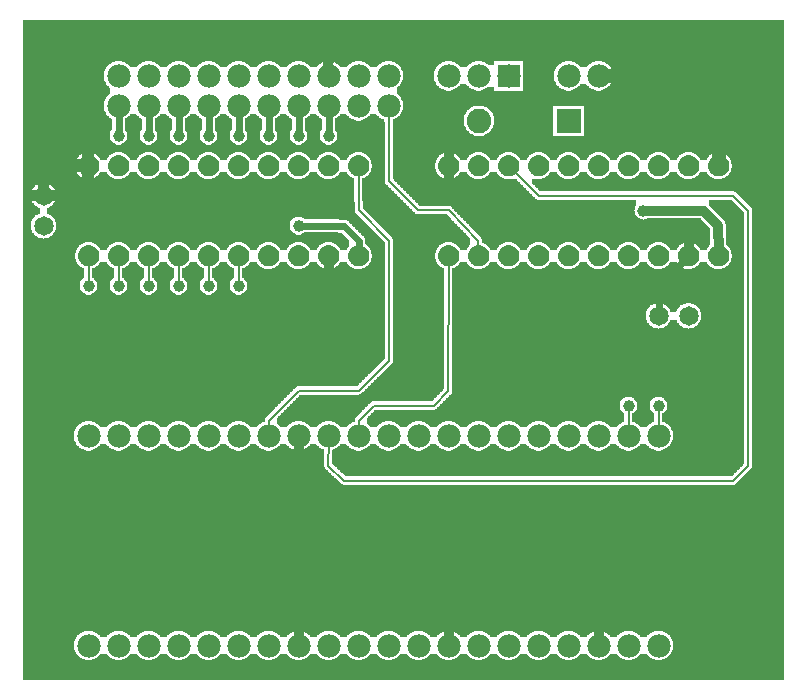
<source format=gbl>
G04 MADE WITH FRITZING*
G04 WWW.FRITZING.ORG*
G04 DOUBLE SIDED*
G04 HOLES PLATED*
G04 CONTOUR ON CENTER OF CONTOUR VECTOR*
%ASAXBY*%
%FSLAX23Y23*%
%MOIN*%
%OFA0B0*%
%SFA1.0B1.0*%
%ADD10C,0.075000*%
%ADD11C,0.070000*%
%ADD12C,0.078000*%
%ADD13C,0.082000*%
%ADD14C,0.039370*%
%ADD15C,0.065000*%
%ADD16R,0.078000X0.078000*%
%ADD17R,0.082000X0.082000*%
%ADD18C,0.008000*%
%ADD19C,0.048000*%
%ADD20C,0.032000*%
%ADD21C,0.024000*%
%ADD22R,0.001000X0.001000*%
%LNCOPPER0*%
G90*
G70*
G54D10*
X123Y2169D03*
X2297Y1340D03*
G54D11*
X2359Y1755D03*
X1959Y1455D03*
X2259Y1755D03*
X1859Y1455D03*
X2159Y1755D03*
X1759Y1455D03*
X2059Y1755D03*
X1659Y1455D03*
X1959Y1755D03*
X1559Y1455D03*
X1859Y1755D03*
X1459Y1455D03*
X1759Y1755D03*
X1559Y1755D03*
X1659Y1755D03*
X1459Y1755D03*
X2359Y1455D03*
X2259Y1455D03*
X2159Y1455D03*
X2059Y1455D03*
X1159Y1755D03*
X759Y1455D03*
X1059Y1755D03*
X659Y1455D03*
X959Y1755D03*
X559Y1455D03*
X859Y1755D03*
X459Y1455D03*
X759Y1755D03*
X359Y1455D03*
X659Y1755D03*
X259Y1455D03*
X559Y1755D03*
X359Y1755D03*
X459Y1755D03*
X259Y1755D03*
X1159Y1455D03*
X1059Y1455D03*
X959Y1455D03*
X859Y1455D03*
G54D12*
X2159Y156D03*
X2059Y156D03*
X1959Y156D03*
X1859Y156D03*
X1759Y156D03*
X1659Y156D03*
X1559Y156D03*
X1459Y156D03*
X1359Y156D03*
X1259Y156D03*
X1159Y156D03*
X1059Y156D03*
X959Y156D03*
X859Y156D03*
X759Y156D03*
X659Y156D03*
X559Y156D03*
X459Y156D03*
X359Y156D03*
X259Y156D03*
X1959Y2055D03*
X1859Y2055D03*
X2159Y855D03*
X2059Y855D03*
X1959Y855D03*
X1859Y855D03*
X1759Y855D03*
X1659Y855D03*
X1559Y855D03*
X1459Y855D03*
X1359Y855D03*
X1259Y855D03*
X1159Y855D03*
X1059Y855D03*
X959Y855D03*
X859Y855D03*
X759Y855D03*
X659Y855D03*
X559Y855D03*
X459Y855D03*
X359Y855D03*
X259Y855D03*
X359Y1955D03*
X459Y1955D03*
X559Y1955D03*
X659Y1955D03*
X759Y1955D03*
X859Y1955D03*
X959Y1955D03*
X1059Y1955D03*
X1159Y1955D03*
X1259Y1955D03*
X359Y2055D03*
X459Y2055D03*
X559Y2055D03*
X659Y2055D03*
X759Y2055D03*
X859Y2055D03*
X959Y2055D03*
X1059Y2055D03*
X1159Y2055D03*
X1259Y2055D03*
X1659Y2055D03*
X1559Y2055D03*
X1459Y2055D03*
G54D13*
X1859Y1905D03*
X1561Y1905D03*
G54D14*
X2108Y1606D03*
X459Y1855D03*
X559Y1855D03*
X659Y1855D03*
X759Y1855D03*
X859Y1855D03*
X959Y1855D03*
X1059Y1855D03*
X359Y1855D03*
X259Y1355D03*
X359Y1355D03*
X459Y1355D03*
X559Y1355D03*
X659Y1355D03*
X759Y1355D03*
X2059Y955D03*
X2159Y955D03*
G54D15*
X2259Y1255D03*
X2159Y1255D03*
X109Y1555D03*
X109Y1655D03*
G54D14*
X959Y1555D03*
G54D16*
X1659Y2055D03*
G54D17*
X1860Y1905D03*
G54D18*
X1260Y1704D02*
X1259Y1936D01*
D02*
X1557Y1505D02*
X1459Y1607D01*
D02*
X1358Y1607D02*
X1260Y1704D01*
D02*
X1459Y1607D02*
X1358Y1607D01*
D02*
X1558Y1470D02*
X1557Y1505D01*
D02*
X2458Y755D02*
X2458Y1605D01*
D02*
X1759Y1656D02*
X1669Y1744D01*
D02*
X2408Y705D02*
X2458Y755D01*
D02*
X1110Y706D02*
X2408Y705D01*
D02*
X1058Y755D02*
X1110Y706D01*
D02*
X1059Y836D02*
X1058Y755D01*
D02*
X2408Y1655D02*
X1759Y1656D01*
D02*
X2458Y1605D02*
X2408Y1655D01*
D02*
X1159Y1607D02*
X1159Y1740D01*
D02*
X960Y1006D02*
X1159Y1006D01*
D02*
X1159Y1006D02*
X1260Y1104D01*
D02*
X859Y905D02*
X960Y1006D01*
D02*
X1260Y1104D02*
X1260Y1505D01*
D02*
X1260Y1505D02*
X1159Y1607D01*
D02*
X859Y874D02*
X859Y905D01*
G54D19*
D02*
X2359Y2055D02*
X2359Y1770D01*
D02*
X1978Y2055D02*
X2359Y2055D01*
G54D20*
D02*
X1058Y2106D02*
X1058Y2074D01*
D02*
X1459Y1805D02*
X1359Y1905D01*
D02*
X1359Y1905D02*
X1358Y2106D01*
D02*
X1358Y2106D02*
X1309Y2155D01*
D02*
X1309Y2155D02*
X1109Y2154D01*
D02*
X1109Y2154D02*
X1058Y2106D01*
D02*
X1459Y1770D02*
X1459Y1805D01*
D02*
X1959Y175D02*
X1959Y254D01*
D02*
X1458Y254D02*
X1459Y175D01*
D02*
X1959Y254D02*
X1458Y254D01*
D02*
X959Y175D02*
X959Y254D01*
D02*
X1458Y254D02*
X1459Y175D01*
D02*
X959Y254D02*
X1458Y254D01*
G54D18*
D02*
X1409Y956D02*
X1209Y956D01*
D02*
X1209Y956D02*
X1160Y905D01*
D02*
X1459Y1440D02*
X1458Y1005D01*
D02*
X1160Y905D02*
X1159Y874D01*
D02*
X1458Y1005D02*
X1409Y956D01*
G54D20*
D02*
X221Y751D02*
X959Y755D01*
D02*
X209Y956D02*
X158Y905D01*
D02*
X158Y905D02*
X158Y804D01*
D02*
X1059Y1440D02*
X1059Y1355D01*
D02*
X959Y755D02*
X959Y836D01*
D02*
X808Y1005D02*
X759Y956D01*
D02*
X158Y804D02*
X221Y751D01*
D02*
X1059Y1355D02*
X859Y1354D01*
D02*
X808Y1305D02*
X808Y1005D01*
D02*
X859Y1354D02*
X808Y1305D01*
D02*
X759Y956D02*
X209Y956D01*
D02*
X2259Y1556D02*
X1609Y1555D01*
D02*
X1609Y1555D02*
X1459Y1705D01*
D02*
X1459Y1705D02*
X1459Y1740D01*
D02*
X2259Y1470D02*
X2259Y1556D01*
D02*
X2309Y1606D02*
X2116Y1606D01*
D02*
X2358Y1555D02*
X2309Y1606D01*
D02*
X2359Y1470D02*
X2358Y1555D01*
G54D21*
D02*
X459Y1863D02*
X459Y1936D01*
D02*
X559Y1863D02*
X559Y1936D01*
D02*
X659Y1863D02*
X659Y1936D01*
D02*
X759Y1863D02*
X759Y1936D01*
D02*
X859Y1863D02*
X859Y1936D01*
D02*
X959Y1863D02*
X959Y1936D01*
D02*
X1059Y1863D02*
X1059Y1936D01*
D02*
X359Y1863D02*
X359Y1936D01*
G54D18*
D02*
X259Y1363D02*
X259Y1440D01*
D02*
X359Y1363D02*
X359Y1440D01*
D02*
X459Y1363D02*
X459Y1440D01*
D02*
X559Y1363D02*
X559Y1440D01*
D02*
X659Y1363D02*
X659Y1440D01*
D02*
X759Y1363D02*
X759Y1440D01*
D02*
X2059Y947D02*
X2059Y874D01*
D02*
X2159Y947D02*
X2159Y874D01*
G54D21*
D02*
X1109Y1554D02*
X967Y1555D01*
D02*
X1159Y1454D02*
X1159Y1504D01*
D02*
X1159Y1504D02*
X1109Y1554D01*
D02*
X1161Y1440D02*
X1159Y1454D01*
D02*
X2159Y1356D02*
X2159Y1269D01*
D02*
X2248Y1444D02*
X2209Y1406D01*
D02*
X2209Y1406D02*
X2159Y1356D01*
G36*
X40Y2240D02*
X40Y2104D01*
X1970Y2104D01*
X1970Y2102D01*
X1976Y2102D01*
X1976Y2100D01*
X1980Y2100D01*
X1980Y2098D01*
X1984Y2098D01*
X1984Y2096D01*
X1988Y2096D01*
X1988Y2094D01*
X1990Y2094D01*
X1990Y2092D01*
X1992Y2092D01*
X1992Y2090D01*
X1994Y2090D01*
X1994Y2088D01*
X1996Y2088D01*
X1996Y2086D01*
X1998Y2086D01*
X1998Y2084D01*
X2000Y2084D01*
X2000Y2080D01*
X2002Y2080D01*
X2002Y2076D01*
X2004Y2076D01*
X2004Y2070D01*
X2006Y2070D01*
X2006Y2062D01*
X2008Y2062D01*
X2008Y2048D01*
X2006Y2048D01*
X2006Y2040D01*
X2004Y2040D01*
X2004Y2034D01*
X2002Y2034D01*
X2002Y2032D01*
X2000Y2032D01*
X2000Y2028D01*
X1998Y2028D01*
X1998Y2026D01*
X1996Y2026D01*
X1996Y2022D01*
X1994Y2022D01*
X1994Y2020D01*
X1992Y2020D01*
X1992Y2018D01*
X1988Y2018D01*
X1988Y2016D01*
X1986Y2016D01*
X1986Y2014D01*
X1982Y2014D01*
X1982Y2012D01*
X1978Y2012D01*
X1978Y2010D01*
X1974Y2010D01*
X1974Y2008D01*
X1966Y2008D01*
X1966Y2006D01*
X2578Y2006D01*
X2578Y2240D01*
X40Y2240D01*
G37*
D02*
G36*
X40Y2104D02*
X40Y1826D01*
X350Y1826D01*
X350Y1828D01*
X346Y1828D01*
X346Y1830D01*
X342Y1830D01*
X342Y1832D01*
X340Y1832D01*
X340Y1834D01*
X338Y1834D01*
X338Y1836D01*
X336Y1836D01*
X336Y1838D01*
X334Y1838D01*
X334Y1840D01*
X332Y1840D01*
X332Y1844D01*
X330Y1844D01*
X330Y1866D01*
X332Y1866D01*
X332Y1870D01*
X334Y1870D01*
X334Y1874D01*
X336Y1874D01*
X336Y1912D01*
X334Y1912D01*
X334Y1914D01*
X332Y1914D01*
X332Y1916D01*
X328Y1916D01*
X328Y1918D01*
X326Y1918D01*
X326Y1920D01*
X324Y1920D01*
X324Y1922D01*
X322Y1922D01*
X322Y1924D01*
X320Y1924D01*
X320Y1926D01*
X318Y1926D01*
X318Y1930D01*
X316Y1930D01*
X316Y1934D01*
X314Y1934D01*
X314Y1938D01*
X312Y1938D01*
X312Y1944D01*
X310Y1944D01*
X310Y1966D01*
X312Y1966D01*
X312Y1972D01*
X314Y1972D01*
X314Y1978D01*
X316Y1978D01*
X316Y1980D01*
X318Y1980D01*
X318Y1984D01*
X320Y1984D01*
X320Y1986D01*
X322Y1986D01*
X322Y1988D01*
X324Y1988D01*
X324Y1990D01*
X326Y1990D01*
X326Y1992D01*
X328Y1992D01*
X328Y1994D01*
X330Y1994D01*
X330Y1996D01*
X332Y1996D01*
X332Y2016D01*
X328Y2016D01*
X328Y2018D01*
X326Y2018D01*
X326Y2020D01*
X324Y2020D01*
X324Y2022D01*
X322Y2022D01*
X322Y2024D01*
X320Y2024D01*
X320Y2026D01*
X318Y2026D01*
X318Y2030D01*
X316Y2030D01*
X316Y2034D01*
X314Y2034D01*
X314Y2038D01*
X312Y2038D01*
X312Y2044D01*
X310Y2044D01*
X310Y2066D01*
X312Y2066D01*
X312Y2072D01*
X314Y2072D01*
X314Y2078D01*
X316Y2078D01*
X316Y2080D01*
X318Y2080D01*
X318Y2084D01*
X320Y2084D01*
X320Y2086D01*
X322Y2086D01*
X322Y2088D01*
X324Y2088D01*
X324Y2090D01*
X326Y2090D01*
X326Y2092D01*
X328Y2092D01*
X328Y2094D01*
X330Y2094D01*
X330Y2096D01*
X334Y2096D01*
X334Y2098D01*
X336Y2098D01*
X336Y2100D01*
X340Y2100D01*
X340Y2102D01*
X348Y2102D01*
X348Y2104D01*
X40Y2104D01*
G37*
D02*
G36*
X370Y2104D02*
X370Y2102D01*
X376Y2102D01*
X376Y2100D01*
X380Y2100D01*
X380Y2098D01*
X384Y2098D01*
X384Y2096D01*
X388Y2096D01*
X388Y2094D01*
X390Y2094D01*
X390Y2092D01*
X392Y2092D01*
X392Y2090D01*
X394Y2090D01*
X394Y2088D01*
X396Y2088D01*
X396Y2086D01*
X398Y2086D01*
X398Y2084D01*
X420Y2084D01*
X420Y2086D01*
X422Y2086D01*
X422Y2088D01*
X424Y2088D01*
X424Y2090D01*
X426Y2090D01*
X426Y2092D01*
X428Y2092D01*
X428Y2094D01*
X430Y2094D01*
X430Y2096D01*
X434Y2096D01*
X434Y2098D01*
X436Y2098D01*
X436Y2100D01*
X440Y2100D01*
X440Y2102D01*
X448Y2102D01*
X448Y2104D01*
X370Y2104D01*
G37*
D02*
G36*
X470Y2104D02*
X470Y2102D01*
X476Y2102D01*
X476Y2100D01*
X480Y2100D01*
X480Y2098D01*
X484Y2098D01*
X484Y2096D01*
X488Y2096D01*
X488Y2094D01*
X490Y2094D01*
X490Y2092D01*
X492Y2092D01*
X492Y2090D01*
X494Y2090D01*
X494Y2088D01*
X496Y2088D01*
X496Y2086D01*
X498Y2086D01*
X498Y2084D01*
X520Y2084D01*
X520Y2086D01*
X522Y2086D01*
X522Y2088D01*
X524Y2088D01*
X524Y2090D01*
X526Y2090D01*
X526Y2092D01*
X528Y2092D01*
X528Y2094D01*
X530Y2094D01*
X530Y2096D01*
X534Y2096D01*
X534Y2098D01*
X536Y2098D01*
X536Y2100D01*
X540Y2100D01*
X540Y2102D01*
X548Y2102D01*
X548Y2104D01*
X470Y2104D01*
G37*
D02*
G36*
X570Y2104D02*
X570Y2102D01*
X576Y2102D01*
X576Y2100D01*
X580Y2100D01*
X580Y2098D01*
X584Y2098D01*
X584Y2096D01*
X588Y2096D01*
X588Y2094D01*
X590Y2094D01*
X590Y2092D01*
X592Y2092D01*
X592Y2090D01*
X594Y2090D01*
X594Y2088D01*
X596Y2088D01*
X596Y2086D01*
X598Y2086D01*
X598Y2084D01*
X620Y2084D01*
X620Y2086D01*
X622Y2086D01*
X622Y2088D01*
X624Y2088D01*
X624Y2090D01*
X626Y2090D01*
X626Y2092D01*
X628Y2092D01*
X628Y2094D01*
X630Y2094D01*
X630Y2096D01*
X634Y2096D01*
X634Y2098D01*
X636Y2098D01*
X636Y2100D01*
X640Y2100D01*
X640Y2102D01*
X648Y2102D01*
X648Y2104D01*
X570Y2104D01*
G37*
D02*
G36*
X670Y2104D02*
X670Y2102D01*
X676Y2102D01*
X676Y2100D01*
X680Y2100D01*
X680Y2098D01*
X684Y2098D01*
X684Y2096D01*
X688Y2096D01*
X688Y2094D01*
X690Y2094D01*
X690Y2092D01*
X692Y2092D01*
X692Y2090D01*
X694Y2090D01*
X694Y2088D01*
X696Y2088D01*
X696Y2086D01*
X698Y2086D01*
X698Y2084D01*
X720Y2084D01*
X720Y2086D01*
X722Y2086D01*
X722Y2088D01*
X724Y2088D01*
X724Y2090D01*
X726Y2090D01*
X726Y2092D01*
X728Y2092D01*
X728Y2094D01*
X730Y2094D01*
X730Y2096D01*
X734Y2096D01*
X734Y2098D01*
X736Y2098D01*
X736Y2100D01*
X740Y2100D01*
X740Y2102D01*
X748Y2102D01*
X748Y2104D01*
X670Y2104D01*
G37*
D02*
G36*
X770Y2104D02*
X770Y2102D01*
X776Y2102D01*
X776Y2100D01*
X780Y2100D01*
X780Y2098D01*
X784Y2098D01*
X784Y2096D01*
X788Y2096D01*
X788Y2094D01*
X790Y2094D01*
X790Y2092D01*
X792Y2092D01*
X792Y2090D01*
X794Y2090D01*
X794Y2088D01*
X796Y2088D01*
X796Y2086D01*
X798Y2086D01*
X798Y2084D01*
X820Y2084D01*
X820Y2086D01*
X822Y2086D01*
X822Y2088D01*
X824Y2088D01*
X824Y2090D01*
X826Y2090D01*
X826Y2092D01*
X828Y2092D01*
X828Y2094D01*
X830Y2094D01*
X830Y2096D01*
X834Y2096D01*
X834Y2098D01*
X836Y2098D01*
X836Y2100D01*
X840Y2100D01*
X840Y2102D01*
X848Y2102D01*
X848Y2104D01*
X770Y2104D01*
G37*
D02*
G36*
X870Y2104D02*
X870Y2102D01*
X876Y2102D01*
X876Y2100D01*
X880Y2100D01*
X880Y2098D01*
X884Y2098D01*
X884Y2096D01*
X888Y2096D01*
X888Y2094D01*
X890Y2094D01*
X890Y2092D01*
X892Y2092D01*
X892Y2090D01*
X894Y2090D01*
X894Y2088D01*
X896Y2088D01*
X896Y2086D01*
X898Y2086D01*
X898Y2084D01*
X920Y2084D01*
X920Y2086D01*
X922Y2086D01*
X922Y2088D01*
X924Y2088D01*
X924Y2090D01*
X926Y2090D01*
X926Y2092D01*
X928Y2092D01*
X928Y2094D01*
X930Y2094D01*
X930Y2096D01*
X934Y2096D01*
X934Y2098D01*
X936Y2098D01*
X936Y2100D01*
X940Y2100D01*
X940Y2102D01*
X948Y2102D01*
X948Y2104D01*
X870Y2104D01*
G37*
D02*
G36*
X970Y2104D02*
X970Y2102D01*
X976Y2102D01*
X976Y2100D01*
X980Y2100D01*
X980Y2098D01*
X984Y2098D01*
X984Y2096D01*
X988Y2096D01*
X988Y2094D01*
X990Y2094D01*
X990Y2092D01*
X992Y2092D01*
X992Y2090D01*
X994Y2090D01*
X994Y2088D01*
X996Y2088D01*
X996Y2086D01*
X998Y2086D01*
X998Y2084D01*
X1020Y2084D01*
X1020Y2086D01*
X1022Y2086D01*
X1022Y2088D01*
X1024Y2088D01*
X1024Y2090D01*
X1026Y2090D01*
X1026Y2092D01*
X1028Y2092D01*
X1028Y2094D01*
X1030Y2094D01*
X1030Y2096D01*
X1034Y2096D01*
X1034Y2098D01*
X1036Y2098D01*
X1036Y2100D01*
X1040Y2100D01*
X1040Y2102D01*
X1048Y2102D01*
X1048Y2104D01*
X970Y2104D01*
G37*
D02*
G36*
X1070Y2104D02*
X1070Y2102D01*
X1076Y2102D01*
X1076Y2100D01*
X1080Y2100D01*
X1080Y2098D01*
X1084Y2098D01*
X1084Y2096D01*
X1088Y2096D01*
X1088Y2094D01*
X1090Y2094D01*
X1090Y2092D01*
X1092Y2092D01*
X1092Y2090D01*
X1094Y2090D01*
X1094Y2088D01*
X1096Y2088D01*
X1096Y2086D01*
X1098Y2086D01*
X1098Y2084D01*
X1120Y2084D01*
X1120Y2086D01*
X1122Y2086D01*
X1122Y2088D01*
X1124Y2088D01*
X1124Y2090D01*
X1126Y2090D01*
X1126Y2092D01*
X1128Y2092D01*
X1128Y2094D01*
X1130Y2094D01*
X1130Y2096D01*
X1134Y2096D01*
X1134Y2098D01*
X1136Y2098D01*
X1136Y2100D01*
X1140Y2100D01*
X1140Y2102D01*
X1148Y2102D01*
X1148Y2104D01*
X1070Y2104D01*
G37*
D02*
G36*
X1170Y2104D02*
X1170Y2102D01*
X1176Y2102D01*
X1176Y2100D01*
X1180Y2100D01*
X1180Y2098D01*
X1184Y2098D01*
X1184Y2096D01*
X1188Y2096D01*
X1188Y2094D01*
X1190Y2094D01*
X1190Y2092D01*
X1192Y2092D01*
X1192Y2090D01*
X1194Y2090D01*
X1194Y2088D01*
X1196Y2088D01*
X1196Y2086D01*
X1198Y2086D01*
X1198Y2084D01*
X1220Y2084D01*
X1220Y2086D01*
X1222Y2086D01*
X1222Y2088D01*
X1224Y2088D01*
X1224Y2090D01*
X1226Y2090D01*
X1226Y2092D01*
X1228Y2092D01*
X1228Y2094D01*
X1230Y2094D01*
X1230Y2096D01*
X1234Y2096D01*
X1234Y2098D01*
X1236Y2098D01*
X1236Y2100D01*
X1240Y2100D01*
X1240Y2102D01*
X1248Y2102D01*
X1248Y2104D01*
X1170Y2104D01*
G37*
D02*
G36*
X1270Y2104D02*
X1270Y2102D01*
X1276Y2102D01*
X1276Y2100D01*
X1280Y2100D01*
X1280Y2098D01*
X1284Y2098D01*
X1284Y2096D01*
X1288Y2096D01*
X1288Y2094D01*
X1290Y2094D01*
X1290Y2092D01*
X1292Y2092D01*
X1292Y2090D01*
X1294Y2090D01*
X1294Y2088D01*
X1296Y2088D01*
X1296Y2086D01*
X1298Y2086D01*
X1298Y2084D01*
X1300Y2084D01*
X1300Y2080D01*
X1302Y2080D01*
X1302Y2076D01*
X1304Y2076D01*
X1304Y2070D01*
X1306Y2070D01*
X1306Y2062D01*
X1308Y2062D01*
X1308Y2048D01*
X1306Y2048D01*
X1306Y2040D01*
X1304Y2040D01*
X1304Y2034D01*
X1302Y2034D01*
X1302Y2032D01*
X1300Y2032D01*
X1300Y2028D01*
X1298Y2028D01*
X1298Y2026D01*
X1296Y2026D01*
X1296Y2022D01*
X1294Y2022D01*
X1294Y2020D01*
X1292Y2020D01*
X1292Y2018D01*
X1288Y2018D01*
X1288Y2016D01*
X1286Y2016D01*
X1286Y2006D01*
X1452Y2006D01*
X1452Y2008D01*
X1444Y2008D01*
X1444Y2010D01*
X1438Y2010D01*
X1438Y2012D01*
X1434Y2012D01*
X1434Y2014D01*
X1432Y2014D01*
X1432Y2016D01*
X1428Y2016D01*
X1428Y2018D01*
X1426Y2018D01*
X1426Y2020D01*
X1424Y2020D01*
X1424Y2022D01*
X1422Y2022D01*
X1422Y2024D01*
X1420Y2024D01*
X1420Y2026D01*
X1418Y2026D01*
X1418Y2030D01*
X1416Y2030D01*
X1416Y2034D01*
X1414Y2034D01*
X1414Y2038D01*
X1412Y2038D01*
X1412Y2044D01*
X1410Y2044D01*
X1410Y2066D01*
X1412Y2066D01*
X1412Y2072D01*
X1414Y2072D01*
X1414Y2078D01*
X1416Y2078D01*
X1416Y2080D01*
X1418Y2080D01*
X1418Y2084D01*
X1420Y2084D01*
X1420Y2086D01*
X1422Y2086D01*
X1422Y2088D01*
X1424Y2088D01*
X1424Y2090D01*
X1426Y2090D01*
X1426Y2092D01*
X1428Y2092D01*
X1428Y2094D01*
X1430Y2094D01*
X1430Y2096D01*
X1434Y2096D01*
X1434Y2098D01*
X1436Y2098D01*
X1436Y2100D01*
X1440Y2100D01*
X1440Y2102D01*
X1448Y2102D01*
X1448Y2104D01*
X1270Y2104D01*
G37*
D02*
G36*
X1470Y2104D02*
X1470Y2102D01*
X1476Y2102D01*
X1476Y2100D01*
X1480Y2100D01*
X1480Y2098D01*
X1484Y2098D01*
X1484Y2096D01*
X1488Y2096D01*
X1488Y2094D01*
X1490Y2094D01*
X1490Y2092D01*
X1492Y2092D01*
X1492Y2090D01*
X1494Y2090D01*
X1494Y2088D01*
X1496Y2088D01*
X1496Y2086D01*
X1498Y2086D01*
X1498Y2084D01*
X1520Y2084D01*
X1520Y2086D01*
X1522Y2086D01*
X1522Y2088D01*
X1524Y2088D01*
X1524Y2090D01*
X1526Y2090D01*
X1526Y2092D01*
X1528Y2092D01*
X1528Y2094D01*
X1530Y2094D01*
X1530Y2096D01*
X1534Y2096D01*
X1534Y2098D01*
X1536Y2098D01*
X1536Y2100D01*
X1540Y2100D01*
X1540Y2102D01*
X1548Y2102D01*
X1548Y2104D01*
X1470Y2104D01*
G37*
D02*
G36*
X1570Y2104D02*
X1570Y2102D01*
X1576Y2102D01*
X1576Y2100D01*
X1580Y2100D01*
X1580Y2098D01*
X1584Y2098D01*
X1584Y2096D01*
X1588Y2096D01*
X1588Y2094D01*
X1590Y2094D01*
X1590Y2092D01*
X1610Y2092D01*
X1610Y2104D01*
X1570Y2104D01*
G37*
D02*
G36*
X1708Y2104D02*
X1708Y2006D01*
X1852Y2006D01*
X1852Y2008D01*
X1844Y2008D01*
X1844Y2010D01*
X1838Y2010D01*
X1838Y2012D01*
X1834Y2012D01*
X1834Y2014D01*
X1832Y2014D01*
X1832Y2016D01*
X1828Y2016D01*
X1828Y2018D01*
X1826Y2018D01*
X1826Y2020D01*
X1824Y2020D01*
X1824Y2022D01*
X1822Y2022D01*
X1822Y2024D01*
X1820Y2024D01*
X1820Y2026D01*
X1818Y2026D01*
X1818Y2030D01*
X1816Y2030D01*
X1816Y2034D01*
X1814Y2034D01*
X1814Y2038D01*
X1812Y2038D01*
X1812Y2044D01*
X1810Y2044D01*
X1810Y2066D01*
X1812Y2066D01*
X1812Y2072D01*
X1814Y2072D01*
X1814Y2078D01*
X1816Y2078D01*
X1816Y2080D01*
X1818Y2080D01*
X1818Y2084D01*
X1820Y2084D01*
X1820Y2086D01*
X1822Y2086D01*
X1822Y2088D01*
X1824Y2088D01*
X1824Y2090D01*
X1826Y2090D01*
X1826Y2092D01*
X1828Y2092D01*
X1828Y2094D01*
X1830Y2094D01*
X1830Y2096D01*
X1834Y2096D01*
X1834Y2098D01*
X1836Y2098D01*
X1836Y2100D01*
X1840Y2100D01*
X1840Y2102D01*
X1848Y2102D01*
X1848Y2104D01*
X1708Y2104D01*
G37*
D02*
G36*
X1870Y2104D02*
X1870Y2102D01*
X1876Y2102D01*
X1876Y2100D01*
X1880Y2100D01*
X1880Y2098D01*
X1884Y2098D01*
X1884Y2096D01*
X1888Y2096D01*
X1888Y2094D01*
X1890Y2094D01*
X1890Y2092D01*
X1892Y2092D01*
X1892Y2090D01*
X1894Y2090D01*
X1894Y2088D01*
X1896Y2088D01*
X1896Y2086D01*
X1898Y2086D01*
X1898Y2084D01*
X1920Y2084D01*
X1920Y2086D01*
X1922Y2086D01*
X1922Y2088D01*
X1924Y2088D01*
X1924Y2090D01*
X1926Y2090D01*
X1926Y2092D01*
X1928Y2092D01*
X1928Y2094D01*
X1930Y2094D01*
X1930Y2096D01*
X1934Y2096D01*
X1934Y2098D01*
X1936Y2098D01*
X1936Y2100D01*
X1940Y2100D01*
X1940Y2102D01*
X1948Y2102D01*
X1948Y2104D01*
X1870Y2104D01*
G37*
D02*
G36*
X1498Y2028D02*
X1498Y2026D01*
X1496Y2026D01*
X1496Y2022D01*
X1494Y2022D01*
X1494Y2020D01*
X1492Y2020D01*
X1492Y2018D01*
X1488Y2018D01*
X1488Y2016D01*
X1486Y2016D01*
X1486Y2014D01*
X1482Y2014D01*
X1482Y2012D01*
X1478Y2012D01*
X1478Y2010D01*
X1474Y2010D01*
X1474Y2008D01*
X1466Y2008D01*
X1466Y2006D01*
X1552Y2006D01*
X1552Y2008D01*
X1544Y2008D01*
X1544Y2010D01*
X1538Y2010D01*
X1538Y2012D01*
X1534Y2012D01*
X1534Y2014D01*
X1532Y2014D01*
X1532Y2016D01*
X1528Y2016D01*
X1528Y2018D01*
X1526Y2018D01*
X1526Y2020D01*
X1524Y2020D01*
X1524Y2022D01*
X1522Y2022D01*
X1522Y2024D01*
X1520Y2024D01*
X1520Y2026D01*
X1518Y2026D01*
X1518Y2028D01*
X1498Y2028D01*
G37*
D02*
G36*
X1898Y2028D02*
X1898Y2026D01*
X1896Y2026D01*
X1896Y2022D01*
X1894Y2022D01*
X1894Y2020D01*
X1892Y2020D01*
X1892Y2018D01*
X1888Y2018D01*
X1888Y2016D01*
X1886Y2016D01*
X1886Y2014D01*
X1882Y2014D01*
X1882Y2012D01*
X1878Y2012D01*
X1878Y2010D01*
X1874Y2010D01*
X1874Y2008D01*
X1866Y2008D01*
X1866Y2006D01*
X1952Y2006D01*
X1952Y2008D01*
X1944Y2008D01*
X1944Y2010D01*
X1938Y2010D01*
X1938Y2012D01*
X1934Y2012D01*
X1934Y2014D01*
X1932Y2014D01*
X1932Y2016D01*
X1928Y2016D01*
X1928Y2018D01*
X1926Y2018D01*
X1926Y2020D01*
X1924Y2020D01*
X1924Y2022D01*
X1922Y2022D01*
X1922Y2024D01*
X1920Y2024D01*
X1920Y2026D01*
X1918Y2026D01*
X1918Y2028D01*
X1898Y2028D01*
G37*
D02*
G36*
X1588Y2018D02*
X1588Y2016D01*
X1586Y2016D01*
X1586Y2014D01*
X1582Y2014D01*
X1582Y2012D01*
X1578Y2012D01*
X1578Y2010D01*
X1574Y2010D01*
X1574Y2008D01*
X1566Y2008D01*
X1566Y2006D01*
X1610Y2006D01*
X1610Y2018D01*
X1588Y2018D01*
G37*
D02*
G36*
X1286Y2006D02*
X1286Y2004D01*
X2578Y2004D01*
X2578Y2006D01*
X1286Y2006D01*
G37*
D02*
G36*
X1286Y2006D02*
X1286Y2004D01*
X2578Y2004D01*
X2578Y2006D01*
X1286Y2006D01*
G37*
D02*
G36*
X1286Y2006D02*
X1286Y2004D01*
X2578Y2004D01*
X2578Y2006D01*
X1286Y2006D01*
G37*
D02*
G36*
X1286Y2006D02*
X1286Y2004D01*
X2578Y2004D01*
X2578Y2006D01*
X1286Y2006D01*
G37*
D02*
G36*
X1286Y2006D02*
X1286Y2004D01*
X2578Y2004D01*
X2578Y2006D01*
X1286Y2006D01*
G37*
D02*
G36*
X1286Y2006D02*
X1286Y2004D01*
X2578Y2004D01*
X2578Y2006D01*
X1286Y2006D01*
G37*
D02*
G36*
X1286Y2004D02*
X1286Y1996D01*
X1288Y1996D01*
X1288Y1994D01*
X1290Y1994D01*
X1290Y1992D01*
X1292Y1992D01*
X1292Y1990D01*
X1294Y1990D01*
X1294Y1988D01*
X1296Y1988D01*
X1296Y1986D01*
X1298Y1986D01*
X1298Y1984D01*
X1300Y1984D01*
X1300Y1980D01*
X1302Y1980D01*
X1302Y1976D01*
X1304Y1976D01*
X1304Y1970D01*
X1306Y1970D01*
X1306Y1962D01*
X1308Y1962D01*
X1308Y1956D01*
X1910Y1956D01*
X1910Y1854D01*
X2578Y1854D01*
X2578Y2004D01*
X1286Y2004D01*
G37*
D02*
G36*
X1308Y1956D02*
X1308Y1948D01*
X1306Y1948D01*
X1306Y1940D01*
X1304Y1940D01*
X1304Y1934D01*
X1302Y1934D01*
X1302Y1932D01*
X1300Y1932D01*
X1300Y1928D01*
X1298Y1928D01*
X1298Y1926D01*
X1296Y1926D01*
X1296Y1922D01*
X1294Y1922D01*
X1294Y1920D01*
X1292Y1920D01*
X1292Y1918D01*
X1288Y1918D01*
X1288Y1916D01*
X1286Y1916D01*
X1286Y1914D01*
X1282Y1914D01*
X1282Y1912D01*
X1278Y1912D01*
X1278Y1910D01*
X1274Y1910D01*
X1274Y1854D01*
X1554Y1854D01*
X1554Y1856D01*
X1544Y1856D01*
X1544Y1858D01*
X1540Y1858D01*
X1540Y1860D01*
X1536Y1860D01*
X1536Y1862D01*
X1532Y1862D01*
X1532Y1864D01*
X1530Y1864D01*
X1530Y1866D01*
X1528Y1866D01*
X1528Y1868D01*
X1526Y1868D01*
X1526Y1870D01*
X1524Y1870D01*
X1524Y1872D01*
X1522Y1872D01*
X1522Y1874D01*
X1520Y1874D01*
X1520Y1876D01*
X1518Y1876D01*
X1518Y1880D01*
X1516Y1880D01*
X1516Y1884D01*
X1514Y1884D01*
X1514Y1888D01*
X1512Y1888D01*
X1512Y1894D01*
X1510Y1894D01*
X1510Y1916D01*
X1512Y1916D01*
X1512Y1924D01*
X1514Y1924D01*
X1514Y1928D01*
X1516Y1928D01*
X1516Y1932D01*
X1518Y1932D01*
X1518Y1934D01*
X1520Y1934D01*
X1520Y1938D01*
X1522Y1938D01*
X1522Y1940D01*
X1524Y1940D01*
X1524Y1942D01*
X1526Y1942D01*
X1526Y1944D01*
X1528Y1944D01*
X1528Y1946D01*
X1532Y1946D01*
X1532Y1948D01*
X1534Y1948D01*
X1534Y1950D01*
X1538Y1950D01*
X1538Y1952D01*
X1542Y1952D01*
X1542Y1954D01*
X1550Y1954D01*
X1550Y1956D01*
X1308Y1956D01*
G37*
D02*
G36*
X1572Y1956D02*
X1572Y1954D01*
X1578Y1954D01*
X1578Y1952D01*
X1584Y1952D01*
X1584Y1950D01*
X1586Y1950D01*
X1586Y1948D01*
X1590Y1948D01*
X1590Y1946D01*
X1592Y1946D01*
X1592Y1944D01*
X1594Y1944D01*
X1594Y1942D01*
X1598Y1942D01*
X1598Y1938D01*
X1600Y1938D01*
X1600Y1936D01*
X1602Y1936D01*
X1602Y1934D01*
X1604Y1934D01*
X1604Y1930D01*
X1606Y1930D01*
X1606Y1926D01*
X1608Y1926D01*
X1608Y1922D01*
X1610Y1922D01*
X1610Y1912D01*
X1612Y1912D01*
X1612Y1898D01*
X1610Y1898D01*
X1610Y1890D01*
X1608Y1890D01*
X1608Y1884D01*
X1606Y1884D01*
X1606Y1880D01*
X1604Y1880D01*
X1604Y1878D01*
X1602Y1878D01*
X1602Y1874D01*
X1600Y1874D01*
X1600Y1872D01*
X1598Y1872D01*
X1598Y1870D01*
X1596Y1870D01*
X1596Y1868D01*
X1594Y1868D01*
X1594Y1866D01*
X1592Y1866D01*
X1592Y1864D01*
X1588Y1864D01*
X1588Y1862D01*
X1586Y1862D01*
X1586Y1860D01*
X1582Y1860D01*
X1582Y1858D01*
X1576Y1858D01*
X1576Y1856D01*
X1568Y1856D01*
X1568Y1854D01*
X1808Y1854D01*
X1808Y1956D01*
X1572Y1956D01*
G37*
D02*
G36*
X398Y1928D02*
X398Y1926D01*
X396Y1926D01*
X396Y1922D01*
X394Y1922D01*
X394Y1920D01*
X392Y1920D01*
X392Y1918D01*
X388Y1918D01*
X388Y1916D01*
X386Y1916D01*
X386Y1914D01*
X382Y1914D01*
X382Y1912D01*
X380Y1912D01*
X380Y1874D01*
X382Y1874D01*
X382Y1872D01*
X384Y1872D01*
X384Y1868D01*
X386Y1868D01*
X386Y1864D01*
X388Y1864D01*
X388Y1848D01*
X386Y1848D01*
X386Y1842D01*
X384Y1842D01*
X384Y1838D01*
X382Y1838D01*
X382Y1836D01*
X380Y1836D01*
X380Y1834D01*
X378Y1834D01*
X378Y1832D01*
X376Y1832D01*
X376Y1830D01*
X372Y1830D01*
X372Y1828D01*
X366Y1828D01*
X366Y1826D01*
X450Y1826D01*
X450Y1828D01*
X446Y1828D01*
X446Y1830D01*
X442Y1830D01*
X442Y1832D01*
X440Y1832D01*
X440Y1834D01*
X438Y1834D01*
X438Y1836D01*
X436Y1836D01*
X436Y1838D01*
X434Y1838D01*
X434Y1840D01*
X432Y1840D01*
X432Y1844D01*
X430Y1844D01*
X430Y1866D01*
X432Y1866D01*
X432Y1870D01*
X434Y1870D01*
X434Y1874D01*
X436Y1874D01*
X436Y1912D01*
X434Y1912D01*
X434Y1914D01*
X432Y1914D01*
X432Y1916D01*
X428Y1916D01*
X428Y1918D01*
X426Y1918D01*
X426Y1920D01*
X424Y1920D01*
X424Y1922D01*
X422Y1922D01*
X422Y1924D01*
X420Y1924D01*
X420Y1926D01*
X418Y1926D01*
X418Y1928D01*
X398Y1928D01*
G37*
D02*
G36*
X498Y1928D02*
X498Y1926D01*
X496Y1926D01*
X496Y1922D01*
X494Y1922D01*
X494Y1920D01*
X492Y1920D01*
X492Y1918D01*
X488Y1918D01*
X488Y1916D01*
X486Y1916D01*
X486Y1914D01*
X482Y1914D01*
X482Y1912D01*
X480Y1912D01*
X480Y1874D01*
X482Y1874D01*
X482Y1872D01*
X484Y1872D01*
X484Y1868D01*
X486Y1868D01*
X486Y1864D01*
X488Y1864D01*
X488Y1848D01*
X486Y1848D01*
X486Y1842D01*
X484Y1842D01*
X484Y1838D01*
X482Y1838D01*
X482Y1836D01*
X480Y1836D01*
X480Y1834D01*
X478Y1834D01*
X478Y1832D01*
X476Y1832D01*
X476Y1830D01*
X472Y1830D01*
X472Y1828D01*
X466Y1828D01*
X466Y1826D01*
X550Y1826D01*
X550Y1828D01*
X546Y1828D01*
X546Y1830D01*
X542Y1830D01*
X542Y1832D01*
X540Y1832D01*
X540Y1834D01*
X538Y1834D01*
X538Y1836D01*
X536Y1836D01*
X536Y1838D01*
X534Y1838D01*
X534Y1840D01*
X532Y1840D01*
X532Y1844D01*
X530Y1844D01*
X530Y1866D01*
X532Y1866D01*
X532Y1870D01*
X534Y1870D01*
X534Y1874D01*
X536Y1874D01*
X536Y1912D01*
X534Y1912D01*
X534Y1914D01*
X532Y1914D01*
X532Y1916D01*
X528Y1916D01*
X528Y1918D01*
X526Y1918D01*
X526Y1920D01*
X524Y1920D01*
X524Y1922D01*
X522Y1922D01*
X522Y1924D01*
X520Y1924D01*
X520Y1926D01*
X518Y1926D01*
X518Y1928D01*
X498Y1928D01*
G37*
D02*
G36*
X598Y1928D02*
X598Y1926D01*
X596Y1926D01*
X596Y1922D01*
X594Y1922D01*
X594Y1920D01*
X592Y1920D01*
X592Y1918D01*
X588Y1918D01*
X588Y1916D01*
X586Y1916D01*
X586Y1914D01*
X582Y1914D01*
X582Y1912D01*
X580Y1912D01*
X580Y1874D01*
X582Y1874D01*
X582Y1872D01*
X584Y1872D01*
X584Y1868D01*
X586Y1868D01*
X586Y1864D01*
X588Y1864D01*
X588Y1848D01*
X586Y1848D01*
X586Y1842D01*
X584Y1842D01*
X584Y1838D01*
X582Y1838D01*
X582Y1836D01*
X580Y1836D01*
X580Y1834D01*
X578Y1834D01*
X578Y1832D01*
X576Y1832D01*
X576Y1830D01*
X572Y1830D01*
X572Y1828D01*
X566Y1828D01*
X566Y1826D01*
X650Y1826D01*
X650Y1828D01*
X646Y1828D01*
X646Y1830D01*
X642Y1830D01*
X642Y1832D01*
X640Y1832D01*
X640Y1834D01*
X638Y1834D01*
X638Y1836D01*
X636Y1836D01*
X636Y1838D01*
X634Y1838D01*
X634Y1840D01*
X632Y1840D01*
X632Y1844D01*
X630Y1844D01*
X630Y1866D01*
X632Y1866D01*
X632Y1870D01*
X634Y1870D01*
X634Y1874D01*
X636Y1874D01*
X636Y1912D01*
X634Y1912D01*
X634Y1914D01*
X632Y1914D01*
X632Y1916D01*
X628Y1916D01*
X628Y1918D01*
X626Y1918D01*
X626Y1920D01*
X624Y1920D01*
X624Y1922D01*
X622Y1922D01*
X622Y1924D01*
X620Y1924D01*
X620Y1926D01*
X618Y1926D01*
X618Y1928D01*
X598Y1928D01*
G37*
D02*
G36*
X698Y1928D02*
X698Y1926D01*
X696Y1926D01*
X696Y1922D01*
X694Y1922D01*
X694Y1920D01*
X692Y1920D01*
X692Y1918D01*
X688Y1918D01*
X688Y1916D01*
X686Y1916D01*
X686Y1914D01*
X682Y1914D01*
X682Y1912D01*
X680Y1912D01*
X680Y1874D01*
X682Y1874D01*
X682Y1872D01*
X684Y1872D01*
X684Y1868D01*
X686Y1868D01*
X686Y1864D01*
X688Y1864D01*
X688Y1848D01*
X686Y1848D01*
X686Y1842D01*
X684Y1842D01*
X684Y1838D01*
X682Y1838D01*
X682Y1836D01*
X680Y1836D01*
X680Y1834D01*
X678Y1834D01*
X678Y1832D01*
X676Y1832D01*
X676Y1830D01*
X672Y1830D01*
X672Y1828D01*
X666Y1828D01*
X666Y1826D01*
X750Y1826D01*
X750Y1828D01*
X746Y1828D01*
X746Y1830D01*
X742Y1830D01*
X742Y1832D01*
X740Y1832D01*
X740Y1834D01*
X738Y1834D01*
X738Y1836D01*
X736Y1836D01*
X736Y1838D01*
X734Y1838D01*
X734Y1840D01*
X732Y1840D01*
X732Y1844D01*
X730Y1844D01*
X730Y1866D01*
X732Y1866D01*
X732Y1870D01*
X734Y1870D01*
X734Y1874D01*
X736Y1874D01*
X736Y1912D01*
X734Y1912D01*
X734Y1914D01*
X732Y1914D01*
X732Y1916D01*
X728Y1916D01*
X728Y1918D01*
X726Y1918D01*
X726Y1920D01*
X724Y1920D01*
X724Y1922D01*
X722Y1922D01*
X722Y1924D01*
X720Y1924D01*
X720Y1926D01*
X718Y1926D01*
X718Y1928D01*
X698Y1928D01*
G37*
D02*
G36*
X798Y1928D02*
X798Y1926D01*
X796Y1926D01*
X796Y1922D01*
X794Y1922D01*
X794Y1920D01*
X792Y1920D01*
X792Y1918D01*
X788Y1918D01*
X788Y1916D01*
X786Y1916D01*
X786Y1914D01*
X782Y1914D01*
X782Y1912D01*
X780Y1912D01*
X780Y1874D01*
X782Y1874D01*
X782Y1872D01*
X784Y1872D01*
X784Y1868D01*
X786Y1868D01*
X786Y1864D01*
X788Y1864D01*
X788Y1848D01*
X786Y1848D01*
X786Y1842D01*
X784Y1842D01*
X784Y1838D01*
X782Y1838D01*
X782Y1836D01*
X780Y1836D01*
X780Y1834D01*
X778Y1834D01*
X778Y1832D01*
X776Y1832D01*
X776Y1830D01*
X772Y1830D01*
X772Y1828D01*
X766Y1828D01*
X766Y1826D01*
X850Y1826D01*
X850Y1828D01*
X846Y1828D01*
X846Y1830D01*
X842Y1830D01*
X842Y1832D01*
X840Y1832D01*
X840Y1834D01*
X838Y1834D01*
X838Y1836D01*
X836Y1836D01*
X836Y1838D01*
X834Y1838D01*
X834Y1840D01*
X832Y1840D01*
X832Y1844D01*
X830Y1844D01*
X830Y1866D01*
X832Y1866D01*
X832Y1870D01*
X834Y1870D01*
X834Y1874D01*
X836Y1874D01*
X836Y1912D01*
X834Y1912D01*
X834Y1914D01*
X832Y1914D01*
X832Y1916D01*
X828Y1916D01*
X828Y1918D01*
X826Y1918D01*
X826Y1920D01*
X824Y1920D01*
X824Y1922D01*
X822Y1922D01*
X822Y1924D01*
X820Y1924D01*
X820Y1926D01*
X818Y1926D01*
X818Y1928D01*
X798Y1928D01*
G37*
D02*
G36*
X898Y1928D02*
X898Y1926D01*
X896Y1926D01*
X896Y1922D01*
X894Y1922D01*
X894Y1920D01*
X892Y1920D01*
X892Y1918D01*
X888Y1918D01*
X888Y1916D01*
X886Y1916D01*
X886Y1914D01*
X882Y1914D01*
X882Y1912D01*
X880Y1912D01*
X880Y1874D01*
X882Y1874D01*
X882Y1872D01*
X884Y1872D01*
X884Y1868D01*
X886Y1868D01*
X886Y1864D01*
X888Y1864D01*
X888Y1848D01*
X886Y1848D01*
X886Y1842D01*
X884Y1842D01*
X884Y1838D01*
X882Y1838D01*
X882Y1836D01*
X880Y1836D01*
X880Y1834D01*
X878Y1834D01*
X878Y1832D01*
X876Y1832D01*
X876Y1830D01*
X872Y1830D01*
X872Y1828D01*
X866Y1828D01*
X866Y1826D01*
X950Y1826D01*
X950Y1828D01*
X946Y1828D01*
X946Y1830D01*
X942Y1830D01*
X942Y1832D01*
X940Y1832D01*
X940Y1834D01*
X938Y1834D01*
X938Y1836D01*
X936Y1836D01*
X936Y1838D01*
X934Y1838D01*
X934Y1840D01*
X932Y1840D01*
X932Y1844D01*
X930Y1844D01*
X930Y1866D01*
X932Y1866D01*
X932Y1870D01*
X934Y1870D01*
X934Y1874D01*
X936Y1874D01*
X936Y1912D01*
X934Y1912D01*
X934Y1914D01*
X932Y1914D01*
X932Y1916D01*
X928Y1916D01*
X928Y1918D01*
X926Y1918D01*
X926Y1920D01*
X924Y1920D01*
X924Y1922D01*
X922Y1922D01*
X922Y1924D01*
X920Y1924D01*
X920Y1926D01*
X918Y1926D01*
X918Y1928D01*
X898Y1928D01*
G37*
D02*
G36*
X998Y1928D02*
X998Y1926D01*
X996Y1926D01*
X996Y1922D01*
X994Y1922D01*
X994Y1920D01*
X992Y1920D01*
X992Y1918D01*
X988Y1918D01*
X988Y1916D01*
X986Y1916D01*
X986Y1914D01*
X982Y1914D01*
X982Y1912D01*
X980Y1912D01*
X980Y1874D01*
X982Y1874D01*
X982Y1872D01*
X984Y1872D01*
X984Y1868D01*
X986Y1868D01*
X986Y1864D01*
X988Y1864D01*
X988Y1848D01*
X986Y1848D01*
X986Y1842D01*
X984Y1842D01*
X984Y1838D01*
X982Y1838D01*
X982Y1836D01*
X980Y1836D01*
X980Y1834D01*
X978Y1834D01*
X978Y1832D01*
X976Y1832D01*
X976Y1830D01*
X972Y1830D01*
X972Y1828D01*
X966Y1828D01*
X966Y1826D01*
X1050Y1826D01*
X1050Y1828D01*
X1046Y1828D01*
X1046Y1830D01*
X1042Y1830D01*
X1042Y1832D01*
X1040Y1832D01*
X1040Y1834D01*
X1038Y1834D01*
X1038Y1836D01*
X1036Y1836D01*
X1036Y1838D01*
X1034Y1838D01*
X1034Y1840D01*
X1032Y1840D01*
X1032Y1844D01*
X1030Y1844D01*
X1030Y1866D01*
X1032Y1866D01*
X1032Y1870D01*
X1034Y1870D01*
X1034Y1874D01*
X1036Y1874D01*
X1036Y1912D01*
X1034Y1912D01*
X1034Y1914D01*
X1032Y1914D01*
X1032Y1916D01*
X1028Y1916D01*
X1028Y1918D01*
X1026Y1918D01*
X1026Y1920D01*
X1024Y1920D01*
X1024Y1922D01*
X1022Y1922D01*
X1022Y1924D01*
X1020Y1924D01*
X1020Y1926D01*
X1018Y1926D01*
X1018Y1928D01*
X998Y1928D01*
G37*
D02*
G36*
X1098Y1928D02*
X1098Y1926D01*
X1096Y1926D01*
X1096Y1922D01*
X1094Y1922D01*
X1094Y1920D01*
X1092Y1920D01*
X1092Y1918D01*
X1088Y1918D01*
X1088Y1916D01*
X1086Y1916D01*
X1086Y1914D01*
X1082Y1914D01*
X1082Y1912D01*
X1080Y1912D01*
X1080Y1906D01*
X1152Y1906D01*
X1152Y1908D01*
X1144Y1908D01*
X1144Y1910D01*
X1138Y1910D01*
X1138Y1912D01*
X1134Y1912D01*
X1134Y1914D01*
X1132Y1914D01*
X1132Y1916D01*
X1128Y1916D01*
X1128Y1918D01*
X1126Y1918D01*
X1126Y1920D01*
X1124Y1920D01*
X1124Y1922D01*
X1122Y1922D01*
X1122Y1924D01*
X1120Y1924D01*
X1120Y1926D01*
X1118Y1926D01*
X1118Y1928D01*
X1098Y1928D01*
G37*
D02*
G36*
X1198Y1928D02*
X1198Y1926D01*
X1196Y1926D01*
X1196Y1922D01*
X1194Y1922D01*
X1194Y1920D01*
X1192Y1920D01*
X1192Y1918D01*
X1188Y1918D01*
X1188Y1916D01*
X1186Y1916D01*
X1186Y1914D01*
X1182Y1914D01*
X1182Y1912D01*
X1178Y1912D01*
X1178Y1910D01*
X1174Y1910D01*
X1174Y1908D01*
X1166Y1908D01*
X1166Y1906D01*
X1244Y1906D01*
X1244Y1910D01*
X1238Y1910D01*
X1238Y1912D01*
X1234Y1912D01*
X1234Y1914D01*
X1232Y1914D01*
X1232Y1916D01*
X1228Y1916D01*
X1228Y1918D01*
X1226Y1918D01*
X1226Y1920D01*
X1224Y1920D01*
X1224Y1922D01*
X1222Y1922D01*
X1222Y1924D01*
X1220Y1924D01*
X1220Y1926D01*
X1218Y1926D01*
X1218Y1928D01*
X1198Y1928D01*
G37*
D02*
G36*
X1080Y1906D02*
X1080Y1904D01*
X1244Y1904D01*
X1244Y1906D01*
X1080Y1906D01*
G37*
D02*
G36*
X1080Y1906D02*
X1080Y1904D01*
X1244Y1904D01*
X1244Y1906D01*
X1080Y1906D01*
G37*
D02*
G36*
X1080Y1904D02*
X1080Y1874D01*
X1082Y1874D01*
X1082Y1872D01*
X1084Y1872D01*
X1084Y1868D01*
X1086Y1868D01*
X1086Y1864D01*
X1088Y1864D01*
X1088Y1848D01*
X1086Y1848D01*
X1086Y1842D01*
X1084Y1842D01*
X1084Y1838D01*
X1082Y1838D01*
X1082Y1836D01*
X1080Y1836D01*
X1080Y1834D01*
X1078Y1834D01*
X1078Y1832D01*
X1076Y1832D01*
X1076Y1830D01*
X1072Y1830D01*
X1072Y1828D01*
X1066Y1828D01*
X1066Y1826D01*
X1246Y1826D01*
X1246Y1902D01*
X1244Y1902D01*
X1244Y1904D01*
X1080Y1904D01*
G37*
D02*
G36*
X1274Y1854D02*
X1274Y1852D01*
X2578Y1852D01*
X2578Y1854D01*
X1274Y1854D01*
G37*
D02*
G36*
X1274Y1854D02*
X1274Y1852D01*
X2578Y1852D01*
X2578Y1854D01*
X1274Y1854D01*
G37*
D02*
G36*
X1274Y1854D02*
X1274Y1852D01*
X2578Y1852D01*
X2578Y1854D01*
X1274Y1854D01*
G37*
D02*
G36*
X1274Y1852D02*
X1274Y1800D01*
X2370Y1800D01*
X2370Y1798D01*
X2376Y1798D01*
X2376Y1796D01*
X2380Y1796D01*
X2380Y1794D01*
X2384Y1794D01*
X2384Y1792D01*
X2386Y1792D01*
X2386Y1790D01*
X2388Y1790D01*
X2388Y1788D01*
X2390Y1788D01*
X2390Y1786D01*
X2392Y1786D01*
X2392Y1784D01*
X2394Y1784D01*
X2394Y1782D01*
X2396Y1782D01*
X2396Y1778D01*
X2398Y1778D01*
X2398Y1774D01*
X2400Y1774D01*
X2400Y1770D01*
X2402Y1770D01*
X2402Y1762D01*
X2404Y1762D01*
X2404Y1748D01*
X2402Y1748D01*
X2402Y1740D01*
X2400Y1740D01*
X2400Y1736D01*
X2398Y1736D01*
X2398Y1732D01*
X2396Y1732D01*
X2396Y1730D01*
X2394Y1730D01*
X2394Y1726D01*
X2392Y1726D01*
X2392Y1724D01*
X2390Y1724D01*
X2390Y1722D01*
X2388Y1722D01*
X2388Y1720D01*
X2384Y1720D01*
X2384Y1718D01*
X2382Y1718D01*
X2382Y1716D01*
X2378Y1716D01*
X2378Y1714D01*
X2372Y1714D01*
X2372Y1712D01*
X2364Y1712D01*
X2364Y1710D01*
X2578Y1710D01*
X2578Y1852D01*
X1274Y1852D01*
G37*
D02*
G36*
X40Y1826D02*
X40Y1824D01*
X1246Y1824D01*
X1246Y1826D01*
X40Y1826D01*
G37*
D02*
G36*
X40Y1826D02*
X40Y1824D01*
X1246Y1824D01*
X1246Y1826D01*
X40Y1826D01*
G37*
D02*
G36*
X40Y1826D02*
X40Y1824D01*
X1246Y1824D01*
X1246Y1826D01*
X40Y1826D01*
G37*
D02*
G36*
X40Y1826D02*
X40Y1824D01*
X1246Y1824D01*
X1246Y1826D01*
X40Y1826D01*
G37*
D02*
G36*
X40Y1826D02*
X40Y1824D01*
X1246Y1824D01*
X1246Y1826D01*
X40Y1826D01*
G37*
D02*
G36*
X40Y1826D02*
X40Y1824D01*
X1246Y1824D01*
X1246Y1826D01*
X40Y1826D01*
G37*
D02*
G36*
X40Y1826D02*
X40Y1824D01*
X1246Y1824D01*
X1246Y1826D01*
X40Y1826D01*
G37*
D02*
G36*
X40Y1826D02*
X40Y1824D01*
X1246Y1824D01*
X1246Y1826D01*
X40Y1826D01*
G37*
D02*
G36*
X40Y1826D02*
X40Y1824D01*
X1246Y1824D01*
X1246Y1826D01*
X40Y1826D01*
G37*
D02*
G36*
X40Y1824D02*
X40Y1800D01*
X1170Y1800D01*
X1170Y1798D01*
X1176Y1798D01*
X1176Y1796D01*
X1180Y1796D01*
X1180Y1794D01*
X1184Y1794D01*
X1184Y1792D01*
X1186Y1792D01*
X1186Y1790D01*
X1188Y1790D01*
X1188Y1788D01*
X1190Y1788D01*
X1190Y1786D01*
X1192Y1786D01*
X1192Y1784D01*
X1194Y1784D01*
X1194Y1782D01*
X1196Y1782D01*
X1196Y1778D01*
X1198Y1778D01*
X1198Y1774D01*
X1200Y1774D01*
X1200Y1770D01*
X1202Y1770D01*
X1202Y1762D01*
X1204Y1762D01*
X1204Y1748D01*
X1202Y1748D01*
X1202Y1740D01*
X1200Y1740D01*
X1200Y1736D01*
X1198Y1736D01*
X1198Y1732D01*
X1196Y1732D01*
X1196Y1730D01*
X1194Y1730D01*
X1194Y1726D01*
X1192Y1726D01*
X1192Y1724D01*
X1190Y1724D01*
X1190Y1722D01*
X1188Y1722D01*
X1188Y1720D01*
X1184Y1720D01*
X1184Y1718D01*
X1182Y1718D01*
X1182Y1716D01*
X1178Y1716D01*
X1178Y1714D01*
X1172Y1714D01*
X1172Y1638D01*
X1174Y1638D01*
X1174Y1612D01*
X1176Y1612D01*
X1176Y1610D01*
X1178Y1610D01*
X1178Y1608D01*
X1180Y1608D01*
X1180Y1606D01*
X1182Y1606D01*
X1182Y1604D01*
X1184Y1604D01*
X1184Y1602D01*
X1186Y1602D01*
X1186Y1600D01*
X1188Y1600D01*
X1188Y1598D01*
X1190Y1598D01*
X1190Y1596D01*
X1192Y1596D01*
X1192Y1594D01*
X1194Y1594D01*
X1194Y1592D01*
X1196Y1592D01*
X1196Y1590D01*
X1198Y1590D01*
X1198Y1588D01*
X1200Y1588D01*
X1200Y1586D01*
X1202Y1586D01*
X1202Y1584D01*
X1204Y1584D01*
X1204Y1582D01*
X1206Y1582D01*
X1206Y1580D01*
X1208Y1580D01*
X1208Y1578D01*
X1210Y1578D01*
X1210Y1576D01*
X1212Y1576D01*
X1212Y1574D01*
X1214Y1574D01*
X1214Y1572D01*
X1216Y1572D01*
X1216Y1570D01*
X1218Y1570D01*
X1218Y1568D01*
X1220Y1568D01*
X1220Y1566D01*
X1222Y1566D01*
X1222Y1564D01*
X1224Y1564D01*
X1224Y1562D01*
X1226Y1562D01*
X1226Y1560D01*
X1228Y1560D01*
X1228Y1558D01*
X1230Y1558D01*
X1230Y1556D01*
X1232Y1556D01*
X1232Y1554D01*
X1234Y1554D01*
X1234Y1552D01*
X1236Y1552D01*
X1236Y1550D01*
X1238Y1550D01*
X1238Y1548D01*
X1240Y1548D01*
X1240Y1546D01*
X1242Y1546D01*
X1242Y1544D01*
X1244Y1544D01*
X1244Y1542D01*
X1246Y1542D01*
X1246Y1540D01*
X1248Y1540D01*
X1248Y1538D01*
X1250Y1538D01*
X1250Y1536D01*
X1252Y1536D01*
X1252Y1534D01*
X1254Y1534D01*
X1254Y1532D01*
X1256Y1532D01*
X1256Y1530D01*
X1258Y1530D01*
X1258Y1528D01*
X1260Y1528D01*
X1260Y1526D01*
X1262Y1526D01*
X1262Y1524D01*
X1264Y1524D01*
X1264Y1522D01*
X1266Y1522D01*
X1266Y1520D01*
X1268Y1520D01*
X1268Y1518D01*
X1270Y1518D01*
X1270Y1514D01*
X1272Y1514D01*
X1272Y1512D01*
X1274Y1512D01*
X1274Y1500D01*
X1470Y1500D01*
X1470Y1498D01*
X1476Y1498D01*
X1476Y1496D01*
X1480Y1496D01*
X1480Y1494D01*
X1484Y1494D01*
X1484Y1492D01*
X1486Y1492D01*
X1486Y1490D01*
X1488Y1490D01*
X1488Y1488D01*
X1490Y1488D01*
X1490Y1486D01*
X1492Y1486D01*
X1492Y1484D01*
X1494Y1484D01*
X1494Y1482D01*
X1496Y1482D01*
X1496Y1478D01*
X1498Y1478D01*
X1498Y1474D01*
X1518Y1474D01*
X1518Y1476D01*
X1520Y1476D01*
X1520Y1480D01*
X1522Y1480D01*
X1522Y1482D01*
X1524Y1482D01*
X1524Y1486D01*
X1526Y1486D01*
X1526Y1488D01*
X1528Y1488D01*
X1528Y1490D01*
X1532Y1490D01*
X1532Y1512D01*
X1530Y1512D01*
X1530Y1514D01*
X1528Y1514D01*
X1528Y1516D01*
X1526Y1516D01*
X1526Y1518D01*
X1524Y1518D01*
X1524Y1520D01*
X1522Y1520D01*
X1522Y1522D01*
X1520Y1522D01*
X1520Y1526D01*
X1518Y1526D01*
X1518Y1528D01*
X1516Y1528D01*
X1516Y1530D01*
X1514Y1530D01*
X1514Y1532D01*
X1512Y1532D01*
X1512Y1534D01*
X1510Y1534D01*
X1510Y1536D01*
X1508Y1536D01*
X1508Y1538D01*
X1506Y1538D01*
X1506Y1540D01*
X1504Y1540D01*
X1504Y1542D01*
X1502Y1542D01*
X1502Y1544D01*
X1500Y1544D01*
X1500Y1546D01*
X1498Y1546D01*
X1498Y1548D01*
X1496Y1548D01*
X1496Y1550D01*
X1494Y1550D01*
X1494Y1552D01*
X1492Y1552D01*
X1492Y1554D01*
X1490Y1554D01*
X1490Y1556D01*
X1488Y1556D01*
X1488Y1558D01*
X1486Y1558D01*
X1486Y1560D01*
X1484Y1560D01*
X1484Y1562D01*
X1482Y1562D01*
X1482Y1564D01*
X1480Y1564D01*
X1480Y1566D01*
X1478Y1566D01*
X1478Y1568D01*
X1476Y1568D01*
X1476Y1570D01*
X1474Y1570D01*
X1474Y1572D01*
X1472Y1572D01*
X1472Y1574D01*
X1470Y1574D01*
X1470Y1576D01*
X1468Y1576D01*
X1468Y1578D01*
X1466Y1578D01*
X1466Y1580D01*
X1464Y1580D01*
X1464Y1584D01*
X1462Y1584D01*
X1462Y1586D01*
X1460Y1586D01*
X1460Y1588D01*
X1458Y1588D01*
X1458Y1590D01*
X1456Y1590D01*
X1456Y1592D01*
X1454Y1592D01*
X1454Y1594D01*
X1352Y1594D01*
X1352Y1596D01*
X1348Y1596D01*
X1348Y1598D01*
X1346Y1598D01*
X1346Y1600D01*
X1344Y1600D01*
X1344Y1602D01*
X1342Y1602D01*
X1342Y1604D01*
X1340Y1604D01*
X1340Y1606D01*
X1338Y1606D01*
X1338Y1608D01*
X1336Y1608D01*
X1336Y1610D01*
X1334Y1610D01*
X1334Y1612D01*
X1332Y1612D01*
X1332Y1614D01*
X1330Y1614D01*
X1330Y1616D01*
X1328Y1616D01*
X1328Y1618D01*
X1326Y1618D01*
X1326Y1620D01*
X1324Y1620D01*
X1324Y1622D01*
X1322Y1622D01*
X1322Y1624D01*
X1320Y1624D01*
X1320Y1626D01*
X1318Y1626D01*
X1318Y1628D01*
X1316Y1628D01*
X1316Y1630D01*
X1314Y1630D01*
X1314Y1632D01*
X1312Y1632D01*
X1312Y1634D01*
X1310Y1634D01*
X1310Y1636D01*
X1308Y1636D01*
X1308Y1638D01*
X1306Y1638D01*
X1306Y1640D01*
X1304Y1640D01*
X1304Y1642D01*
X1302Y1642D01*
X1302Y1644D01*
X1300Y1644D01*
X1300Y1646D01*
X1298Y1646D01*
X1298Y1648D01*
X1296Y1648D01*
X1296Y1650D01*
X1294Y1650D01*
X1294Y1652D01*
X1292Y1652D01*
X1292Y1654D01*
X1290Y1654D01*
X1290Y1656D01*
X1288Y1656D01*
X1288Y1658D01*
X1286Y1658D01*
X1286Y1660D01*
X1284Y1660D01*
X1284Y1662D01*
X1282Y1662D01*
X1282Y1664D01*
X1280Y1664D01*
X1280Y1666D01*
X1278Y1666D01*
X1278Y1668D01*
X1276Y1668D01*
X1276Y1670D01*
X1274Y1670D01*
X1274Y1672D01*
X1272Y1672D01*
X1272Y1674D01*
X1270Y1674D01*
X1270Y1676D01*
X1268Y1676D01*
X1268Y1678D01*
X1266Y1678D01*
X1266Y1680D01*
X1264Y1680D01*
X1264Y1682D01*
X1262Y1682D01*
X1262Y1684D01*
X1260Y1684D01*
X1260Y1686D01*
X1258Y1686D01*
X1258Y1688D01*
X1256Y1688D01*
X1256Y1690D01*
X1254Y1690D01*
X1254Y1692D01*
X1252Y1692D01*
X1252Y1694D01*
X1250Y1694D01*
X1250Y1696D01*
X1248Y1696D01*
X1248Y1700D01*
X1246Y1700D01*
X1246Y1824D01*
X40Y1824D01*
G37*
D02*
G36*
X40Y1800D02*
X40Y1710D01*
X252Y1710D01*
X252Y1712D01*
X244Y1712D01*
X244Y1714D01*
X240Y1714D01*
X240Y1716D01*
X236Y1716D01*
X236Y1718D01*
X232Y1718D01*
X232Y1720D01*
X230Y1720D01*
X230Y1722D01*
X228Y1722D01*
X228Y1724D01*
X226Y1724D01*
X226Y1726D01*
X224Y1726D01*
X224Y1728D01*
X222Y1728D01*
X222Y1732D01*
X220Y1732D01*
X220Y1734D01*
X218Y1734D01*
X218Y1738D01*
X216Y1738D01*
X216Y1746D01*
X214Y1746D01*
X214Y1766D01*
X216Y1766D01*
X216Y1772D01*
X218Y1772D01*
X218Y1776D01*
X220Y1776D01*
X220Y1780D01*
X222Y1780D01*
X222Y1782D01*
X224Y1782D01*
X224Y1786D01*
X226Y1786D01*
X226Y1788D01*
X228Y1788D01*
X228Y1790D01*
X232Y1790D01*
X232Y1792D01*
X234Y1792D01*
X234Y1794D01*
X238Y1794D01*
X238Y1796D01*
X242Y1796D01*
X242Y1798D01*
X248Y1798D01*
X248Y1800D01*
X40Y1800D01*
G37*
D02*
G36*
X270Y1800D02*
X270Y1798D01*
X276Y1798D01*
X276Y1796D01*
X280Y1796D01*
X280Y1794D01*
X284Y1794D01*
X284Y1792D01*
X286Y1792D01*
X286Y1790D01*
X288Y1790D01*
X288Y1788D01*
X290Y1788D01*
X290Y1786D01*
X292Y1786D01*
X292Y1784D01*
X294Y1784D01*
X294Y1782D01*
X296Y1782D01*
X296Y1778D01*
X298Y1778D01*
X298Y1774D01*
X318Y1774D01*
X318Y1776D01*
X320Y1776D01*
X320Y1780D01*
X322Y1780D01*
X322Y1782D01*
X324Y1782D01*
X324Y1786D01*
X326Y1786D01*
X326Y1788D01*
X328Y1788D01*
X328Y1790D01*
X332Y1790D01*
X332Y1792D01*
X334Y1792D01*
X334Y1794D01*
X338Y1794D01*
X338Y1796D01*
X342Y1796D01*
X342Y1798D01*
X348Y1798D01*
X348Y1800D01*
X270Y1800D01*
G37*
D02*
G36*
X370Y1800D02*
X370Y1798D01*
X376Y1798D01*
X376Y1796D01*
X380Y1796D01*
X380Y1794D01*
X384Y1794D01*
X384Y1792D01*
X386Y1792D01*
X386Y1790D01*
X388Y1790D01*
X388Y1788D01*
X390Y1788D01*
X390Y1786D01*
X392Y1786D01*
X392Y1784D01*
X394Y1784D01*
X394Y1782D01*
X396Y1782D01*
X396Y1778D01*
X398Y1778D01*
X398Y1774D01*
X418Y1774D01*
X418Y1776D01*
X420Y1776D01*
X420Y1780D01*
X422Y1780D01*
X422Y1782D01*
X424Y1782D01*
X424Y1786D01*
X426Y1786D01*
X426Y1788D01*
X428Y1788D01*
X428Y1790D01*
X432Y1790D01*
X432Y1792D01*
X434Y1792D01*
X434Y1794D01*
X438Y1794D01*
X438Y1796D01*
X442Y1796D01*
X442Y1798D01*
X448Y1798D01*
X448Y1800D01*
X370Y1800D01*
G37*
D02*
G36*
X470Y1800D02*
X470Y1798D01*
X476Y1798D01*
X476Y1796D01*
X480Y1796D01*
X480Y1794D01*
X484Y1794D01*
X484Y1792D01*
X486Y1792D01*
X486Y1790D01*
X488Y1790D01*
X488Y1788D01*
X490Y1788D01*
X490Y1786D01*
X492Y1786D01*
X492Y1784D01*
X494Y1784D01*
X494Y1782D01*
X496Y1782D01*
X496Y1778D01*
X498Y1778D01*
X498Y1774D01*
X518Y1774D01*
X518Y1776D01*
X520Y1776D01*
X520Y1780D01*
X522Y1780D01*
X522Y1782D01*
X524Y1782D01*
X524Y1786D01*
X526Y1786D01*
X526Y1788D01*
X528Y1788D01*
X528Y1790D01*
X532Y1790D01*
X532Y1792D01*
X534Y1792D01*
X534Y1794D01*
X538Y1794D01*
X538Y1796D01*
X542Y1796D01*
X542Y1798D01*
X548Y1798D01*
X548Y1800D01*
X470Y1800D01*
G37*
D02*
G36*
X570Y1800D02*
X570Y1798D01*
X576Y1798D01*
X576Y1796D01*
X580Y1796D01*
X580Y1794D01*
X584Y1794D01*
X584Y1792D01*
X586Y1792D01*
X586Y1790D01*
X588Y1790D01*
X588Y1788D01*
X590Y1788D01*
X590Y1786D01*
X592Y1786D01*
X592Y1784D01*
X594Y1784D01*
X594Y1782D01*
X596Y1782D01*
X596Y1778D01*
X598Y1778D01*
X598Y1774D01*
X618Y1774D01*
X618Y1776D01*
X620Y1776D01*
X620Y1780D01*
X622Y1780D01*
X622Y1782D01*
X624Y1782D01*
X624Y1786D01*
X626Y1786D01*
X626Y1788D01*
X628Y1788D01*
X628Y1790D01*
X632Y1790D01*
X632Y1792D01*
X634Y1792D01*
X634Y1794D01*
X638Y1794D01*
X638Y1796D01*
X642Y1796D01*
X642Y1798D01*
X648Y1798D01*
X648Y1800D01*
X570Y1800D01*
G37*
D02*
G36*
X670Y1800D02*
X670Y1798D01*
X676Y1798D01*
X676Y1796D01*
X680Y1796D01*
X680Y1794D01*
X684Y1794D01*
X684Y1792D01*
X686Y1792D01*
X686Y1790D01*
X688Y1790D01*
X688Y1788D01*
X690Y1788D01*
X690Y1786D01*
X692Y1786D01*
X692Y1784D01*
X694Y1784D01*
X694Y1782D01*
X696Y1782D01*
X696Y1778D01*
X698Y1778D01*
X698Y1774D01*
X718Y1774D01*
X718Y1776D01*
X720Y1776D01*
X720Y1780D01*
X722Y1780D01*
X722Y1782D01*
X724Y1782D01*
X724Y1786D01*
X726Y1786D01*
X726Y1788D01*
X728Y1788D01*
X728Y1790D01*
X732Y1790D01*
X732Y1792D01*
X734Y1792D01*
X734Y1794D01*
X738Y1794D01*
X738Y1796D01*
X742Y1796D01*
X742Y1798D01*
X748Y1798D01*
X748Y1800D01*
X670Y1800D01*
G37*
D02*
G36*
X770Y1800D02*
X770Y1798D01*
X776Y1798D01*
X776Y1796D01*
X780Y1796D01*
X780Y1794D01*
X784Y1794D01*
X784Y1792D01*
X786Y1792D01*
X786Y1790D01*
X788Y1790D01*
X788Y1788D01*
X790Y1788D01*
X790Y1786D01*
X792Y1786D01*
X792Y1784D01*
X794Y1784D01*
X794Y1782D01*
X796Y1782D01*
X796Y1778D01*
X798Y1778D01*
X798Y1774D01*
X818Y1774D01*
X818Y1776D01*
X820Y1776D01*
X820Y1780D01*
X822Y1780D01*
X822Y1782D01*
X824Y1782D01*
X824Y1786D01*
X826Y1786D01*
X826Y1788D01*
X828Y1788D01*
X828Y1790D01*
X832Y1790D01*
X832Y1792D01*
X834Y1792D01*
X834Y1794D01*
X838Y1794D01*
X838Y1796D01*
X842Y1796D01*
X842Y1798D01*
X848Y1798D01*
X848Y1800D01*
X770Y1800D01*
G37*
D02*
G36*
X870Y1800D02*
X870Y1798D01*
X876Y1798D01*
X876Y1796D01*
X880Y1796D01*
X880Y1794D01*
X884Y1794D01*
X884Y1792D01*
X886Y1792D01*
X886Y1790D01*
X888Y1790D01*
X888Y1788D01*
X890Y1788D01*
X890Y1786D01*
X892Y1786D01*
X892Y1784D01*
X894Y1784D01*
X894Y1782D01*
X896Y1782D01*
X896Y1778D01*
X898Y1778D01*
X898Y1774D01*
X918Y1774D01*
X918Y1776D01*
X920Y1776D01*
X920Y1780D01*
X922Y1780D01*
X922Y1782D01*
X924Y1782D01*
X924Y1786D01*
X926Y1786D01*
X926Y1788D01*
X928Y1788D01*
X928Y1790D01*
X932Y1790D01*
X932Y1792D01*
X934Y1792D01*
X934Y1794D01*
X938Y1794D01*
X938Y1796D01*
X942Y1796D01*
X942Y1798D01*
X948Y1798D01*
X948Y1800D01*
X870Y1800D01*
G37*
D02*
G36*
X970Y1800D02*
X970Y1798D01*
X976Y1798D01*
X976Y1796D01*
X980Y1796D01*
X980Y1794D01*
X984Y1794D01*
X984Y1792D01*
X986Y1792D01*
X986Y1790D01*
X988Y1790D01*
X988Y1788D01*
X990Y1788D01*
X990Y1786D01*
X992Y1786D01*
X992Y1784D01*
X994Y1784D01*
X994Y1782D01*
X996Y1782D01*
X996Y1778D01*
X998Y1778D01*
X998Y1774D01*
X1018Y1774D01*
X1018Y1776D01*
X1020Y1776D01*
X1020Y1780D01*
X1022Y1780D01*
X1022Y1782D01*
X1024Y1782D01*
X1024Y1786D01*
X1026Y1786D01*
X1026Y1788D01*
X1028Y1788D01*
X1028Y1790D01*
X1032Y1790D01*
X1032Y1792D01*
X1034Y1792D01*
X1034Y1794D01*
X1038Y1794D01*
X1038Y1796D01*
X1042Y1796D01*
X1042Y1798D01*
X1048Y1798D01*
X1048Y1800D01*
X970Y1800D01*
G37*
D02*
G36*
X1070Y1800D02*
X1070Y1798D01*
X1076Y1798D01*
X1076Y1796D01*
X1080Y1796D01*
X1080Y1794D01*
X1084Y1794D01*
X1084Y1792D01*
X1086Y1792D01*
X1086Y1790D01*
X1088Y1790D01*
X1088Y1788D01*
X1090Y1788D01*
X1090Y1786D01*
X1092Y1786D01*
X1092Y1784D01*
X1094Y1784D01*
X1094Y1782D01*
X1096Y1782D01*
X1096Y1778D01*
X1098Y1778D01*
X1098Y1774D01*
X1118Y1774D01*
X1118Y1776D01*
X1120Y1776D01*
X1120Y1780D01*
X1122Y1780D01*
X1122Y1782D01*
X1124Y1782D01*
X1124Y1786D01*
X1126Y1786D01*
X1126Y1788D01*
X1128Y1788D01*
X1128Y1790D01*
X1132Y1790D01*
X1132Y1792D01*
X1134Y1792D01*
X1134Y1794D01*
X1138Y1794D01*
X1138Y1796D01*
X1142Y1796D01*
X1142Y1798D01*
X1148Y1798D01*
X1148Y1800D01*
X1070Y1800D01*
G37*
D02*
G36*
X1274Y1800D02*
X1274Y1710D01*
X1452Y1710D01*
X1452Y1712D01*
X1444Y1712D01*
X1444Y1714D01*
X1440Y1714D01*
X1440Y1716D01*
X1436Y1716D01*
X1436Y1718D01*
X1432Y1718D01*
X1432Y1720D01*
X1430Y1720D01*
X1430Y1722D01*
X1428Y1722D01*
X1428Y1724D01*
X1426Y1724D01*
X1426Y1726D01*
X1424Y1726D01*
X1424Y1728D01*
X1422Y1728D01*
X1422Y1732D01*
X1420Y1732D01*
X1420Y1734D01*
X1418Y1734D01*
X1418Y1738D01*
X1416Y1738D01*
X1416Y1746D01*
X1414Y1746D01*
X1414Y1766D01*
X1416Y1766D01*
X1416Y1772D01*
X1418Y1772D01*
X1418Y1776D01*
X1420Y1776D01*
X1420Y1780D01*
X1422Y1780D01*
X1422Y1782D01*
X1424Y1782D01*
X1424Y1786D01*
X1426Y1786D01*
X1426Y1788D01*
X1428Y1788D01*
X1428Y1790D01*
X1432Y1790D01*
X1432Y1792D01*
X1434Y1792D01*
X1434Y1794D01*
X1438Y1794D01*
X1438Y1796D01*
X1442Y1796D01*
X1442Y1798D01*
X1448Y1798D01*
X1448Y1800D01*
X1274Y1800D01*
G37*
D02*
G36*
X1470Y1800D02*
X1470Y1798D01*
X1476Y1798D01*
X1476Y1796D01*
X1480Y1796D01*
X1480Y1794D01*
X1484Y1794D01*
X1484Y1792D01*
X1486Y1792D01*
X1486Y1790D01*
X1488Y1790D01*
X1488Y1788D01*
X1490Y1788D01*
X1490Y1786D01*
X1492Y1786D01*
X1492Y1784D01*
X1494Y1784D01*
X1494Y1782D01*
X1496Y1782D01*
X1496Y1778D01*
X1498Y1778D01*
X1498Y1774D01*
X1518Y1774D01*
X1518Y1776D01*
X1520Y1776D01*
X1520Y1780D01*
X1522Y1780D01*
X1522Y1782D01*
X1524Y1782D01*
X1524Y1786D01*
X1526Y1786D01*
X1526Y1788D01*
X1528Y1788D01*
X1528Y1790D01*
X1532Y1790D01*
X1532Y1792D01*
X1534Y1792D01*
X1534Y1794D01*
X1538Y1794D01*
X1538Y1796D01*
X1542Y1796D01*
X1542Y1798D01*
X1548Y1798D01*
X1548Y1800D01*
X1470Y1800D01*
G37*
D02*
G36*
X1570Y1800D02*
X1570Y1798D01*
X1576Y1798D01*
X1576Y1796D01*
X1580Y1796D01*
X1580Y1794D01*
X1584Y1794D01*
X1584Y1792D01*
X1586Y1792D01*
X1586Y1790D01*
X1588Y1790D01*
X1588Y1788D01*
X1590Y1788D01*
X1590Y1786D01*
X1592Y1786D01*
X1592Y1784D01*
X1594Y1784D01*
X1594Y1782D01*
X1596Y1782D01*
X1596Y1778D01*
X1598Y1778D01*
X1598Y1774D01*
X1618Y1774D01*
X1618Y1776D01*
X1620Y1776D01*
X1620Y1780D01*
X1622Y1780D01*
X1622Y1782D01*
X1624Y1782D01*
X1624Y1786D01*
X1626Y1786D01*
X1626Y1788D01*
X1628Y1788D01*
X1628Y1790D01*
X1632Y1790D01*
X1632Y1792D01*
X1634Y1792D01*
X1634Y1794D01*
X1638Y1794D01*
X1638Y1796D01*
X1642Y1796D01*
X1642Y1798D01*
X1648Y1798D01*
X1648Y1800D01*
X1570Y1800D01*
G37*
D02*
G36*
X1670Y1800D02*
X1670Y1798D01*
X1676Y1798D01*
X1676Y1796D01*
X1680Y1796D01*
X1680Y1794D01*
X1684Y1794D01*
X1684Y1792D01*
X1686Y1792D01*
X1686Y1790D01*
X1688Y1790D01*
X1688Y1788D01*
X1690Y1788D01*
X1690Y1786D01*
X1692Y1786D01*
X1692Y1784D01*
X1694Y1784D01*
X1694Y1782D01*
X1696Y1782D01*
X1696Y1778D01*
X1698Y1778D01*
X1698Y1774D01*
X1718Y1774D01*
X1718Y1776D01*
X1720Y1776D01*
X1720Y1780D01*
X1722Y1780D01*
X1722Y1782D01*
X1724Y1782D01*
X1724Y1786D01*
X1726Y1786D01*
X1726Y1788D01*
X1728Y1788D01*
X1728Y1790D01*
X1732Y1790D01*
X1732Y1792D01*
X1734Y1792D01*
X1734Y1794D01*
X1738Y1794D01*
X1738Y1796D01*
X1742Y1796D01*
X1742Y1798D01*
X1748Y1798D01*
X1748Y1800D01*
X1670Y1800D01*
G37*
D02*
G36*
X1770Y1800D02*
X1770Y1798D01*
X1776Y1798D01*
X1776Y1796D01*
X1780Y1796D01*
X1780Y1794D01*
X1784Y1794D01*
X1784Y1792D01*
X1786Y1792D01*
X1786Y1790D01*
X1788Y1790D01*
X1788Y1788D01*
X1790Y1788D01*
X1790Y1786D01*
X1792Y1786D01*
X1792Y1784D01*
X1794Y1784D01*
X1794Y1782D01*
X1796Y1782D01*
X1796Y1778D01*
X1798Y1778D01*
X1798Y1774D01*
X1818Y1774D01*
X1818Y1776D01*
X1820Y1776D01*
X1820Y1780D01*
X1822Y1780D01*
X1822Y1782D01*
X1824Y1782D01*
X1824Y1786D01*
X1826Y1786D01*
X1826Y1788D01*
X1828Y1788D01*
X1828Y1790D01*
X1832Y1790D01*
X1832Y1792D01*
X1834Y1792D01*
X1834Y1794D01*
X1838Y1794D01*
X1838Y1796D01*
X1842Y1796D01*
X1842Y1798D01*
X1848Y1798D01*
X1848Y1800D01*
X1770Y1800D01*
G37*
D02*
G36*
X1870Y1800D02*
X1870Y1798D01*
X1876Y1798D01*
X1876Y1796D01*
X1880Y1796D01*
X1880Y1794D01*
X1884Y1794D01*
X1884Y1792D01*
X1886Y1792D01*
X1886Y1790D01*
X1888Y1790D01*
X1888Y1788D01*
X1890Y1788D01*
X1890Y1786D01*
X1892Y1786D01*
X1892Y1784D01*
X1894Y1784D01*
X1894Y1782D01*
X1896Y1782D01*
X1896Y1778D01*
X1898Y1778D01*
X1898Y1774D01*
X1918Y1774D01*
X1918Y1776D01*
X1920Y1776D01*
X1920Y1780D01*
X1922Y1780D01*
X1922Y1782D01*
X1924Y1782D01*
X1924Y1786D01*
X1926Y1786D01*
X1926Y1788D01*
X1928Y1788D01*
X1928Y1790D01*
X1932Y1790D01*
X1932Y1792D01*
X1934Y1792D01*
X1934Y1794D01*
X1938Y1794D01*
X1938Y1796D01*
X1942Y1796D01*
X1942Y1798D01*
X1948Y1798D01*
X1948Y1800D01*
X1870Y1800D01*
G37*
D02*
G36*
X1970Y1800D02*
X1970Y1798D01*
X1976Y1798D01*
X1976Y1796D01*
X1980Y1796D01*
X1980Y1794D01*
X1984Y1794D01*
X1984Y1792D01*
X1986Y1792D01*
X1986Y1790D01*
X1988Y1790D01*
X1988Y1788D01*
X1990Y1788D01*
X1990Y1786D01*
X1992Y1786D01*
X1992Y1784D01*
X1994Y1784D01*
X1994Y1782D01*
X1996Y1782D01*
X1996Y1778D01*
X1998Y1778D01*
X1998Y1774D01*
X2018Y1774D01*
X2018Y1776D01*
X2020Y1776D01*
X2020Y1780D01*
X2022Y1780D01*
X2022Y1782D01*
X2024Y1782D01*
X2024Y1786D01*
X2026Y1786D01*
X2026Y1788D01*
X2028Y1788D01*
X2028Y1790D01*
X2032Y1790D01*
X2032Y1792D01*
X2034Y1792D01*
X2034Y1794D01*
X2038Y1794D01*
X2038Y1796D01*
X2042Y1796D01*
X2042Y1798D01*
X2048Y1798D01*
X2048Y1800D01*
X1970Y1800D01*
G37*
D02*
G36*
X2070Y1800D02*
X2070Y1798D01*
X2076Y1798D01*
X2076Y1796D01*
X2080Y1796D01*
X2080Y1794D01*
X2084Y1794D01*
X2084Y1792D01*
X2086Y1792D01*
X2086Y1790D01*
X2088Y1790D01*
X2088Y1788D01*
X2090Y1788D01*
X2090Y1786D01*
X2092Y1786D01*
X2092Y1784D01*
X2094Y1784D01*
X2094Y1782D01*
X2096Y1782D01*
X2096Y1778D01*
X2098Y1778D01*
X2098Y1774D01*
X2118Y1774D01*
X2118Y1776D01*
X2120Y1776D01*
X2120Y1780D01*
X2122Y1780D01*
X2122Y1782D01*
X2124Y1782D01*
X2124Y1786D01*
X2126Y1786D01*
X2126Y1788D01*
X2128Y1788D01*
X2128Y1790D01*
X2132Y1790D01*
X2132Y1792D01*
X2134Y1792D01*
X2134Y1794D01*
X2138Y1794D01*
X2138Y1796D01*
X2142Y1796D01*
X2142Y1798D01*
X2148Y1798D01*
X2148Y1800D01*
X2070Y1800D01*
G37*
D02*
G36*
X2170Y1800D02*
X2170Y1798D01*
X2176Y1798D01*
X2176Y1796D01*
X2180Y1796D01*
X2180Y1794D01*
X2184Y1794D01*
X2184Y1792D01*
X2186Y1792D01*
X2186Y1790D01*
X2188Y1790D01*
X2188Y1788D01*
X2190Y1788D01*
X2190Y1786D01*
X2192Y1786D01*
X2192Y1784D01*
X2194Y1784D01*
X2194Y1782D01*
X2196Y1782D01*
X2196Y1778D01*
X2198Y1778D01*
X2198Y1774D01*
X2218Y1774D01*
X2218Y1776D01*
X2220Y1776D01*
X2220Y1780D01*
X2222Y1780D01*
X2222Y1782D01*
X2224Y1782D01*
X2224Y1786D01*
X2226Y1786D01*
X2226Y1788D01*
X2228Y1788D01*
X2228Y1790D01*
X2232Y1790D01*
X2232Y1792D01*
X2234Y1792D01*
X2234Y1794D01*
X2238Y1794D01*
X2238Y1796D01*
X2242Y1796D01*
X2242Y1798D01*
X2248Y1798D01*
X2248Y1800D01*
X2170Y1800D01*
G37*
D02*
G36*
X2270Y1800D02*
X2270Y1798D01*
X2276Y1798D01*
X2276Y1796D01*
X2280Y1796D01*
X2280Y1794D01*
X2284Y1794D01*
X2284Y1792D01*
X2286Y1792D01*
X2286Y1790D01*
X2288Y1790D01*
X2288Y1788D01*
X2290Y1788D01*
X2290Y1786D01*
X2292Y1786D01*
X2292Y1784D01*
X2294Y1784D01*
X2294Y1782D01*
X2296Y1782D01*
X2296Y1778D01*
X2298Y1778D01*
X2298Y1774D01*
X2318Y1774D01*
X2318Y1776D01*
X2320Y1776D01*
X2320Y1780D01*
X2322Y1780D01*
X2322Y1782D01*
X2324Y1782D01*
X2324Y1786D01*
X2326Y1786D01*
X2326Y1788D01*
X2328Y1788D01*
X2328Y1790D01*
X2332Y1790D01*
X2332Y1792D01*
X2334Y1792D01*
X2334Y1794D01*
X2338Y1794D01*
X2338Y1796D01*
X2342Y1796D01*
X2342Y1798D01*
X2348Y1798D01*
X2348Y1800D01*
X2270Y1800D01*
G37*
D02*
G36*
X298Y1736D02*
X298Y1732D01*
X296Y1732D01*
X296Y1730D01*
X294Y1730D01*
X294Y1726D01*
X292Y1726D01*
X292Y1724D01*
X290Y1724D01*
X290Y1722D01*
X288Y1722D01*
X288Y1720D01*
X284Y1720D01*
X284Y1718D01*
X282Y1718D01*
X282Y1716D01*
X278Y1716D01*
X278Y1714D01*
X272Y1714D01*
X272Y1712D01*
X264Y1712D01*
X264Y1710D01*
X352Y1710D01*
X352Y1712D01*
X344Y1712D01*
X344Y1714D01*
X340Y1714D01*
X340Y1716D01*
X336Y1716D01*
X336Y1718D01*
X332Y1718D01*
X332Y1720D01*
X330Y1720D01*
X330Y1722D01*
X328Y1722D01*
X328Y1724D01*
X326Y1724D01*
X326Y1726D01*
X324Y1726D01*
X324Y1728D01*
X322Y1728D01*
X322Y1732D01*
X320Y1732D01*
X320Y1734D01*
X318Y1734D01*
X318Y1736D01*
X298Y1736D01*
G37*
D02*
G36*
X398Y1736D02*
X398Y1732D01*
X396Y1732D01*
X396Y1730D01*
X394Y1730D01*
X394Y1726D01*
X392Y1726D01*
X392Y1724D01*
X390Y1724D01*
X390Y1722D01*
X388Y1722D01*
X388Y1720D01*
X384Y1720D01*
X384Y1718D01*
X382Y1718D01*
X382Y1716D01*
X378Y1716D01*
X378Y1714D01*
X372Y1714D01*
X372Y1712D01*
X364Y1712D01*
X364Y1710D01*
X452Y1710D01*
X452Y1712D01*
X444Y1712D01*
X444Y1714D01*
X440Y1714D01*
X440Y1716D01*
X436Y1716D01*
X436Y1718D01*
X432Y1718D01*
X432Y1720D01*
X430Y1720D01*
X430Y1722D01*
X428Y1722D01*
X428Y1724D01*
X426Y1724D01*
X426Y1726D01*
X424Y1726D01*
X424Y1728D01*
X422Y1728D01*
X422Y1732D01*
X420Y1732D01*
X420Y1734D01*
X418Y1734D01*
X418Y1736D01*
X398Y1736D01*
G37*
D02*
G36*
X498Y1736D02*
X498Y1732D01*
X496Y1732D01*
X496Y1730D01*
X494Y1730D01*
X494Y1726D01*
X492Y1726D01*
X492Y1724D01*
X490Y1724D01*
X490Y1722D01*
X488Y1722D01*
X488Y1720D01*
X484Y1720D01*
X484Y1718D01*
X482Y1718D01*
X482Y1716D01*
X478Y1716D01*
X478Y1714D01*
X472Y1714D01*
X472Y1712D01*
X464Y1712D01*
X464Y1710D01*
X552Y1710D01*
X552Y1712D01*
X544Y1712D01*
X544Y1714D01*
X540Y1714D01*
X540Y1716D01*
X536Y1716D01*
X536Y1718D01*
X532Y1718D01*
X532Y1720D01*
X530Y1720D01*
X530Y1722D01*
X528Y1722D01*
X528Y1724D01*
X526Y1724D01*
X526Y1726D01*
X524Y1726D01*
X524Y1728D01*
X522Y1728D01*
X522Y1732D01*
X520Y1732D01*
X520Y1734D01*
X518Y1734D01*
X518Y1736D01*
X498Y1736D01*
G37*
D02*
G36*
X598Y1736D02*
X598Y1732D01*
X596Y1732D01*
X596Y1730D01*
X594Y1730D01*
X594Y1726D01*
X592Y1726D01*
X592Y1724D01*
X590Y1724D01*
X590Y1722D01*
X588Y1722D01*
X588Y1720D01*
X584Y1720D01*
X584Y1718D01*
X582Y1718D01*
X582Y1716D01*
X578Y1716D01*
X578Y1714D01*
X572Y1714D01*
X572Y1712D01*
X564Y1712D01*
X564Y1710D01*
X652Y1710D01*
X652Y1712D01*
X644Y1712D01*
X644Y1714D01*
X640Y1714D01*
X640Y1716D01*
X636Y1716D01*
X636Y1718D01*
X632Y1718D01*
X632Y1720D01*
X630Y1720D01*
X630Y1722D01*
X628Y1722D01*
X628Y1724D01*
X626Y1724D01*
X626Y1726D01*
X624Y1726D01*
X624Y1728D01*
X622Y1728D01*
X622Y1732D01*
X620Y1732D01*
X620Y1734D01*
X618Y1734D01*
X618Y1736D01*
X598Y1736D01*
G37*
D02*
G36*
X698Y1736D02*
X698Y1732D01*
X696Y1732D01*
X696Y1730D01*
X694Y1730D01*
X694Y1726D01*
X692Y1726D01*
X692Y1724D01*
X690Y1724D01*
X690Y1722D01*
X688Y1722D01*
X688Y1720D01*
X684Y1720D01*
X684Y1718D01*
X682Y1718D01*
X682Y1716D01*
X678Y1716D01*
X678Y1714D01*
X672Y1714D01*
X672Y1712D01*
X664Y1712D01*
X664Y1710D01*
X752Y1710D01*
X752Y1712D01*
X744Y1712D01*
X744Y1714D01*
X740Y1714D01*
X740Y1716D01*
X736Y1716D01*
X736Y1718D01*
X732Y1718D01*
X732Y1720D01*
X730Y1720D01*
X730Y1722D01*
X728Y1722D01*
X728Y1724D01*
X726Y1724D01*
X726Y1726D01*
X724Y1726D01*
X724Y1728D01*
X722Y1728D01*
X722Y1732D01*
X720Y1732D01*
X720Y1734D01*
X718Y1734D01*
X718Y1736D01*
X698Y1736D01*
G37*
D02*
G36*
X798Y1736D02*
X798Y1732D01*
X796Y1732D01*
X796Y1730D01*
X794Y1730D01*
X794Y1726D01*
X792Y1726D01*
X792Y1724D01*
X790Y1724D01*
X790Y1722D01*
X788Y1722D01*
X788Y1720D01*
X784Y1720D01*
X784Y1718D01*
X782Y1718D01*
X782Y1716D01*
X778Y1716D01*
X778Y1714D01*
X772Y1714D01*
X772Y1712D01*
X764Y1712D01*
X764Y1710D01*
X852Y1710D01*
X852Y1712D01*
X844Y1712D01*
X844Y1714D01*
X840Y1714D01*
X840Y1716D01*
X836Y1716D01*
X836Y1718D01*
X832Y1718D01*
X832Y1720D01*
X830Y1720D01*
X830Y1722D01*
X828Y1722D01*
X828Y1724D01*
X826Y1724D01*
X826Y1726D01*
X824Y1726D01*
X824Y1728D01*
X822Y1728D01*
X822Y1732D01*
X820Y1732D01*
X820Y1734D01*
X818Y1734D01*
X818Y1736D01*
X798Y1736D01*
G37*
D02*
G36*
X898Y1736D02*
X898Y1732D01*
X896Y1732D01*
X896Y1730D01*
X894Y1730D01*
X894Y1726D01*
X892Y1726D01*
X892Y1724D01*
X890Y1724D01*
X890Y1722D01*
X888Y1722D01*
X888Y1720D01*
X884Y1720D01*
X884Y1718D01*
X882Y1718D01*
X882Y1716D01*
X878Y1716D01*
X878Y1714D01*
X872Y1714D01*
X872Y1712D01*
X864Y1712D01*
X864Y1710D01*
X952Y1710D01*
X952Y1712D01*
X944Y1712D01*
X944Y1714D01*
X940Y1714D01*
X940Y1716D01*
X936Y1716D01*
X936Y1718D01*
X932Y1718D01*
X932Y1720D01*
X930Y1720D01*
X930Y1722D01*
X928Y1722D01*
X928Y1724D01*
X926Y1724D01*
X926Y1726D01*
X924Y1726D01*
X924Y1728D01*
X922Y1728D01*
X922Y1732D01*
X920Y1732D01*
X920Y1734D01*
X918Y1734D01*
X918Y1736D01*
X898Y1736D01*
G37*
D02*
G36*
X998Y1736D02*
X998Y1732D01*
X996Y1732D01*
X996Y1730D01*
X994Y1730D01*
X994Y1726D01*
X992Y1726D01*
X992Y1724D01*
X990Y1724D01*
X990Y1722D01*
X988Y1722D01*
X988Y1720D01*
X984Y1720D01*
X984Y1718D01*
X982Y1718D01*
X982Y1716D01*
X978Y1716D01*
X978Y1714D01*
X972Y1714D01*
X972Y1712D01*
X964Y1712D01*
X964Y1710D01*
X1052Y1710D01*
X1052Y1712D01*
X1044Y1712D01*
X1044Y1714D01*
X1040Y1714D01*
X1040Y1716D01*
X1036Y1716D01*
X1036Y1718D01*
X1032Y1718D01*
X1032Y1720D01*
X1030Y1720D01*
X1030Y1722D01*
X1028Y1722D01*
X1028Y1724D01*
X1026Y1724D01*
X1026Y1726D01*
X1024Y1726D01*
X1024Y1728D01*
X1022Y1728D01*
X1022Y1732D01*
X1020Y1732D01*
X1020Y1734D01*
X1018Y1734D01*
X1018Y1736D01*
X998Y1736D01*
G37*
D02*
G36*
X1098Y1736D02*
X1098Y1732D01*
X1096Y1732D01*
X1096Y1730D01*
X1094Y1730D01*
X1094Y1726D01*
X1092Y1726D01*
X1092Y1724D01*
X1090Y1724D01*
X1090Y1722D01*
X1088Y1722D01*
X1088Y1720D01*
X1084Y1720D01*
X1084Y1718D01*
X1082Y1718D01*
X1082Y1716D01*
X1078Y1716D01*
X1078Y1714D01*
X1072Y1714D01*
X1072Y1712D01*
X1064Y1712D01*
X1064Y1710D01*
X1144Y1710D01*
X1144Y1714D01*
X1140Y1714D01*
X1140Y1716D01*
X1136Y1716D01*
X1136Y1718D01*
X1132Y1718D01*
X1132Y1720D01*
X1130Y1720D01*
X1130Y1722D01*
X1128Y1722D01*
X1128Y1724D01*
X1126Y1724D01*
X1126Y1726D01*
X1124Y1726D01*
X1124Y1728D01*
X1122Y1728D01*
X1122Y1732D01*
X1120Y1732D01*
X1120Y1734D01*
X1118Y1734D01*
X1118Y1736D01*
X1098Y1736D01*
G37*
D02*
G36*
X1498Y1736D02*
X1498Y1732D01*
X1496Y1732D01*
X1496Y1730D01*
X1494Y1730D01*
X1494Y1726D01*
X1492Y1726D01*
X1492Y1724D01*
X1490Y1724D01*
X1490Y1722D01*
X1488Y1722D01*
X1488Y1720D01*
X1484Y1720D01*
X1484Y1718D01*
X1482Y1718D01*
X1482Y1716D01*
X1478Y1716D01*
X1478Y1714D01*
X1472Y1714D01*
X1472Y1712D01*
X1464Y1712D01*
X1464Y1710D01*
X1552Y1710D01*
X1552Y1712D01*
X1544Y1712D01*
X1544Y1714D01*
X1540Y1714D01*
X1540Y1716D01*
X1536Y1716D01*
X1536Y1718D01*
X1532Y1718D01*
X1532Y1720D01*
X1530Y1720D01*
X1530Y1722D01*
X1528Y1722D01*
X1528Y1724D01*
X1526Y1724D01*
X1526Y1726D01*
X1524Y1726D01*
X1524Y1728D01*
X1522Y1728D01*
X1522Y1732D01*
X1520Y1732D01*
X1520Y1734D01*
X1518Y1734D01*
X1518Y1736D01*
X1498Y1736D01*
G37*
D02*
G36*
X1598Y1736D02*
X1598Y1732D01*
X1596Y1732D01*
X1596Y1730D01*
X1594Y1730D01*
X1594Y1726D01*
X1592Y1726D01*
X1592Y1724D01*
X1590Y1724D01*
X1590Y1722D01*
X1588Y1722D01*
X1588Y1720D01*
X1584Y1720D01*
X1584Y1718D01*
X1582Y1718D01*
X1582Y1716D01*
X1578Y1716D01*
X1578Y1714D01*
X1572Y1714D01*
X1572Y1712D01*
X1564Y1712D01*
X1564Y1710D01*
X1652Y1710D01*
X1652Y1712D01*
X1644Y1712D01*
X1644Y1714D01*
X1640Y1714D01*
X1640Y1716D01*
X1636Y1716D01*
X1636Y1718D01*
X1632Y1718D01*
X1632Y1720D01*
X1630Y1720D01*
X1630Y1722D01*
X1628Y1722D01*
X1628Y1724D01*
X1626Y1724D01*
X1626Y1726D01*
X1624Y1726D01*
X1624Y1728D01*
X1622Y1728D01*
X1622Y1732D01*
X1620Y1732D01*
X1620Y1734D01*
X1618Y1734D01*
X1618Y1736D01*
X1598Y1736D01*
G37*
D02*
G36*
X1798Y1736D02*
X1798Y1732D01*
X1796Y1732D01*
X1796Y1730D01*
X1794Y1730D01*
X1794Y1726D01*
X1792Y1726D01*
X1792Y1724D01*
X1790Y1724D01*
X1790Y1722D01*
X1788Y1722D01*
X1788Y1720D01*
X1784Y1720D01*
X1784Y1718D01*
X1782Y1718D01*
X1782Y1716D01*
X1778Y1716D01*
X1778Y1714D01*
X1772Y1714D01*
X1772Y1712D01*
X1764Y1712D01*
X1764Y1710D01*
X1852Y1710D01*
X1852Y1712D01*
X1844Y1712D01*
X1844Y1714D01*
X1840Y1714D01*
X1840Y1716D01*
X1836Y1716D01*
X1836Y1718D01*
X1832Y1718D01*
X1832Y1720D01*
X1830Y1720D01*
X1830Y1722D01*
X1828Y1722D01*
X1828Y1724D01*
X1826Y1724D01*
X1826Y1726D01*
X1824Y1726D01*
X1824Y1728D01*
X1822Y1728D01*
X1822Y1732D01*
X1820Y1732D01*
X1820Y1734D01*
X1818Y1734D01*
X1818Y1736D01*
X1798Y1736D01*
G37*
D02*
G36*
X1898Y1736D02*
X1898Y1732D01*
X1896Y1732D01*
X1896Y1730D01*
X1894Y1730D01*
X1894Y1726D01*
X1892Y1726D01*
X1892Y1724D01*
X1890Y1724D01*
X1890Y1722D01*
X1888Y1722D01*
X1888Y1720D01*
X1884Y1720D01*
X1884Y1718D01*
X1882Y1718D01*
X1882Y1716D01*
X1878Y1716D01*
X1878Y1714D01*
X1872Y1714D01*
X1872Y1712D01*
X1864Y1712D01*
X1864Y1710D01*
X1952Y1710D01*
X1952Y1712D01*
X1944Y1712D01*
X1944Y1714D01*
X1940Y1714D01*
X1940Y1716D01*
X1936Y1716D01*
X1936Y1718D01*
X1932Y1718D01*
X1932Y1720D01*
X1930Y1720D01*
X1930Y1722D01*
X1928Y1722D01*
X1928Y1724D01*
X1926Y1724D01*
X1926Y1726D01*
X1924Y1726D01*
X1924Y1728D01*
X1922Y1728D01*
X1922Y1732D01*
X1920Y1732D01*
X1920Y1734D01*
X1918Y1734D01*
X1918Y1736D01*
X1898Y1736D01*
G37*
D02*
G36*
X1998Y1736D02*
X1998Y1732D01*
X1996Y1732D01*
X1996Y1730D01*
X1994Y1730D01*
X1994Y1726D01*
X1992Y1726D01*
X1992Y1724D01*
X1990Y1724D01*
X1990Y1722D01*
X1988Y1722D01*
X1988Y1720D01*
X1984Y1720D01*
X1984Y1718D01*
X1982Y1718D01*
X1982Y1716D01*
X1978Y1716D01*
X1978Y1714D01*
X1972Y1714D01*
X1972Y1712D01*
X1964Y1712D01*
X1964Y1710D01*
X2052Y1710D01*
X2052Y1712D01*
X2044Y1712D01*
X2044Y1714D01*
X2040Y1714D01*
X2040Y1716D01*
X2036Y1716D01*
X2036Y1718D01*
X2032Y1718D01*
X2032Y1720D01*
X2030Y1720D01*
X2030Y1722D01*
X2028Y1722D01*
X2028Y1724D01*
X2026Y1724D01*
X2026Y1726D01*
X2024Y1726D01*
X2024Y1728D01*
X2022Y1728D01*
X2022Y1732D01*
X2020Y1732D01*
X2020Y1734D01*
X2018Y1734D01*
X2018Y1736D01*
X1998Y1736D01*
G37*
D02*
G36*
X2098Y1736D02*
X2098Y1732D01*
X2096Y1732D01*
X2096Y1730D01*
X2094Y1730D01*
X2094Y1726D01*
X2092Y1726D01*
X2092Y1724D01*
X2090Y1724D01*
X2090Y1722D01*
X2088Y1722D01*
X2088Y1720D01*
X2084Y1720D01*
X2084Y1718D01*
X2082Y1718D01*
X2082Y1716D01*
X2078Y1716D01*
X2078Y1714D01*
X2072Y1714D01*
X2072Y1712D01*
X2064Y1712D01*
X2064Y1710D01*
X2152Y1710D01*
X2152Y1712D01*
X2144Y1712D01*
X2144Y1714D01*
X2140Y1714D01*
X2140Y1716D01*
X2136Y1716D01*
X2136Y1718D01*
X2132Y1718D01*
X2132Y1720D01*
X2130Y1720D01*
X2130Y1722D01*
X2128Y1722D01*
X2128Y1724D01*
X2126Y1724D01*
X2126Y1726D01*
X2124Y1726D01*
X2124Y1728D01*
X2122Y1728D01*
X2122Y1732D01*
X2120Y1732D01*
X2120Y1734D01*
X2118Y1734D01*
X2118Y1736D01*
X2098Y1736D01*
G37*
D02*
G36*
X2198Y1736D02*
X2198Y1732D01*
X2196Y1732D01*
X2196Y1730D01*
X2194Y1730D01*
X2194Y1726D01*
X2192Y1726D01*
X2192Y1724D01*
X2190Y1724D01*
X2190Y1722D01*
X2188Y1722D01*
X2188Y1720D01*
X2184Y1720D01*
X2184Y1718D01*
X2182Y1718D01*
X2182Y1716D01*
X2178Y1716D01*
X2178Y1714D01*
X2172Y1714D01*
X2172Y1712D01*
X2164Y1712D01*
X2164Y1710D01*
X2252Y1710D01*
X2252Y1712D01*
X2244Y1712D01*
X2244Y1714D01*
X2240Y1714D01*
X2240Y1716D01*
X2236Y1716D01*
X2236Y1718D01*
X2232Y1718D01*
X2232Y1720D01*
X2230Y1720D01*
X2230Y1722D01*
X2228Y1722D01*
X2228Y1724D01*
X2226Y1724D01*
X2226Y1726D01*
X2224Y1726D01*
X2224Y1728D01*
X2222Y1728D01*
X2222Y1732D01*
X2220Y1732D01*
X2220Y1734D01*
X2218Y1734D01*
X2218Y1736D01*
X2198Y1736D01*
G37*
D02*
G36*
X2298Y1736D02*
X2298Y1732D01*
X2296Y1732D01*
X2296Y1730D01*
X2294Y1730D01*
X2294Y1726D01*
X2292Y1726D01*
X2292Y1724D01*
X2290Y1724D01*
X2290Y1722D01*
X2288Y1722D01*
X2288Y1720D01*
X2284Y1720D01*
X2284Y1718D01*
X2282Y1718D01*
X2282Y1716D01*
X2278Y1716D01*
X2278Y1714D01*
X2272Y1714D01*
X2272Y1712D01*
X2264Y1712D01*
X2264Y1710D01*
X2352Y1710D01*
X2352Y1712D01*
X2344Y1712D01*
X2344Y1714D01*
X2340Y1714D01*
X2340Y1716D01*
X2336Y1716D01*
X2336Y1718D01*
X2332Y1718D01*
X2332Y1720D01*
X2330Y1720D01*
X2330Y1722D01*
X2328Y1722D01*
X2328Y1724D01*
X2326Y1724D01*
X2326Y1726D01*
X2324Y1726D01*
X2324Y1728D01*
X2322Y1728D01*
X2322Y1732D01*
X2320Y1732D01*
X2320Y1734D01*
X2318Y1734D01*
X2318Y1736D01*
X2298Y1736D01*
G37*
D02*
G36*
X1664Y1712D02*
X1664Y1710D01*
X1684Y1710D01*
X1684Y1712D01*
X1664Y1712D01*
G37*
D02*
G36*
X40Y1710D02*
X40Y1708D01*
X1144Y1708D01*
X1144Y1710D01*
X40Y1710D01*
G37*
D02*
G36*
X40Y1710D02*
X40Y1708D01*
X1144Y1708D01*
X1144Y1710D01*
X40Y1710D01*
G37*
D02*
G36*
X40Y1710D02*
X40Y1708D01*
X1144Y1708D01*
X1144Y1710D01*
X40Y1710D01*
G37*
D02*
G36*
X40Y1710D02*
X40Y1708D01*
X1144Y1708D01*
X1144Y1710D01*
X40Y1710D01*
G37*
D02*
G36*
X40Y1710D02*
X40Y1708D01*
X1144Y1708D01*
X1144Y1710D01*
X40Y1710D01*
G37*
D02*
G36*
X40Y1710D02*
X40Y1708D01*
X1144Y1708D01*
X1144Y1710D01*
X40Y1710D01*
G37*
D02*
G36*
X40Y1710D02*
X40Y1708D01*
X1144Y1708D01*
X1144Y1710D01*
X40Y1710D01*
G37*
D02*
G36*
X40Y1710D02*
X40Y1708D01*
X1144Y1708D01*
X1144Y1710D01*
X40Y1710D01*
G37*
D02*
G36*
X40Y1710D02*
X40Y1708D01*
X1144Y1708D01*
X1144Y1710D01*
X40Y1710D01*
G37*
D02*
G36*
X40Y1710D02*
X40Y1708D01*
X1144Y1708D01*
X1144Y1710D01*
X40Y1710D01*
G37*
D02*
G36*
X1276Y1710D02*
X1276Y1708D01*
X1686Y1708D01*
X1686Y1710D01*
X1276Y1710D01*
G37*
D02*
G36*
X1276Y1710D02*
X1276Y1708D01*
X1686Y1708D01*
X1686Y1710D01*
X1276Y1710D01*
G37*
D02*
G36*
X1276Y1710D02*
X1276Y1708D01*
X1686Y1708D01*
X1686Y1710D01*
X1276Y1710D01*
G37*
D02*
G36*
X1276Y1710D02*
X1276Y1708D01*
X1686Y1708D01*
X1686Y1710D01*
X1276Y1710D01*
G37*
D02*
G36*
X1738Y1710D02*
X1738Y1708D01*
X2578Y1708D01*
X2578Y1710D01*
X1738Y1710D01*
G37*
D02*
G36*
X1738Y1710D02*
X1738Y1708D01*
X2578Y1708D01*
X2578Y1710D01*
X1738Y1710D01*
G37*
D02*
G36*
X1738Y1710D02*
X1738Y1708D01*
X2578Y1708D01*
X2578Y1710D01*
X1738Y1710D01*
G37*
D02*
G36*
X1738Y1710D02*
X1738Y1708D01*
X2578Y1708D01*
X2578Y1710D01*
X1738Y1710D01*
G37*
D02*
G36*
X1738Y1710D02*
X1738Y1708D01*
X2578Y1708D01*
X2578Y1710D01*
X1738Y1710D01*
G37*
D02*
G36*
X1738Y1710D02*
X1738Y1708D01*
X2578Y1708D01*
X2578Y1710D01*
X1738Y1710D01*
G37*
D02*
G36*
X1738Y1710D02*
X1738Y1708D01*
X2578Y1708D01*
X2578Y1710D01*
X1738Y1710D01*
G37*
D02*
G36*
X40Y1708D02*
X40Y1698D01*
X118Y1698D01*
X118Y1696D01*
X124Y1696D01*
X124Y1694D01*
X128Y1694D01*
X128Y1692D01*
X132Y1692D01*
X132Y1690D01*
X134Y1690D01*
X134Y1688D01*
X136Y1688D01*
X136Y1686D01*
X140Y1686D01*
X140Y1682D01*
X142Y1682D01*
X142Y1680D01*
X144Y1680D01*
X144Y1678D01*
X146Y1678D01*
X146Y1674D01*
X148Y1674D01*
X148Y1668D01*
X150Y1668D01*
X150Y1658D01*
X152Y1658D01*
X152Y1652D01*
X150Y1652D01*
X150Y1642D01*
X148Y1642D01*
X148Y1638D01*
X146Y1638D01*
X146Y1634D01*
X144Y1634D01*
X144Y1630D01*
X142Y1630D01*
X142Y1628D01*
X140Y1628D01*
X140Y1626D01*
X138Y1626D01*
X138Y1624D01*
X136Y1624D01*
X136Y1622D01*
X134Y1622D01*
X134Y1620D01*
X130Y1620D01*
X130Y1618D01*
X126Y1618D01*
X126Y1616D01*
X120Y1616D01*
X120Y1596D01*
X124Y1596D01*
X124Y1594D01*
X128Y1594D01*
X128Y1592D01*
X132Y1592D01*
X132Y1590D01*
X134Y1590D01*
X134Y1588D01*
X136Y1588D01*
X136Y1586D01*
X960Y1586D01*
X960Y1584D01*
X970Y1584D01*
X970Y1582D01*
X974Y1582D01*
X974Y1580D01*
X976Y1580D01*
X976Y1578D01*
X1094Y1578D01*
X1094Y1576D01*
X1118Y1576D01*
X1118Y1574D01*
X1122Y1574D01*
X1122Y1572D01*
X1124Y1572D01*
X1124Y1570D01*
X1126Y1570D01*
X1126Y1568D01*
X1128Y1568D01*
X1128Y1566D01*
X1130Y1566D01*
X1130Y1564D01*
X1132Y1564D01*
X1132Y1562D01*
X1134Y1562D01*
X1134Y1560D01*
X1136Y1560D01*
X1136Y1558D01*
X1138Y1558D01*
X1138Y1556D01*
X1140Y1556D01*
X1140Y1554D01*
X1142Y1554D01*
X1142Y1552D01*
X1144Y1552D01*
X1144Y1550D01*
X1146Y1550D01*
X1146Y1548D01*
X1148Y1548D01*
X1148Y1546D01*
X1150Y1546D01*
X1150Y1544D01*
X1152Y1544D01*
X1152Y1542D01*
X1154Y1542D01*
X1154Y1540D01*
X1156Y1540D01*
X1156Y1538D01*
X1158Y1538D01*
X1158Y1536D01*
X1160Y1536D01*
X1160Y1534D01*
X1162Y1534D01*
X1162Y1532D01*
X1164Y1532D01*
X1164Y1530D01*
X1166Y1530D01*
X1166Y1528D01*
X1168Y1528D01*
X1168Y1526D01*
X1170Y1526D01*
X1170Y1524D01*
X1172Y1524D01*
X1172Y1522D01*
X1174Y1522D01*
X1174Y1520D01*
X1176Y1520D01*
X1176Y1518D01*
X1178Y1518D01*
X1178Y1514D01*
X1180Y1514D01*
X1180Y1494D01*
X1184Y1494D01*
X1184Y1492D01*
X1186Y1492D01*
X1186Y1490D01*
X1188Y1490D01*
X1188Y1488D01*
X1190Y1488D01*
X1190Y1486D01*
X1192Y1486D01*
X1192Y1484D01*
X1194Y1484D01*
X1194Y1482D01*
X1196Y1482D01*
X1196Y1478D01*
X1198Y1478D01*
X1198Y1474D01*
X1200Y1474D01*
X1200Y1470D01*
X1202Y1470D01*
X1202Y1462D01*
X1204Y1462D01*
X1204Y1448D01*
X1202Y1448D01*
X1202Y1440D01*
X1200Y1440D01*
X1200Y1436D01*
X1198Y1436D01*
X1198Y1432D01*
X1196Y1432D01*
X1196Y1430D01*
X1194Y1430D01*
X1194Y1426D01*
X1192Y1426D01*
X1192Y1424D01*
X1190Y1424D01*
X1190Y1422D01*
X1188Y1422D01*
X1188Y1420D01*
X1184Y1420D01*
X1184Y1418D01*
X1182Y1418D01*
X1182Y1416D01*
X1178Y1416D01*
X1178Y1414D01*
X1172Y1414D01*
X1172Y1412D01*
X1164Y1412D01*
X1164Y1410D01*
X1246Y1410D01*
X1246Y1502D01*
X1244Y1502D01*
X1244Y1504D01*
X1242Y1504D01*
X1242Y1506D01*
X1240Y1506D01*
X1240Y1508D01*
X1238Y1508D01*
X1238Y1510D01*
X1236Y1510D01*
X1236Y1512D01*
X1234Y1512D01*
X1234Y1514D01*
X1232Y1514D01*
X1232Y1516D01*
X1230Y1516D01*
X1230Y1518D01*
X1228Y1518D01*
X1228Y1520D01*
X1226Y1520D01*
X1226Y1522D01*
X1224Y1522D01*
X1224Y1524D01*
X1222Y1524D01*
X1222Y1526D01*
X1220Y1526D01*
X1220Y1528D01*
X1218Y1528D01*
X1218Y1530D01*
X1216Y1530D01*
X1216Y1532D01*
X1214Y1532D01*
X1214Y1534D01*
X1212Y1534D01*
X1212Y1536D01*
X1210Y1536D01*
X1210Y1538D01*
X1208Y1538D01*
X1208Y1540D01*
X1206Y1540D01*
X1206Y1542D01*
X1204Y1542D01*
X1204Y1544D01*
X1202Y1544D01*
X1202Y1546D01*
X1200Y1546D01*
X1200Y1548D01*
X1198Y1548D01*
X1198Y1550D01*
X1196Y1550D01*
X1196Y1552D01*
X1194Y1552D01*
X1194Y1554D01*
X1192Y1554D01*
X1192Y1556D01*
X1190Y1556D01*
X1190Y1558D01*
X1188Y1558D01*
X1188Y1560D01*
X1186Y1560D01*
X1186Y1562D01*
X1184Y1562D01*
X1184Y1564D01*
X1182Y1564D01*
X1182Y1566D01*
X1180Y1566D01*
X1180Y1568D01*
X1178Y1568D01*
X1178Y1570D01*
X1176Y1570D01*
X1176Y1572D01*
X1174Y1572D01*
X1174Y1574D01*
X1172Y1574D01*
X1172Y1576D01*
X1170Y1576D01*
X1170Y1578D01*
X1168Y1578D01*
X1168Y1580D01*
X1166Y1580D01*
X1166Y1582D01*
X1164Y1582D01*
X1164Y1584D01*
X1162Y1584D01*
X1162Y1586D01*
X1160Y1586D01*
X1160Y1588D01*
X1158Y1588D01*
X1158Y1590D01*
X1156Y1590D01*
X1156Y1592D01*
X1154Y1592D01*
X1154Y1594D01*
X1152Y1594D01*
X1152Y1596D01*
X1150Y1596D01*
X1150Y1598D01*
X1148Y1598D01*
X1148Y1600D01*
X1146Y1600D01*
X1146Y1634D01*
X1144Y1634D01*
X1144Y1708D01*
X40Y1708D01*
G37*
D02*
G36*
X1278Y1708D02*
X1278Y1706D01*
X1280Y1706D01*
X1280Y1704D01*
X1282Y1704D01*
X1282Y1702D01*
X1284Y1702D01*
X1284Y1700D01*
X1286Y1700D01*
X1286Y1698D01*
X1288Y1698D01*
X1288Y1696D01*
X1290Y1696D01*
X1290Y1694D01*
X1292Y1694D01*
X1292Y1692D01*
X1294Y1692D01*
X1294Y1690D01*
X1296Y1690D01*
X1296Y1688D01*
X1298Y1688D01*
X1298Y1686D01*
X1300Y1686D01*
X1300Y1684D01*
X1302Y1684D01*
X1302Y1682D01*
X1304Y1682D01*
X1304Y1680D01*
X1306Y1680D01*
X1306Y1678D01*
X1308Y1678D01*
X1308Y1676D01*
X1310Y1676D01*
X1310Y1674D01*
X1312Y1674D01*
X1312Y1672D01*
X1314Y1672D01*
X1314Y1670D01*
X1316Y1670D01*
X1316Y1668D01*
X1318Y1668D01*
X1318Y1666D01*
X1320Y1666D01*
X1320Y1664D01*
X1322Y1664D01*
X1322Y1662D01*
X1324Y1662D01*
X1324Y1660D01*
X1326Y1660D01*
X1326Y1658D01*
X1328Y1658D01*
X1328Y1656D01*
X1330Y1656D01*
X1330Y1654D01*
X1332Y1654D01*
X1332Y1652D01*
X1334Y1652D01*
X1334Y1650D01*
X1336Y1650D01*
X1336Y1648D01*
X1338Y1648D01*
X1338Y1646D01*
X1340Y1646D01*
X1340Y1644D01*
X1342Y1644D01*
X1342Y1642D01*
X1344Y1642D01*
X1344Y1640D01*
X1346Y1640D01*
X1346Y1638D01*
X1348Y1638D01*
X1348Y1636D01*
X1350Y1636D01*
X1350Y1634D01*
X1352Y1634D01*
X1352Y1632D01*
X1354Y1632D01*
X1354Y1630D01*
X1356Y1630D01*
X1356Y1628D01*
X1358Y1628D01*
X1358Y1626D01*
X1360Y1626D01*
X1360Y1624D01*
X1362Y1624D01*
X1362Y1622D01*
X1460Y1622D01*
X1460Y1620D01*
X1466Y1620D01*
X1466Y1618D01*
X1470Y1618D01*
X1470Y1616D01*
X1472Y1616D01*
X1472Y1612D01*
X1474Y1612D01*
X1474Y1610D01*
X1476Y1610D01*
X1476Y1608D01*
X1478Y1608D01*
X1478Y1606D01*
X1480Y1606D01*
X1480Y1604D01*
X1482Y1604D01*
X1482Y1602D01*
X1484Y1602D01*
X1484Y1600D01*
X1486Y1600D01*
X1486Y1598D01*
X1488Y1598D01*
X1488Y1596D01*
X1490Y1596D01*
X1490Y1594D01*
X1492Y1594D01*
X1492Y1592D01*
X1494Y1592D01*
X1494Y1590D01*
X1496Y1590D01*
X1496Y1588D01*
X1498Y1588D01*
X1498Y1586D01*
X1500Y1586D01*
X1500Y1584D01*
X1502Y1584D01*
X1502Y1582D01*
X1504Y1582D01*
X1504Y1580D01*
X1506Y1580D01*
X1506Y1578D01*
X1508Y1578D01*
X1508Y1576D01*
X2106Y1576D01*
X2106Y1578D01*
X2098Y1578D01*
X2098Y1580D01*
X2094Y1580D01*
X2094Y1582D01*
X2090Y1582D01*
X2090Y1584D01*
X2088Y1584D01*
X2088Y1586D01*
X2086Y1586D01*
X2086Y1588D01*
X2084Y1588D01*
X2084Y1592D01*
X2082Y1592D01*
X2082Y1596D01*
X2080Y1596D01*
X2080Y1604D01*
X2078Y1604D01*
X2078Y1608D01*
X2080Y1608D01*
X2080Y1618D01*
X2082Y1618D01*
X2082Y1622D01*
X2084Y1622D01*
X2084Y1642D01*
X1754Y1642D01*
X1754Y1644D01*
X1750Y1644D01*
X1750Y1646D01*
X1748Y1646D01*
X1748Y1648D01*
X1746Y1648D01*
X1746Y1650D01*
X1744Y1650D01*
X1744Y1652D01*
X1742Y1652D01*
X1742Y1654D01*
X1740Y1654D01*
X1740Y1656D01*
X1738Y1656D01*
X1738Y1658D01*
X1736Y1658D01*
X1736Y1660D01*
X1734Y1660D01*
X1734Y1662D01*
X1732Y1662D01*
X1732Y1664D01*
X1730Y1664D01*
X1730Y1666D01*
X1728Y1666D01*
X1728Y1668D01*
X1726Y1668D01*
X1726Y1670D01*
X1724Y1670D01*
X1724Y1672D01*
X1722Y1672D01*
X1722Y1674D01*
X1720Y1674D01*
X1720Y1676D01*
X1718Y1676D01*
X1718Y1678D01*
X1716Y1678D01*
X1716Y1680D01*
X1714Y1680D01*
X1714Y1682D01*
X1712Y1682D01*
X1712Y1684D01*
X1710Y1684D01*
X1710Y1686D01*
X1708Y1686D01*
X1708Y1688D01*
X1706Y1688D01*
X1706Y1690D01*
X1704Y1690D01*
X1704Y1692D01*
X1702Y1692D01*
X1702Y1694D01*
X1700Y1694D01*
X1700Y1696D01*
X1698Y1696D01*
X1698Y1698D01*
X1696Y1698D01*
X1696Y1700D01*
X1694Y1700D01*
X1694Y1702D01*
X1692Y1702D01*
X1692Y1704D01*
X1690Y1704D01*
X1690Y1706D01*
X1688Y1706D01*
X1688Y1708D01*
X1278Y1708D01*
G37*
D02*
G36*
X1738Y1708D02*
X1738Y1696D01*
X1740Y1696D01*
X1740Y1694D01*
X1742Y1694D01*
X1742Y1692D01*
X1744Y1692D01*
X1744Y1690D01*
X1746Y1690D01*
X1746Y1688D01*
X1748Y1688D01*
X1748Y1686D01*
X1750Y1686D01*
X1750Y1684D01*
X1752Y1684D01*
X1752Y1682D01*
X1754Y1682D01*
X1754Y1680D01*
X1756Y1680D01*
X1756Y1678D01*
X1758Y1678D01*
X1758Y1676D01*
X1760Y1676D01*
X1760Y1674D01*
X1762Y1674D01*
X1762Y1672D01*
X1764Y1672D01*
X1764Y1670D01*
X2410Y1670D01*
X2410Y1668D01*
X2416Y1668D01*
X2416Y1666D01*
X2418Y1666D01*
X2418Y1664D01*
X2420Y1664D01*
X2420Y1662D01*
X2422Y1662D01*
X2422Y1660D01*
X2424Y1660D01*
X2424Y1658D01*
X2426Y1658D01*
X2426Y1656D01*
X2428Y1656D01*
X2428Y1654D01*
X2430Y1654D01*
X2430Y1652D01*
X2432Y1652D01*
X2432Y1650D01*
X2434Y1650D01*
X2434Y1648D01*
X2436Y1648D01*
X2436Y1646D01*
X2438Y1646D01*
X2438Y1644D01*
X2440Y1644D01*
X2440Y1642D01*
X2442Y1642D01*
X2442Y1640D01*
X2444Y1640D01*
X2444Y1638D01*
X2446Y1638D01*
X2446Y1636D01*
X2448Y1636D01*
X2448Y1634D01*
X2450Y1634D01*
X2450Y1632D01*
X2452Y1632D01*
X2452Y1630D01*
X2454Y1630D01*
X2454Y1628D01*
X2456Y1628D01*
X2456Y1626D01*
X2458Y1626D01*
X2458Y1624D01*
X2460Y1624D01*
X2460Y1622D01*
X2462Y1622D01*
X2462Y1620D01*
X2464Y1620D01*
X2464Y1618D01*
X2466Y1618D01*
X2466Y1616D01*
X2468Y1616D01*
X2468Y1614D01*
X2470Y1614D01*
X2470Y1610D01*
X2472Y1610D01*
X2472Y750D01*
X2470Y750D01*
X2470Y748D01*
X2468Y748D01*
X2468Y746D01*
X2466Y746D01*
X2466Y744D01*
X2464Y744D01*
X2464Y742D01*
X2462Y742D01*
X2462Y740D01*
X2460Y740D01*
X2460Y738D01*
X2458Y738D01*
X2458Y736D01*
X2456Y736D01*
X2456Y734D01*
X2454Y734D01*
X2454Y732D01*
X2452Y732D01*
X2452Y730D01*
X2450Y730D01*
X2450Y728D01*
X2448Y728D01*
X2448Y726D01*
X2446Y726D01*
X2446Y724D01*
X2444Y724D01*
X2444Y722D01*
X2442Y722D01*
X2442Y720D01*
X2440Y720D01*
X2440Y718D01*
X2438Y718D01*
X2438Y716D01*
X2436Y716D01*
X2436Y714D01*
X2434Y714D01*
X2434Y712D01*
X2432Y712D01*
X2432Y710D01*
X2430Y710D01*
X2430Y708D01*
X2428Y708D01*
X2428Y706D01*
X2426Y706D01*
X2426Y704D01*
X2424Y704D01*
X2424Y702D01*
X2422Y702D01*
X2422Y700D01*
X2420Y700D01*
X2420Y698D01*
X2418Y698D01*
X2418Y696D01*
X2416Y696D01*
X2416Y694D01*
X2414Y694D01*
X2414Y692D01*
X2578Y692D01*
X2578Y1708D01*
X1738Y1708D01*
G37*
D02*
G36*
X40Y1698D02*
X40Y1512D01*
X108Y1512D01*
X108Y1514D01*
X96Y1514D01*
X96Y1516D01*
X90Y1516D01*
X90Y1518D01*
X88Y1518D01*
X88Y1520D01*
X84Y1520D01*
X84Y1522D01*
X82Y1522D01*
X82Y1524D01*
X80Y1524D01*
X80Y1526D01*
X78Y1526D01*
X78Y1528D01*
X76Y1528D01*
X76Y1530D01*
X74Y1530D01*
X74Y1532D01*
X72Y1532D01*
X72Y1536D01*
X70Y1536D01*
X70Y1540D01*
X68Y1540D01*
X68Y1548D01*
X66Y1548D01*
X66Y1564D01*
X68Y1564D01*
X68Y1570D01*
X70Y1570D01*
X70Y1574D01*
X72Y1574D01*
X72Y1578D01*
X74Y1578D01*
X74Y1582D01*
X76Y1582D01*
X76Y1584D01*
X78Y1584D01*
X78Y1586D01*
X80Y1586D01*
X80Y1588D01*
X82Y1588D01*
X82Y1590D01*
X86Y1590D01*
X86Y1592D01*
X90Y1592D01*
X90Y1594D01*
X94Y1594D01*
X94Y1596D01*
X96Y1596D01*
X96Y1616D01*
X90Y1616D01*
X90Y1618D01*
X88Y1618D01*
X88Y1620D01*
X84Y1620D01*
X84Y1622D01*
X82Y1622D01*
X82Y1624D01*
X80Y1624D01*
X80Y1626D01*
X78Y1626D01*
X78Y1628D01*
X76Y1628D01*
X76Y1630D01*
X74Y1630D01*
X74Y1632D01*
X72Y1632D01*
X72Y1636D01*
X70Y1636D01*
X70Y1640D01*
X68Y1640D01*
X68Y1648D01*
X66Y1648D01*
X66Y1664D01*
X68Y1664D01*
X68Y1670D01*
X70Y1670D01*
X70Y1674D01*
X72Y1674D01*
X72Y1678D01*
X74Y1678D01*
X74Y1682D01*
X76Y1682D01*
X76Y1684D01*
X78Y1684D01*
X78Y1686D01*
X80Y1686D01*
X80Y1688D01*
X82Y1688D01*
X82Y1690D01*
X86Y1690D01*
X86Y1692D01*
X90Y1692D01*
X90Y1694D01*
X94Y1694D01*
X94Y1696D01*
X100Y1696D01*
X100Y1698D01*
X40Y1698D01*
G37*
D02*
G36*
X140Y1586D02*
X140Y1582D01*
X142Y1582D01*
X142Y1580D01*
X144Y1580D01*
X144Y1578D01*
X146Y1578D01*
X146Y1574D01*
X148Y1574D01*
X148Y1568D01*
X150Y1568D01*
X150Y1558D01*
X152Y1558D01*
X152Y1552D01*
X150Y1552D01*
X150Y1542D01*
X148Y1542D01*
X148Y1538D01*
X146Y1538D01*
X146Y1534D01*
X144Y1534D01*
X144Y1530D01*
X142Y1530D01*
X142Y1528D01*
X140Y1528D01*
X140Y1526D01*
X950Y1526D01*
X950Y1528D01*
X946Y1528D01*
X946Y1530D01*
X942Y1530D01*
X942Y1532D01*
X940Y1532D01*
X940Y1534D01*
X938Y1534D01*
X938Y1536D01*
X936Y1536D01*
X936Y1538D01*
X934Y1538D01*
X934Y1540D01*
X932Y1540D01*
X932Y1544D01*
X930Y1544D01*
X930Y1566D01*
X932Y1566D01*
X932Y1570D01*
X934Y1570D01*
X934Y1574D01*
X936Y1574D01*
X936Y1576D01*
X938Y1576D01*
X938Y1578D01*
X940Y1578D01*
X940Y1580D01*
X944Y1580D01*
X944Y1582D01*
X948Y1582D01*
X948Y1584D01*
X958Y1584D01*
X958Y1586D01*
X140Y1586D01*
G37*
D02*
G36*
X2120Y1580D02*
X2120Y1578D01*
X2110Y1578D01*
X2110Y1576D01*
X2302Y1576D01*
X2302Y1578D01*
X2300Y1578D01*
X2300Y1580D01*
X2120Y1580D01*
G37*
D02*
G36*
X1510Y1576D02*
X1510Y1574D01*
X2302Y1574D01*
X2302Y1576D01*
X1510Y1576D01*
G37*
D02*
G36*
X1510Y1576D02*
X1510Y1574D01*
X2302Y1574D01*
X2302Y1576D01*
X1510Y1576D01*
G37*
D02*
G36*
X1512Y1574D02*
X1512Y1572D01*
X1514Y1572D01*
X1514Y1570D01*
X1516Y1570D01*
X1516Y1568D01*
X1518Y1568D01*
X1518Y1566D01*
X1520Y1566D01*
X1520Y1564D01*
X1522Y1564D01*
X1522Y1562D01*
X1524Y1562D01*
X1524Y1560D01*
X1526Y1560D01*
X1526Y1558D01*
X1528Y1558D01*
X1528Y1556D01*
X1530Y1556D01*
X1530Y1552D01*
X1532Y1552D01*
X1532Y1550D01*
X1534Y1550D01*
X1534Y1548D01*
X1536Y1548D01*
X1536Y1546D01*
X1538Y1546D01*
X1538Y1544D01*
X1540Y1544D01*
X1540Y1542D01*
X1542Y1542D01*
X1542Y1540D01*
X1544Y1540D01*
X1544Y1538D01*
X1546Y1538D01*
X1546Y1536D01*
X1548Y1536D01*
X1548Y1534D01*
X1550Y1534D01*
X1550Y1532D01*
X1552Y1532D01*
X1552Y1530D01*
X1554Y1530D01*
X1554Y1528D01*
X1556Y1528D01*
X1556Y1526D01*
X1558Y1526D01*
X1558Y1524D01*
X1560Y1524D01*
X1560Y1522D01*
X1562Y1522D01*
X1562Y1520D01*
X1564Y1520D01*
X1564Y1518D01*
X1566Y1518D01*
X1566Y1516D01*
X1568Y1516D01*
X1568Y1512D01*
X1570Y1512D01*
X1570Y1504D01*
X1572Y1504D01*
X1572Y1500D01*
X2270Y1500D01*
X2270Y1498D01*
X2276Y1498D01*
X2276Y1496D01*
X2280Y1496D01*
X2280Y1494D01*
X2284Y1494D01*
X2284Y1492D01*
X2286Y1492D01*
X2286Y1490D01*
X2288Y1490D01*
X2288Y1488D01*
X2290Y1488D01*
X2290Y1486D01*
X2292Y1486D01*
X2292Y1484D01*
X2294Y1484D01*
X2294Y1482D01*
X2296Y1482D01*
X2296Y1478D01*
X2298Y1478D01*
X2298Y1474D01*
X2318Y1474D01*
X2318Y1476D01*
X2320Y1476D01*
X2320Y1480D01*
X2322Y1480D01*
X2322Y1482D01*
X2324Y1482D01*
X2324Y1486D01*
X2326Y1486D01*
X2326Y1488D01*
X2328Y1488D01*
X2328Y1490D01*
X2332Y1490D01*
X2332Y1546D01*
X2330Y1546D01*
X2330Y1548D01*
X2328Y1548D01*
X2328Y1550D01*
X2326Y1550D01*
X2326Y1552D01*
X2324Y1552D01*
X2324Y1554D01*
X2322Y1554D01*
X2322Y1556D01*
X2320Y1556D01*
X2320Y1558D01*
X2318Y1558D01*
X2318Y1560D01*
X2316Y1560D01*
X2316Y1562D01*
X2314Y1562D01*
X2314Y1564D01*
X2312Y1564D01*
X2312Y1566D01*
X2310Y1566D01*
X2310Y1568D01*
X2308Y1568D01*
X2308Y1570D01*
X2306Y1570D01*
X2306Y1572D01*
X2304Y1572D01*
X2304Y1574D01*
X1512Y1574D01*
G37*
D02*
G36*
X978Y1534D02*
X978Y1532D01*
X976Y1532D01*
X976Y1530D01*
X972Y1530D01*
X972Y1528D01*
X966Y1528D01*
X966Y1526D01*
X1106Y1526D01*
X1106Y1528D01*
X1104Y1528D01*
X1104Y1530D01*
X1102Y1530D01*
X1102Y1532D01*
X1090Y1532D01*
X1090Y1534D01*
X978Y1534D01*
G37*
D02*
G36*
X138Y1526D02*
X138Y1524D01*
X1108Y1524D01*
X1108Y1526D01*
X138Y1526D01*
G37*
D02*
G36*
X138Y1526D02*
X138Y1524D01*
X1108Y1524D01*
X1108Y1526D01*
X138Y1526D01*
G37*
D02*
G36*
X136Y1524D02*
X136Y1522D01*
X134Y1522D01*
X134Y1520D01*
X130Y1520D01*
X130Y1518D01*
X126Y1518D01*
X126Y1516D01*
X120Y1516D01*
X120Y1514D01*
X110Y1514D01*
X110Y1512D01*
X1120Y1512D01*
X1120Y1514D01*
X1118Y1514D01*
X1118Y1516D01*
X1116Y1516D01*
X1116Y1518D01*
X1114Y1518D01*
X1114Y1520D01*
X1112Y1520D01*
X1112Y1522D01*
X1110Y1522D01*
X1110Y1524D01*
X136Y1524D01*
G37*
D02*
G36*
X40Y1512D02*
X40Y1510D01*
X1122Y1510D01*
X1122Y1512D01*
X40Y1512D01*
G37*
D02*
G36*
X40Y1512D02*
X40Y1510D01*
X1122Y1510D01*
X1122Y1512D01*
X40Y1512D01*
G37*
D02*
G36*
X40Y1510D02*
X40Y1500D01*
X1070Y1500D01*
X1070Y1498D01*
X1076Y1498D01*
X1076Y1496D01*
X1080Y1496D01*
X1080Y1494D01*
X1084Y1494D01*
X1084Y1492D01*
X1086Y1492D01*
X1086Y1490D01*
X1088Y1490D01*
X1088Y1488D01*
X1090Y1488D01*
X1090Y1486D01*
X1092Y1486D01*
X1092Y1484D01*
X1094Y1484D01*
X1094Y1482D01*
X1096Y1482D01*
X1096Y1478D01*
X1098Y1478D01*
X1098Y1474D01*
X1118Y1474D01*
X1118Y1476D01*
X1120Y1476D01*
X1120Y1480D01*
X1122Y1480D01*
X1122Y1482D01*
X1124Y1482D01*
X1124Y1486D01*
X1126Y1486D01*
X1126Y1508D01*
X1124Y1508D01*
X1124Y1510D01*
X40Y1510D01*
G37*
D02*
G36*
X40Y1500D02*
X40Y1326D01*
X250Y1326D01*
X250Y1328D01*
X246Y1328D01*
X246Y1330D01*
X242Y1330D01*
X242Y1332D01*
X240Y1332D01*
X240Y1334D01*
X238Y1334D01*
X238Y1336D01*
X236Y1336D01*
X236Y1338D01*
X234Y1338D01*
X234Y1340D01*
X232Y1340D01*
X232Y1344D01*
X230Y1344D01*
X230Y1366D01*
X232Y1366D01*
X232Y1370D01*
X234Y1370D01*
X234Y1374D01*
X236Y1374D01*
X236Y1376D01*
X238Y1376D01*
X238Y1378D01*
X240Y1378D01*
X240Y1380D01*
X244Y1380D01*
X244Y1414D01*
X240Y1414D01*
X240Y1416D01*
X236Y1416D01*
X236Y1418D01*
X232Y1418D01*
X232Y1420D01*
X230Y1420D01*
X230Y1422D01*
X228Y1422D01*
X228Y1424D01*
X226Y1424D01*
X226Y1426D01*
X224Y1426D01*
X224Y1428D01*
X222Y1428D01*
X222Y1432D01*
X220Y1432D01*
X220Y1434D01*
X218Y1434D01*
X218Y1438D01*
X216Y1438D01*
X216Y1446D01*
X214Y1446D01*
X214Y1466D01*
X216Y1466D01*
X216Y1472D01*
X218Y1472D01*
X218Y1476D01*
X220Y1476D01*
X220Y1480D01*
X222Y1480D01*
X222Y1482D01*
X224Y1482D01*
X224Y1486D01*
X226Y1486D01*
X226Y1488D01*
X228Y1488D01*
X228Y1490D01*
X232Y1490D01*
X232Y1492D01*
X234Y1492D01*
X234Y1494D01*
X238Y1494D01*
X238Y1496D01*
X242Y1496D01*
X242Y1498D01*
X248Y1498D01*
X248Y1500D01*
X40Y1500D01*
G37*
D02*
G36*
X270Y1500D02*
X270Y1498D01*
X276Y1498D01*
X276Y1496D01*
X280Y1496D01*
X280Y1494D01*
X284Y1494D01*
X284Y1492D01*
X286Y1492D01*
X286Y1490D01*
X288Y1490D01*
X288Y1488D01*
X290Y1488D01*
X290Y1486D01*
X292Y1486D01*
X292Y1484D01*
X294Y1484D01*
X294Y1482D01*
X296Y1482D01*
X296Y1478D01*
X298Y1478D01*
X298Y1474D01*
X318Y1474D01*
X318Y1476D01*
X320Y1476D01*
X320Y1480D01*
X322Y1480D01*
X322Y1482D01*
X324Y1482D01*
X324Y1486D01*
X326Y1486D01*
X326Y1488D01*
X328Y1488D01*
X328Y1490D01*
X332Y1490D01*
X332Y1492D01*
X334Y1492D01*
X334Y1494D01*
X338Y1494D01*
X338Y1496D01*
X342Y1496D01*
X342Y1498D01*
X348Y1498D01*
X348Y1500D01*
X270Y1500D01*
G37*
D02*
G36*
X370Y1500D02*
X370Y1498D01*
X376Y1498D01*
X376Y1496D01*
X380Y1496D01*
X380Y1494D01*
X384Y1494D01*
X384Y1492D01*
X386Y1492D01*
X386Y1490D01*
X388Y1490D01*
X388Y1488D01*
X390Y1488D01*
X390Y1486D01*
X392Y1486D01*
X392Y1484D01*
X394Y1484D01*
X394Y1482D01*
X396Y1482D01*
X396Y1478D01*
X398Y1478D01*
X398Y1474D01*
X418Y1474D01*
X418Y1476D01*
X420Y1476D01*
X420Y1480D01*
X422Y1480D01*
X422Y1482D01*
X424Y1482D01*
X424Y1486D01*
X426Y1486D01*
X426Y1488D01*
X428Y1488D01*
X428Y1490D01*
X432Y1490D01*
X432Y1492D01*
X434Y1492D01*
X434Y1494D01*
X438Y1494D01*
X438Y1496D01*
X442Y1496D01*
X442Y1498D01*
X448Y1498D01*
X448Y1500D01*
X370Y1500D01*
G37*
D02*
G36*
X470Y1500D02*
X470Y1498D01*
X476Y1498D01*
X476Y1496D01*
X480Y1496D01*
X480Y1494D01*
X484Y1494D01*
X484Y1492D01*
X486Y1492D01*
X486Y1490D01*
X488Y1490D01*
X488Y1488D01*
X490Y1488D01*
X490Y1486D01*
X492Y1486D01*
X492Y1484D01*
X494Y1484D01*
X494Y1482D01*
X496Y1482D01*
X496Y1478D01*
X498Y1478D01*
X498Y1474D01*
X518Y1474D01*
X518Y1476D01*
X520Y1476D01*
X520Y1480D01*
X522Y1480D01*
X522Y1482D01*
X524Y1482D01*
X524Y1486D01*
X526Y1486D01*
X526Y1488D01*
X528Y1488D01*
X528Y1490D01*
X532Y1490D01*
X532Y1492D01*
X534Y1492D01*
X534Y1494D01*
X538Y1494D01*
X538Y1496D01*
X542Y1496D01*
X542Y1498D01*
X548Y1498D01*
X548Y1500D01*
X470Y1500D01*
G37*
D02*
G36*
X570Y1500D02*
X570Y1498D01*
X576Y1498D01*
X576Y1496D01*
X580Y1496D01*
X580Y1494D01*
X584Y1494D01*
X584Y1492D01*
X586Y1492D01*
X586Y1490D01*
X588Y1490D01*
X588Y1488D01*
X590Y1488D01*
X590Y1486D01*
X592Y1486D01*
X592Y1484D01*
X594Y1484D01*
X594Y1482D01*
X596Y1482D01*
X596Y1478D01*
X598Y1478D01*
X598Y1474D01*
X618Y1474D01*
X618Y1476D01*
X620Y1476D01*
X620Y1480D01*
X622Y1480D01*
X622Y1482D01*
X624Y1482D01*
X624Y1486D01*
X626Y1486D01*
X626Y1488D01*
X628Y1488D01*
X628Y1490D01*
X632Y1490D01*
X632Y1492D01*
X634Y1492D01*
X634Y1494D01*
X638Y1494D01*
X638Y1496D01*
X642Y1496D01*
X642Y1498D01*
X648Y1498D01*
X648Y1500D01*
X570Y1500D01*
G37*
D02*
G36*
X670Y1500D02*
X670Y1498D01*
X676Y1498D01*
X676Y1496D01*
X680Y1496D01*
X680Y1494D01*
X684Y1494D01*
X684Y1492D01*
X686Y1492D01*
X686Y1490D01*
X688Y1490D01*
X688Y1488D01*
X690Y1488D01*
X690Y1486D01*
X692Y1486D01*
X692Y1484D01*
X694Y1484D01*
X694Y1482D01*
X696Y1482D01*
X696Y1478D01*
X698Y1478D01*
X698Y1474D01*
X718Y1474D01*
X718Y1476D01*
X720Y1476D01*
X720Y1480D01*
X722Y1480D01*
X722Y1482D01*
X724Y1482D01*
X724Y1486D01*
X726Y1486D01*
X726Y1488D01*
X728Y1488D01*
X728Y1490D01*
X732Y1490D01*
X732Y1492D01*
X734Y1492D01*
X734Y1494D01*
X738Y1494D01*
X738Y1496D01*
X742Y1496D01*
X742Y1498D01*
X748Y1498D01*
X748Y1500D01*
X670Y1500D01*
G37*
D02*
G36*
X770Y1500D02*
X770Y1498D01*
X776Y1498D01*
X776Y1496D01*
X780Y1496D01*
X780Y1494D01*
X784Y1494D01*
X784Y1492D01*
X786Y1492D01*
X786Y1490D01*
X788Y1490D01*
X788Y1488D01*
X790Y1488D01*
X790Y1486D01*
X792Y1486D01*
X792Y1484D01*
X794Y1484D01*
X794Y1482D01*
X796Y1482D01*
X796Y1478D01*
X798Y1478D01*
X798Y1474D01*
X818Y1474D01*
X818Y1476D01*
X820Y1476D01*
X820Y1480D01*
X822Y1480D01*
X822Y1482D01*
X824Y1482D01*
X824Y1486D01*
X826Y1486D01*
X826Y1488D01*
X828Y1488D01*
X828Y1490D01*
X832Y1490D01*
X832Y1492D01*
X834Y1492D01*
X834Y1494D01*
X838Y1494D01*
X838Y1496D01*
X842Y1496D01*
X842Y1498D01*
X848Y1498D01*
X848Y1500D01*
X770Y1500D01*
G37*
D02*
G36*
X870Y1500D02*
X870Y1498D01*
X876Y1498D01*
X876Y1496D01*
X880Y1496D01*
X880Y1494D01*
X884Y1494D01*
X884Y1492D01*
X886Y1492D01*
X886Y1490D01*
X888Y1490D01*
X888Y1488D01*
X890Y1488D01*
X890Y1486D01*
X892Y1486D01*
X892Y1484D01*
X894Y1484D01*
X894Y1482D01*
X896Y1482D01*
X896Y1478D01*
X898Y1478D01*
X898Y1474D01*
X918Y1474D01*
X918Y1476D01*
X920Y1476D01*
X920Y1480D01*
X922Y1480D01*
X922Y1482D01*
X924Y1482D01*
X924Y1486D01*
X926Y1486D01*
X926Y1488D01*
X928Y1488D01*
X928Y1490D01*
X932Y1490D01*
X932Y1492D01*
X934Y1492D01*
X934Y1494D01*
X938Y1494D01*
X938Y1496D01*
X942Y1496D01*
X942Y1498D01*
X948Y1498D01*
X948Y1500D01*
X870Y1500D01*
G37*
D02*
G36*
X970Y1500D02*
X970Y1498D01*
X976Y1498D01*
X976Y1496D01*
X980Y1496D01*
X980Y1494D01*
X984Y1494D01*
X984Y1492D01*
X986Y1492D01*
X986Y1490D01*
X988Y1490D01*
X988Y1488D01*
X990Y1488D01*
X990Y1486D01*
X992Y1486D01*
X992Y1484D01*
X994Y1484D01*
X994Y1482D01*
X996Y1482D01*
X996Y1478D01*
X998Y1478D01*
X998Y1474D01*
X1018Y1474D01*
X1018Y1476D01*
X1020Y1476D01*
X1020Y1480D01*
X1022Y1480D01*
X1022Y1482D01*
X1024Y1482D01*
X1024Y1486D01*
X1026Y1486D01*
X1026Y1488D01*
X1028Y1488D01*
X1028Y1490D01*
X1032Y1490D01*
X1032Y1492D01*
X1034Y1492D01*
X1034Y1494D01*
X1038Y1494D01*
X1038Y1496D01*
X1042Y1496D01*
X1042Y1498D01*
X1048Y1498D01*
X1048Y1500D01*
X970Y1500D01*
G37*
D02*
G36*
X1274Y1500D02*
X1274Y1098D01*
X1272Y1098D01*
X1272Y1096D01*
X1270Y1096D01*
X1270Y1094D01*
X1268Y1094D01*
X1268Y1092D01*
X1266Y1092D01*
X1266Y1090D01*
X1264Y1090D01*
X1264Y1088D01*
X1262Y1088D01*
X1262Y1086D01*
X1260Y1086D01*
X1260Y1084D01*
X1258Y1084D01*
X1258Y1082D01*
X1256Y1082D01*
X1256Y1080D01*
X1254Y1080D01*
X1254Y1078D01*
X1252Y1078D01*
X1252Y1076D01*
X1250Y1076D01*
X1250Y1074D01*
X1248Y1074D01*
X1248Y1072D01*
X1246Y1072D01*
X1246Y1070D01*
X1244Y1070D01*
X1244Y1068D01*
X1242Y1068D01*
X1242Y1066D01*
X1240Y1066D01*
X1240Y1064D01*
X1238Y1064D01*
X1238Y1062D01*
X1236Y1062D01*
X1236Y1060D01*
X1234Y1060D01*
X1234Y1058D01*
X1232Y1058D01*
X1232Y1056D01*
X1230Y1056D01*
X1230Y1054D01*
X1226Y1054D01*
X1226Y1052D01*
X1224Y1052D01*
X1224Y1050D01*
X1222Y1050D01*
X1222Y1048D01*
X1220Y1048D01*
X1220Y1046D01*
X1218Y1046D01*
X1218Y1044D01*
X1216Y1044D01*
X1216Y1042D01*
X1214Y1042D01*
X1214Y1040D01*
X1212Y1040D01*
X1212Y1038D01*
X1210Y1038D01*
X1210Y1036D01*
X1208Y1036D01*
X1208Y1034D01*
X1206Y1034D01*
X1206Y1032D01*
X1204Y1032D01*
X1204Y1030D01*
X1202Y1030D01*
X1202Y1028D01*
X1200Y1028D01*
X1200Y1026D01*
X1198Y1026D01*
X1198Y1024D01*
X1196Y1024D01*
X1196Y1022D01*
X1194Y1022D01*
X1194Y1020D01*
X1192Y1020D01*
X1192Y1018D01*
X1190Y1018D01*
X1190Y1016D01*
X1188Y1016D01*
X1188Y1014D01*
X1186Y1014D01*
X1186Y1012D01*
X1184Y1012D01*
X1184Y1010D01*
X1182Y1010D01*
X1182Y1008D01*
X1180Y1008D01*
X1180Y1006D01*
X1178Y1006D01*
X1178Y1004D01*
X1176Y1004D01*
X1176Y1002D01*
X1174Y1002D01*
X1174Y1000D01*
X1172Y1000D01*
X1172Y998D01*
X1168Y998D01*
X1168Y996D01*
X1166Y996D01*
X1166Y994D01*
X1160Y994D01*
X1160Y992D01*
X964Y992D01*
X964Y990D01*
X962Y990D01*
X962Y988D01*
X960Y988D01*
X960Y986D01*
X958Y986D01*
X958Y984D01*
X956Y984D01*
X956Y982D01*
X954Y982D01*
X954Y980D01*
X952Y980D01*
X952Y978D01*
X950Y978D01*
X950Y976D01*
X948Y976D01*
X948Y974D01*
X946Y974D01*
X946Y972D01*
X944Y972D01*
X944Y970D01*
X942Y970D01*
X942Y968D01*
X940Y968D01*
X940Y966D01*
X938Y966D01*
X938Y964D01*
X936Y964D01*
X936Y962D01*
X934Y962D01*
X934Y960D01*
X932Y960D01*
X932Y958D01*
X930Y958D01*
X930Y956D01*
X928Y956D01*
X928Y954D01*
X926Y954D01*
X926Y952D01*
X924Y952D01*
X924Y950D01*
X922Y950D01*
X922Y948D01*
X920Y948D01*
X920Y946D01*
X918Y946D01*
X918Y944D01*
X916Y944D01*
X916Y942D01*
X914Y942D01*
X914Y940D01*
X912Y940D01*
X912Y938D01*
X910Y938D01*
X910Y936D01*
X908Y936D01*
X908Y934D01*
X906Y934D01*
X906Y932D01*
X904Y932D01*
X904Y930D01*
X902Y930D01*
X902Y928D01*
X900Y928D01*
X900Y926D01*
X898Y926D01*
X898Y924D01*
X896Y924D01*
X896Y922D01*
X894Y922D01*
X894Y920D01*
X892Y920D01*
X892Y918D01*
X890Y918D01*
X890Y916D01*
X888Y916D01*
X888Y904D01*
X1070Y904D01*
X1070Y902D01*
X1076Y902D01*
X1076Y900D01*
X1080Y900D01*
X1080Y898D01*
X1084Y898D01*
X1084Y896D01*
X1088Y896D01*
X1088Y894D01*
X1090Y894D01*
X1090Y892D01*
X1092Y892D01*
X1092Y890D01*
X1094Y890D01*
X1094Y888D01*
X1096Y888D01*
X1096Y886D01*
X1098Y886D01*
X1098Y884D01*
X1120Y884D01*
X1120Y886D01*
X1122Y886D01*
X1122Y888D01*
X1124Y888D01*
X1124Y890D01*
X1126Y890D01*
X1126Y892D01*
X1128Y892D01*
X1128Y894D01*
X1130Y894D01*
X1130Y896D01*
X1134Y896D01*
X1134Y898D01*
X1136Y898D01*
X1136Y900D01*
X1140Y900D01*
X1140Y902D01*
X1146Y902D01*
X1146Y910D01*
X1148Y910D01*
X1148Y914D01*
X1150Y914D01*
X1150Y916D01*
X1152Y916D01*
X1152Y918D01*
X1154Y918D01*
X1154Y920D01*
X1156Y920D01*
X1156Y922D01*
X1158Y922D01*
X1158Y924D01*
X1160Y924D01*
X1160Y926D01*
X1162Y926D01*
X1162Y928D01*
X1164Y928D01*
X1164Y930D01*
X1166Y930D01*
X1166Y932D01*
X1168Y932D01*
X1168Y934D01*
X1170Y934D01*
X1170Y938D01*
X1172Y938D01*
X1172Y940D01*
X1174Y940D01*
X1174Y942D01*
X1176Y942D01*
X1176Y944D01*
X1178Y944D01*
X1178Y946D01*
X1180Y946D01*
X1180Y948D01*
X1182Y948D01*
X1182Y950D01*
X1184Y950D01*
X1184Y952D01*
X1186Y952D01*
X1186Y954D01*
X1188Y954D01*
X1188Y956D01*
X1190Y956D01*
X1190Y958D01*
X1192Y958D01*
X1192Y960D01*
X1194Y960D01*
X1194Y962D01*
X1196Y962D01*
X1196Y964D01*
X1198Y964D01*
X1198Y966D01*
X1200Y966D01*
X1200Y968D01*
X1204Y968D01*
X1204Y970D01*
X1404Y970D01*
X1404Y972D01*
X1406Y972D01*
X1406Y974D01*
X1408Y974D01*
X1408Y976D01*
X1410Y976D01*
X1410Y978D01*
X1412Y978D01*
X1412Y980D01*
X1414Y980D01*
X1414Y982D01*
X1416Y982D01*
X1416Y984D01*
X1418Y984D01*
X1418Y986D01*
X1420Y986D01*
X1420Y988D01*
X1422Y988D01*
X1422Y990D01*
X1424Y990D01*
X1424Y992D01*
X1426Y992D01*
X1426Y994D01*
X1428Y994D01*
X1428Y996D01*
X1430Y996D01*
X1430Y998D01*
X1432Y998D01*
X1432Y1000D01*
X1434Y1000D01*
X1434Y1002D01*
X1436Y1002D01*
X1436Y1004D01*
X1438Y1004D01*
X1438Y1006D01*
X1440Y1006D01*
X1440Y1008D01*
X1442Y1008D01*
X1442Y1010D01*
X1444Y1010D01*
X1444Y1414D01*
X1440Y1414D01*
X1440Y1416D01*
X1436Y1416D01*
X1436Y1418D01*
X1432Y1418D01*
X1432Y1420D01*
X1430Y1420D01*
X1430Y1422D01*
X1428Y1422D01*
X1428Y1424D01*
X1426Y1424D01*
X1426Y1426D01*
X1424Y1426D01*
X1424Y1428D01*
X1422Y1428D01*
X1422Y1432D01*
X1420Y1432D01*
X1420Y1434D01*
X1418Y1434D01*
X1418Y1438D01*
X1416Y1438D01*
X1416Y1446D01*
X1414Y1446D01*
X1414Y1466D01*
X1416Y1466D01*
X1416Y1472D01*
X1418Y1472D01*
X1418Y1476D01*
X1420Y1476D01*
X1420Y1480D01*
X1422Y1480D01*
X1422Y1482D01*
X1424Y1482D01*
X1424Y1486D01*
X1426Y1486D01*
X1426Y1488D01*
X1428Y1488D01*
X1428Y1490D01*
X1432Y1490D01*
X1432Y1492D01*
X1434Y1492D01*
X1434Y1494D01*
X1438Y1494D01*
X1438Y1496D01*
X1442Y1496D01*
X1442Y1498D01*
X1448Y1498D01*
X1448Y1500D01*
X1274Y1500D01*
G37*
D02*
G36*
X1572Y1500D02*
X1572Y1498D01*
X1576Y1498D01*
X1576Y1496D01*
X1580Y1496D01*
X1580Y1494D01*
X1584Y1494D01*
X1584Y1492D01*
X1586Y1492D01*
X1586Y1490D01*
X1588Y1490D01*
X1588Y1488D01*
X1590Y1488D01*
X1590Y1486D01*
X1592Y1486D01*
X1592Y1484D01*
X1594Y1484D01*
X1594Y1482D01*
X1596Y1482D01*
X1596Y1478D01*
X1598Y1478D01*
X1598Y1474D01*
X1618Y1474D01*
X1618Y1476D01*
X1620Y1476D01*
X1620Y1480D01*
X1622Y1480D01*
X1622Y1482D01*
X1624Y1482D01*
X1624Y1486D01*
X1626Y1486D01*
X1626Y1488D01*
X1628Y1488D01*
X1628Y1490D01*
X1632Y1490D01*
X1632Y1492D01*
X1634Y1492D01*
X1634Y1494D01*
X1638Y1494D01*
X1638Y1496D01*
X1642Y1496D01*
X1642Y1498D01*
X1648Y1498D01*
X1648Y1500D01*
X1572Y1500D01*
G37*
D02*
G36*
X1670Y1500D02*
X1670Y1498D01*
X1676Y1498D01*
X1676Y1496D01*
X1680Y1496D01*
X1680Y1494D01*
X1684Y1494D01*
X1684Y1492D01*
X1686Y1492D01*
X1686Y1490D01*
X1688Y1490D01*
X1688Y1488D01*
X1690Y1488D01*
X1690Y1486D01*
X1692Y1486D01*
X1692Y1484D01*
X1694Y1484D01*
X1694Y1482D01*
X1696Y1482D01*
X1696Y1478D01*
X1698Y1478D01*
X1698Y1474D01*
X1718Y1474D01*
X1718Y1476D01*
X1720Y1476D01*
X1720Y1480D01*
X1722Y1480D01*
X1722Y1482D01*
X1724Y1482D01*
X1724Y1486D01*
X1726Y1486D01*
X1726Y1488D01*
X1728Y1488D01*
X1728Y1490D01*
X1732Y1490D01*
X1732Y1492D01*
X1734Y1492D01*
X1734Y1494D01*
X1738Y1494D01*
X1738Y1496D01*
X1742Y1496D01*
X1742Y1498D01*
X1748Y1498D01*
X1748Y1500D01*
X1670Y1500D01*
G37*
D02*
G36*
X1770Y1500D02*
X1770Y1498D01*
X1776Y1498D01*
X1776Y1496D01*
X1780Y1496D01*
X1780Y1494D01*
X1784Y1494D01*
X1784Y1492D01*
X1786Y1492D01*
X1786Y1490D01*
X1788Y1490D01*
X1788Y1488D01*
X1790Y1488D01*
X1790Y1486D01*
X1792Y1486D01*
X1792Y1484D01*
X1794Y1484D01*
X1794Y1482D01*
X1796Y1482D01*
X1796Y1478D01*
X1798Y1478D01*
X1798Y1474D01*
X1818Y1474D01*
X1818Y1476D01*
X1820Y1476D01*
X1820Y1480D01*
X1822Y1480D01*
X1822Y1482D01*
X1824Y1482D01*
X1824Y1486D01*
X1826Y1486D01*
X1826Y1488D01*
X1828Y1488D01*
X1828Y1490D01*
X1832Y1490D01*
X1832Y1492D01*
X1834Y1492D01*
X1834Y1494D01*
X1838Y1494D01*
X1838Y1496D01*
X1842Y1496D01*
X1842Y1498D01*
X1848Y1498D01*
X1848Y1500D01*
X1770Y1500D01*
G37*
D02*
G36*
X1870Y1500D02*
X1870Y1498D01*
X1876Y1498D01*
X1876Y1496D01*
X1880Y1496D01*
X1880Y1494D01*
X1884Y1494D01*
X1884Y1492D01*
X1886Y1492D01*
X1886Y1490D01*
X1888Y1490D01*
X1888Y1488D01*
X1890Y1488D01*
X1890Y1486D01*
X1892Y1486D01*
X1892Y1484D01*
X1894Y1484D01*
X1894Y1482D01*
X1896Y1482D01*
X1896Y1478D01*
X1898Y1478D01*
X1898Y1474D01*
X1918Y1474D01*
X1918Y1476D01*
X1920Y1476D01*
X1920Y1480D01*
X1922Y1480D01*
X1922Y1482D01*
X1924Y1482D01*
X1924Y1486D01*
X1926Y1486D01*
X1926Y1488D01*
X1928Y1488D01*
X1928Y1490D01*
X1932Y1490D01*
X1932Y1492D01*
X1934Y1492D01*
X1934Y1494D01*
X1938Y1494D01*
X1938Y1496D01*
X1942Y1496D01*
X1942Y1498D01*
X1948Y1498D01*
X1948Y1500D01*
X1870Y1500D01*
G37*
D02*
G36*
X1970Y1500D02*
X1970Y1498D01*
X1976Y1498D01*
X1976Y1496D01*
X1980Y1496D01*
X1980Y1494D01*
X1984Y1494D01*
X1984Y1492D01*
X1986Y1492D01*
X1986Y1490D01*
X1988Y1490D01*
X1988Y1488D01*
X1990Y1488D01*
X1990Y1486D01*
X1992Y1486D01*
X1992Y1484D01*
X1994Y1484D01*
X1994Y1482D01*
X1996Y1482D01*
X1996Y1478D01*
X1998Y1478D01*
X1998Y1474D01*
X2018Y1474D01*
X2018Y1476D01*
X2020Y1476D01*
X2020Y1480D01*
X2022Y1480D01*
X2022Y1482D01*
X2024Y1482D01*
X2024Y1486D01*
X2026Y1486D01*
X2026Y1488D01*
X2028Y1488D01*
X2028Y1490D01*
X2032Y1490D01*
X2032Y1492D01*
X2034Y1492D01*
X2034Y1494D01*
X2038Y1494D01*
X2038Y1496D01*
X2042Y1496D01*
X2042Y1498D01*
X2048Y1498D01*
X2048Y1500D01*
X1970Y1500D01*
G37*
D02*
G36*
X2070Y1500D02*
X2070Y1498D01*
X2076Y1498D01*
X2076Y1496D01*
X2080Y1496D01*
X2080Y1494D01*
X2084Y1494D01*
X2084Y1492D01*
X2086Y1492D01*
X2086Y1490D01*
X2088Y1490D01*
X2088Y1488D01*
X2090Y1488D01*
X2090Y1486D01*
X2092Y1486D01*
X2092Y1484D01*
X2094Y1484D01*
X2094Y1482D01*
X2096Y1482D01*
X2096Y1478D01*
X2098Y1478D01*
X2098Y1474D01*
X2118Y1474D01*
X2118Y1476D01*
X2120Y1476D01*
X2120Y1480D01*
X2122Y1480D01*
X2122Y1482D01*
X2124Y1482D01*
X2124Y1486D01*
X2126Y1486D01*
X2126Y1488D01*
X2128Y1488D01*
X2128Y1490D01*
X2132Y1490D01*
X2132Y1492D01*
X2134Y1492D01*
X2134Y1494D01*
X2138Y1494D01*
X2138Y1496D01*
X2142Y1496D01*
X2142Y1498D01*
X2148Y1498D01*
X2148Y1500D01*
X2070Y1500D01*
G37*
D02*
G36*
X2170Y1500D02*
X2170Y1498D01*
X2176Y1498D01*
X2176Y1496D01*
X2180Y1496D01*
X2180Y1494D01*
X2184Y1494D01*
X2184Y1492D01*
X2186Y1492D01*
X2186Y1490D01*
X2188Y1490D01*
X2188Y1488D01*
X2190Y1488D01*
X2190Y1486D01*
X2192Y1486D01*
X2192Y1484D01*
X2194Y1484D01*
X2194Y1482D01*
X2196Y1482D01*
X2196Y1478D01*
X2198Y1478D01*
X2198Y1474D01*
X2218Y1474D01*
X2218Y1476D01*
X2220Y1476D01*
X2220Y1480D01*
X2222Y1480D01*
X2222Y1482D01*
X2224Y1482D01*
X2224Y1486D01*
X2226Y1486D01*
X2226Y1488D01*
X2228Y1488D01*
X2228Y1490D01*
X2232Y1490D01*
X2232Y1492D01*
X2234Y1492D01*
X2234Y1494D01*
X2238Y1494D01*
X2238Y1496D01*
X2242Y1496D01*
X2242Y1498D01*
X2248Y1498D01*
X2248Y1500D01*
X2170Y1500D01*
G37*
D02*
G36*
X298Y1436D02*
X298Y1432D01*
X296Y1432D01*
X296Y1430D01*
X294Y1430D01*
X294Y1426D01*
X292Y1426D01*
X292Y1424D01*
X290Y1424D01*
X290Y1422D01*
X288Y1422D01*
X288Y1420D01*
X284Y1420D01*
X284Y1418D01*
X282Y1418D01*
X282Y1416D01*
X278Y1416D01*
X278Y1414D01*
X272Y1414D01*
X272Y1382D01*
X274Y1382D01*
X274Y1380D01*
X276Y1380D01*
X276Y1378D01*
X278Y1378D01*
X278Y1376D01*
X280Y1376D01*
X280Y1374D01*
X282Y1374D01*
X282Y1372D01*
X284Y1372D01*
X284Y1368D01*
X286Y1368D01*
X286Y1364D01*
X288Y1364D01*
X288Y1348D01*
X286Y1348D01*
X286Y1342D01*
X284Y1342D01*
X284Y1338D01*
X282Y1338D01*
X282Y1336D01*
X280Y1336D01*
X280Y1334D01*
X278Y1334D01*
X278Y1332D01*
X276Y1332D01*
X276Y1330D01*
X272Y1330D01*
X272Y1328D01*
X266Y1328D01*
X266Y1326D01*
X350Y1326D01*
X350Y1328D01*
X346Y1328D01*
X346Y1330D01*
X342Y1330D01*
X342Y1332D01*
X340Y1332D01*
X340Y1334D01*
X338Y1334D01*
X338Y1336D01*
X336Y1336D01*
X336Y1338D01*
X334Y1338D01*
X334Y1340D01*
X332Y1340D01*
X332Y1344D01*
X330Y1344D01*
X330Y1366D01*
X332Y1366D01*
X332Y1370D01*
X334Y1370D01*
X334Y1374D01*
X336Y1374D01*
X336Y1376D01*
X338Y1376D01*
X338Y1378D01*
X340Y1378D01*
X340Y1380D01*
X344Y1380D01*
X344Y1414D01*
X340Y1414D01*
X340Y1416D01*
X336Y1416D01*
X336Y1418D01*
X332Y1418D01*
X332Y1420D01*
X330Y1420D01*
X330Y1422D01*
X328Y1422D01*
X328Y1424D01*
X326Y1424D01*
X326Y1426D01*
X324Y1426D01*
X324Y1428D01*
X322Y1428D01*
X322Y1432D01*
X320Y1432D01*
X320Y1434D01*
X318Y1434D01*
X318Y1436D01*
X298Y1436D01*
G37*
D02*
G36*
X398Y1436D02*
X398Y1432D01*
X396Y1432D01*
X396Y1430D01*
X394Y1430D01*
X394Y1426D01*
X392Y1426D01*
X392Y1424D01*
X390Y1424D01*
X390Y1422D01*
X388Y1422D01*
X388Y1420D01*
X384Y1420D01*
X384Y1418D01*
X382Y1418D01*
X382Y1416D01*
X378Y1416D01*
X378Y1414D01*
X372Y1414D01*
X372Y1382D01*
X374Y1382D01*
X374Y1380D01*
X376Y1380D01*
X376Y1378D01*
X378Y1378D01*
X378Y1376D01*
X380Y1376D01*
X380Y1374D01*
X382Y1374D01*
X382Y1372D01*
X384Y1372D01*
X384Y1368D01*
X386Y1368D01*
X386Y1364D01*
X388Y1364D01*
X388Y1348D01*
X386Y1348D01*
X386Y1342D01*
X384Y1342D01*
X384Y1338D01*
X382Y1338D01*
X382Y1336D01*
X380Y1336D01*
X380Y1334D01*
X378Y1334D01*
X378Y1332D01*
X376Y1332D01*
X376Y1330D01*
X372Y1330D01*
X372Y1328D01*
X366Y1328D01*
X366Y1326D01*
X450Y1326D01*
X450Y1328D01*
X446Y1328D01*
X446Y1330D01*
X442Y1330D01*
X442Y1332D01*
X440Y1332D01*
X440Y1334D01*
X438Y1334D01*
X438Y1336D01*
X436Y1336D01*
X436Y1338D01*
X434Y1338D01*
X434Y1340D01*
X432Y1340D01*
X432Y1344D01*
X430Y1344D01*
X430Y1366D01*
X432Y1366D01*
X432Y1370D01*
X434Y1370D01*
X434Y1374D01*
X436Y1374D01*
X436Y1376D01*
X438Y1376D01*
X438Y1378D01*
X440Y1378D01*
X440Y1380D01*
X444Y1380D01*
X444Y1414D01*
X440Y1414D01*
X440Y1416D01*
X436Y1416D01*
X436Y1418D01*
X432Y1418D01*
X432Y1420D01*
X430Y1420D01*
X430Y1422D01*
X428Y1422D01*
X428Y1424D01*
X426Y1424D01*
X426Y1426D01*
X424Y1426D01*
X424Y1428D01*
X422Y1428D01*
X422Y1432D01*
X420Y1432D01*
X420Y1434D01*
X418Y1434D01*
X418Y1436D01*
X398Y1436D01*
G37*
D02*
G36*
X498Y1436D02*
X498Y1432D01*
X496Y1432D01*
X496Y1430D01*
X494Y1430D01*
X494Y1426D01*
X492Y1426D01*
X492Y1424D01*
X490Y1424D01*
X490Y1422D01*
X488Y1422D01*
X488Y1420D01*
X484Y1420D01*
X484Y1418D01*
X482Y1418D01*
X482Y1416D01*
X478Y1416D01*
X478Y1414D01*
X472Y1414D01*
X472Y1382D01*
X474Y1382D01*
X474Y1380D01*
X476Y1380D01*
X476Y1378D01*
X478Y1378D01*
X478Y1376D01*
X480Y1376D01*
X480Y1374D01*
X482Y1374D01*
X482Y1372D01*
X484Y1372D01*
X484Y1368D01*
X486Y1368D01*
X486Y1364D01*
X488Y1364D01*
X488Y1348D01*
X486Y1348D01*
X486Y1342D01*
X484Y1342D01*
X484Y1338D01*
X482Y1338D01*
X482Y1336D01*
X480Y1336D01*
X480Y1334D01*
X478Y1334D01*
X478Y1332D01*
X476Y1332D01*
X476Y1330D01*
X472Y1330D01*
X472Y1328D01*
X466Y1328D01*
X466Y1326D01*
X550Y1326D01*
X550Y1328D01*
X546Y1328D01*
X546Y1330D01*
X542Y1330D01*
X542Y1332D01*
X540Y1332D01*
X540Y1334D01*
X538Y1334D01*
X538Y1336D01*
X536Y1336D01*
X536Y1338D01*
X534Y1338D01*
X534Y1340D01*
X532Y1340D01*
X532Y1344D01*
X530Y1344D01*
X530Y1366D01*
X532Y1366D01*
X532Y1370D01*
X534Y1370D01*
X534Y1374D01*
X536Y1374D01*
X536Y1376D01*
X538Y1376D01*
X538Y1378D01*
X540Y1378D01*
X540Y1380D01*
X544Y1380D01*
X544Y1414D01*
X540Y1414D01*
X540Y1416D01*
X536Y1416D01*
X536Y1418D01*
X532Y1418D01*
X532Y1420D01*
X530Y1420D01*
X530Y1422D01*
X528Y1422D01*
X528Y1424D01*
X526Y1424D01*
X526Y1426D01*
X524Y1426D01*
X524Y1428D01*
X522Y1428D01*
X522Y1432D01*
X520Y1432D01*
X520Y1434D01*
X518Y1434D01*
X518Y1436D01*
X498Y1436D01*
G37*
D02*
G36*
X598Y1436D02*
X598Y1432D01*
X596Y1432D01*
X596Y1430D01*
X594Y1430D01*
X594Y1426D01*
X592Y1426D01*
X592Y1424D01*
X590Y1424D01*
X590Y1422D01*
X588Y1422D01*
X588Y1420D01*
X584Y1420D01*
X584Y1418D01*
X582Y1418D01*
X582Y1416D01*
X578Y1416D01*
X578Y1414D01*
X572Y1414D01*
X572Y1382D01*
X574Y1382D01*
X574Y1380D01*
X576Y1380D01*
X576Y1378D01*
X578Y1378D01*
X578Y1376D01*
X580Y1376D01*
X580Y1374D01*
X582Y1374D01*
X582Y1372D01*
X584Y1372D01*
X584Y1368D01*
X586Y1368D01*
X586Y1364D01*
X588Y1364D01*
X588Y1348D01*
X586Y1348D01*
X586Y1342D01*
X584Y1342D01*
X584Y1338D01*
X582Y1338D01*
X582Y1336D01*
X580Y1336D01*
X580Y1334D01*
X578Y1334D01*
X578Y1332D01*
X576Y1332D01*
X576Y1330D01*
X572Y1330D01*
X572Y1328D01*
X566Y1328D01*
X566Y1326D01*
X650Y1326D01*
X650Y1328D01*
X646Y1328D01*
X646Y1330D01*
X642Y1330D01*
X642Y1332D01*
X640Y1332D01*
X640Y1334D01*
X638Y1334D01*
X638Y1336D01*
X636Y1336D01*
X636Y1338D01*
X634Y1338D01*
X634Y1340D01*
X632Y1340D01*
X632Y1344D01*
X630Y1344D01*
X630Y1366D01*
X632Y1366D01*
X632Y1370D01*
X634Y1370D01*
X634Y1374D01*
X636Y1374D01*
X636Y1376D01*
X638Y1376D01*
X638Y1378D01*
X640Y1378D01*
X640Y1380D01*
X644Y1380D01*
X644Y1414D01*
X640Y1414D01*
X640Y1416D01*
X636Y1416D01*
X636Y1418D01*
X632Y1418D01*
X632Y1420D01*
X630Y1420D01*
X630Y1422D01*
X628Y1422D01*
X628Y1424D01*
X626Y1424D01*
X626Y1426D01*
X624Y1426D01*
X624Y1428D01*
X622Y1428D01*
X622Y1432D01*
X620Y1432D01*
X620Y1434D01*
X618Y1434D01*
X618Y1436D01*
X598Y1436D01*
G37*
D02*
G36*
X698Y1436D02*
X698Y1432D01*
X696Y1432D01*
X696Y1430D01*
X694Y1430D01*
X694Y1426D01*
X692Y1426D01*
X692Y1424D01*
X690Y1424D01*
X690Y1422D01*
X688Y1422D01*
X688Y1420D01*
X684Y1420D01*
X684Y1418D01*
X682Y1418D01*
X682Y1416D01*
X678Y1416D01*
X678Y1414D01*
X672Y1414D01*
X672Y1382D01*
X674Y1382D01*
X674Y1380D01*
X676Y1380D01*
X676Y1378D01*
X678Y1378D01*
X678Y1376D01*
X680Y1376D01*
X680Y1374D01*
X682Y1374D01*
X682Y1372D01*
X684Y1372D01*
X684Y1368D01*
X686Y1368D01*
X686Y1364D01*
X688Y1364D01*
X688Y1348D01*
X686Y1348D01*
X686Y1342D01*
X684Y1342D01*
X684Y1338D01*
X682Y1338D01*
X682Y1336D01*
X680Y1336D01*
X680Y1334D01*
X678Y1334D01*
X678Y1332D01*
X676Y1332D01*
X676Y1330D01*
X672Y1330D01*
X672Y1328D01*
X666Y1328D01*
X666Y1326D01*
X750Y1326D01*
X750Y1328D01*
X746Y1328D01*
X746Y1330D01*
X742Y1330D01*
X742Y1332D01*
X740Y1332D01*
X740Y1334D01*
X738Y1334D01*
X738Y1336D01*
X736Y1336D01*
X736Y1338D01*
X734Y1338D01*
X734Y1340D01*
X732Y1340D01*
X732Y1344D01*
X730Y1344D01*
X730Y1366D01*
X732Y1366D01*
X732Y1370D01*
X734Y1370D01*
X734Y1374D01*
X736Y1374D01*
X736Y1376D01*
X738Y1376D01*
X738Y1378D01*
X740Y1378D01*
X740Y1380D01*
X744Y1380D01*
X744Y1414D01*
X740Y1414D01*
X740Y1416D01*
X736Y1416D01*
X736Y1418D01*
X732Y1418D01*
X732Y1420D01*
X730Y1420D01*
X730Y1422D01*
X728Y1422D01*
X728Y1424D01*
X726Y1424D01*
X726Y1426D01*
X724Y1426D01*
X724Y1428D01*
X722Y1428D01*
X722Y1432D01*
X720Y1432D01*
X720Y1434D01*
X718Y1434D01*
X718Y1436D01*
X698Y1436D01*
G37*
D02*
G36*
X798Y1436D02*
X798Y1432D01*
X796Y1432D01*
X796Y1430D01*
X794Y1430D01*
X794Y1426D01*
X792Y1426D01*
X792Y1424D01*
X790Y1424D01*
X790Y1422D01*
X788Y1422D01*
X788Y1420D01*
X784Y1420D01*
X784Y1418D01*
X782Y1418D01*
X782Y1416D01*
X778Y1416D01*
X778Y1414D01*
X772Y1414D01*
X772Y1410D01*
X852Y1410D01*
X852Y1412D01*
X844Y1412D01*
X844Y1414D01*
X840Y1414D01*
X840Y1416D01*
X836Y1416D01*
X836Y1418D01*
X832Y1418D01*
X832Y1420D01*
X830Y1420D01*
X830Y1422D01*
X828Y1422D01*
X828Y1424D01*
X826Y1424D01*
X826Y1426D01*
X824Y1426D01*
X824Y1428D01*
X822Y1428D01*
X822Y1432D01*
X820Y1432D01*
X820Y1434D01*
X818Y1434D01*
X818Y1436D01*
X798Y1436D01*
G37*
D02*
G36*
X898Y1436D02*
X898Y1432D01*
X896Y1432D01*
X896Y1430D01*
X894Y1430D01*
X894Y1426D01*
X892Y1426D01*
X892Y1424D01*
X890Y1424D01*
X890Y1422D01*
X888Y1422D01*
X888Y1420D01*
X884Y1420D01*
X884Y1418D01*
X882Y1418D01*
X882Y1416D01*
X878Y1416D01*
X878Y1414D01*
X872Y1414D01*
X872Y1412D01*
X864Y1412D01*
X864Y1410D01*
X952Y1410D01*
X952Y1412D01*
X944Y1412D01*
X944Y1414D01*
X940Y1414D01*
X940Y1416D01*
X936Y1416D01*
X936Y1418D01*
X932Y1418D01*
X932Y1420D01*
X930Y1420D01*
X930Y1422D01*
X928Y1422D01*
X928Y1424D01*
X926Y1424D01*
X926Y1426D01*
X924Y1426D01*
X924Y1428D01*
X922Y1428D01*
X922Y1432D01*
X920Y1432D01*
X920Y1434D01*
X918Y1434D01*
X918Y1436D01*
X898Y1436D01*
G37*
D02*
G36*
X998Y1436D02*
X998Y1432D01*
X996Y1432D01*
X996Y1430D01*
X994Y1430D01*
X994Y1426D01*
X992Y1426D01*
X992Y1424D01*
X990Y1424D01*
X990Y1422D01*
X988Y1422D01*
X988Y1420D01*
X984Y1420D01*
X984Y1418D01*
X982Y1418D01*
X982Y1416D01*
X978Y1416D01*
X978Y1414D01*
X972Y1414D01*
X972Y1412D01*
X964Y1412D01*
X964Y1410D01*
X1052Y1410D01*
X1052Y1412D01*
X1044Y1412D01*
X1044Y1414D01*
X1040Y1414D01*
X1040Y1416D01*
X1036Y1416D01*
X1036Y1418D01*
X1032Y1418D01*
X1032Y1420D01*
X1030Y1420D01*
X1030Y1422D01*
X1028Y1422D01*
X1028Y1424D01*
X1026Y1424D01*
X1026Y1426D01*
X1024Y1426D01*
X1024Y1428D01*
X1022Y1428D01*
X1022Y1432D01*
X1020Y1432D01*
X1020Y1434D01*
X1018Y1434D01*
X1018Y1436D01*
X998Y1436D01*
G37*
D02*
G36*
X1098Y1436D02*
X1098Y1432D01*
X1096Y1432D01*
X1096Y1430D01*
X1094Y1430D01*
X1094Y1426D01*
X1092Y1426D01*
X1092Y1424D01*
X1090Y1424D01*
X1090Y1422D01*
X1088Y1422D01*
X1088Y1420D01*
X1084Y1420D01*
X1084Y1418D01*
X1082Y1418D01*
X1082Y1416D01*
X1078Y1416D01*
X1078Y1414D01*
X1072Y1414D01*
X1072Y1412D01*
X1064Y1412D01*
X1064Y1410D01*
X1152Y1410D01*
X1152Y1412D01*
X1144Y1412D01*
X1144Y1414D01*
X1140Y1414D01*
X1140Y1416D01*
X1136Y1416D01*
X1136Y1418D01*
X1132Y1418D01*
X1132Y1420D01*
X1130Y1420D01*
X1130Y1422D01*
X1128Y1422D01*
X1128Y1424D01*
X1126Y1424D01*
X1126Y1426D01*
X1124Y1426D01*
X1124Y1428D01*
X1122Y1428D01*
X1122Y1432D01*
X1120Y1432D01*
X1120Y1434D01*
X1118Y1434D01*
X1118Y1436D01*
X1098Y1436D01*
G37*
D02*
G36*
X772Y1410D02*
X772Y1408D01*
X1246Y1408D01*
X1246Y1410D01*
X772Y1410D01*
G37*
D02*
G36*
X772Y1410D02*
X772Y1408D01*
X1246Y1408D01*
X1246Y1410D01*
X772Y1410D01*
G37*
D02*
G36*
X772Y1410D02*
X772Y1408D01*
X1246Y1408D01*
X1246Y1410D01*
X772Y1410D01*
G37*
D02*
G36*
X772Y1410D02*
X772Y1408D01*
X1246Y1408D01*
X1246Y1410D01*
X772Y1410D01*
G37*
D02*
G36*
X772Y1410D02*
X772Y1408D01*
X1246Y1408D01*
X1246Y1410D01*
X772Y1410D01*
G37*
D02*
G36*
X772Y1408D02*
X772Y1382D01*
X774Y1382D01*
X774Y1380D01*
X776Y1380D01*
X776Y1378D01*
X778Y1378D01*
X778Y1376D01*
X780Y1376D01*
X780Y1374D01*
X782Y1374D01*
X782Y1372D01*
X784Y1372D01*
X784Y1368D01*
X786Y1368D01*
X786Y1364D01*
X788Y1364D01*
X788Y1348D01*
X786Y1348D01*
X786Y1342D01*
X784Y1342D01*
X784Y1338D01*
X782Y1338D01*
X782Y1336D01*
X780Y1336D01*
X780Y1334D01*
X778Y1334D01*
X778Y1332D01*
X776Y1332D01*
X776Y1330D01*
X772Y1330D01*
X772Y1328D01*
X766Y1328D01*
X766Y1326D01*
X1246Y1326D01*
X1246Y1408D01*
X772Y1408D01*
G37*
D02*
G36*
X40Y1326D02*
X40Y1324D01*
X1246Y1324D01*
X1246Y1326D01*
X40Y1326D01*
G37*
D02*
G36*
X40Y1326D02*
X40Y1324D01*
X1246Y1324D01*
X1246Y1326D01*
X40Y1326D01*
G37*
D02*
G36*
X40Y1326D02*
X40Y1324D01*
X1246Y1324D01*
X1246Y1326D01*
X40Y1326D01*
G37*
D02*
G36*
X40Y1326D02*
X40Y1324D01*
X1246Y1324D01*
X1246Y1326D01*
X40Y1326D01*
G37*
D02*
G36*
X40Y1326D02*
X40Y1324D01*
X1246Y1324D01*
X1246Y1326D01*
X40Y1326D01*
G37*
D02*
G36*
X40Y1326D02*
X40Y1324D01*
X1246Y1324D01*
X1246Y1326D01*
X40Y1326D01*
G37*
D02*
G36*
X40Y1326D02*
X40Y1324D01*
X1246Y1324D01*
X1246Y1326D01*
X40Y1326D01*
G37*
D02*
G36*
X40Y1324D02*
X40Y904D01*
X770Y904D01*
X770Y902D01*
X776Y902D01*
X776Y900D01*
X780Y900D01*
X780Y898D01*
X784Y898D01*
X784Y896D01*
X788Y896D01*
X788Y894D01*
X790Y894D01*
X790Y892D01*
X792Y892D01*
X792Y890D01*
X794Y890D01*
X794Y888D01*
X796Y888D01*
X796Y886D01*
X798Y886D01*
X798Y884D01*
X820Y884D01*
X820Y886D01*
X822Y886D01*
X822Y888D01*
X824Y888D01*
X824Y890D01*
X826Y890D01*
X826Y892D01*
X828Y892D01*
X828Y894D01*
X830Y894D01*
X830Y896D01*
X834Y896D01*
X834Y898D01*
X836Y898D01*
X836Y900D01*
X840Y900D01*
X840Y902D01*
X846Y902D01*
X846Y912D01*
X848Y912D01*
X848Y914D01*
X850Y914D01*
X850Y916D01*
X852Y916D01*
X852Y918D01*
X854Y918D01*
X854Y920D01*
X856Y920D01*
X856Y922D01*
X858Y922D01*
X858Y924D01*
X860Y924D01*
X860Y926D01*
X862Y926D01*
X862Y928D01*
X864Y928D01*
X864Y930D01*
X866Y930D01*
X866Y932D01*
X868Y932D01*
X868Y934D01*
X870Y934D01*
X870Y936D01*
X872Y936D01*
X872Y938D01*
X874Y938D01*
X874Y940D01*
X876Y940D01*
X876Y942D01*
X878Y942D01*
X878Y946D01*
X880Y946D01*
X880Y948D01*
X882Y948D01*
X882Y950D01*
X884Y950D01*
X884Y952D01*
X886Y952D01*
X886Y954D01*
X888Y954D01*
X888Y956D01*
X890Y956D01*
X890Y958D01*
X892Y958D01*
X892Y960D01*
X894Y960D01*
X894Y962D01*
X896Y962D01*
X896Y964D01*
X898Y964D01*
X898Y966D01*
X900Y966D01*
X900Y968D01*
X902Y968D01*
X902Y970D01*
X904Y970D01*
X904Y972D01*
X906Y972D01*
X906Y974D01*
X908Y974D01*
X908Y976D01*
X910Y976D01*
X910Y978D01*
X912Y978D01*
X912Y980D01*
X914Y980D01*
X914Y982D01*
X916Y982D01*
X916Y984D01*
X918Y984D01*
X918Y986D01*
X920Y986D01*
X920Y988D01*
X922Y988D01*
X922Y990D01*
X924Y990D01*
X924Y992D01*
X926Y992D01*
X926Y994D01*
X928Y994D01*
X928Y996D01*
X930Y996D01*
X930Y998D01*
X932Y998D01*
X932Y1000D01*
X934Y1000D01*
X934Y1002D01*
X936Y1002D01*
X936Y1004D01*
X938Y1004D01*
X938Y1006D01*
X940Y1006D01*
X940Y1008D01*
X942Y1008D01*
X942Y1010D01*
X944Y1010D01*
X944Y1012D01*
X946Y1012D01*
X946Y1014D01*
X948Y1014D01*
X948Y1016D01*
X950Y1016D01*
X950Y1018D01*
X954Y1018D01*
X954Y1020D01*
X1154Y1020D01*
X1154Y1022D01*
X1156Y1022D01*
X1156Y1024D01*
X1158Y1024D01*
X1158Y1026D01*
X1160Y1026D01*
X1160Y1028D01*
X1162Y1028D01*
X1162Y1030D01*
X1164Y1030D01*
X1164Y1032D01*
X1166Y1032D01*
X1166Y1034D01*
X1168Y1034D01*
X1168Y1036D01*
X1170Y1036D01*
X1170Y1038D01*
X1172Y1038D01*
X1172Y1040D01*
X1174Y1040D01*
X1174Y1042D01*
X1176Y1042D01*
X1176Y1044D01*
X1178Y1044D01*
X1178Y1046D01*
X1180Y1046D01*
X1180Y1048D01*
X1182Y1048D01*
X1182Y1050D01*
X1184Y1050D01*
X1184Y1052D01*
X1186Y1052D01*
X1186Y1054D01*
X1188Y1054D01*
X1188Y1056D01*
X1190Y1056D01*
X1190Y1058D01*
X1192Y1058D01*
X1192Y1060D01*
X1194Y1060D01*
X1194Y1062D01*
X1198Y1062D01*
X1198Y1064D01*
X1200Y1064D01*
X1200Y1066D01*
X1202Y1066D01*
X1202Y1068D01*
X1204Y1068D01*
X1204Y1070D01*
X1206Y1070D01*
X1206Y1072D01*
X1208Y1072D01*
X1208Y1074D01*
X1210Y1074D01*
X1210Y1076D01*
X1212Y1076D01*
X1212Y1078D01*
X1214Y1078D01*
X1214Y1080D01*
X1216Y1080D01*
X1216Y1082D01*
X1218Y1082D01*
X1218Y1084D01*
X1220Y1084D01*
X1220Y1086D01*
X1222Y1086D01*
X1222Y1088D01*
X1224Y1088D01*
X1224Y1090D01*
X1226Y1090D01*
X1226Y1092D01*
X1228Y1092D01*
X1228Y1094D01*
X1230Y1094D01*
X1230Y1096D01*
X1232Y1096D01*
X1232Y1098D01*
X1234Y1098D01*
X1234Y1100D01*
X1236Y1100D01*
X1236Y1102D01*
X1238Y1102D01*
X1238Y1104D01*
X1240Y1104D01*
X1240Y1106D01*
X1242Y1106D01*
X1242Y1108D01*
X1244Y1108D01*
X1244Y1110D01*
X1246Y1110D01*
X1246Y1324D01*
X40Y1324D01*
G37*
D02*
G36*
X40Y904D02*
X40Y806D01*
X252Y806D01*
X252Y808D01*
X244Y808D01*
X244Y810D01*
X238Y810D01*
X238Y812D01*
X234Y812D01*
X234Y814D01*
X232Y814D01*
X232Y816D01*
X228Y816D01*
X228Y818D01*
X226Y818D01*
X226Y820D01*
X224Y820D01*
X224Y822D01*
X222Y822D01*
X222Y824D01*
X220Y824D01*
X220Y826D01*
X218Y826D01*
X218Y830D01*
X216Y830D01*
X216Y834D01*
X214Y834D01*
X214Y838D01*
X212Y838D01*
X212Y844D01*
X210Y844D01*
X210Y866D01*
X212Y866D01*
X212Y872D01*
X214Y872D01*
X214Y878D01*
X216Y878D01*
X216Y880D01*
X218Y880D01*
X218Y884D01*
X220Y884D01*
X220Y886D01*
X222Y886D01*
X222Y888D01*
X224Y888D01*
X224Y890D01*
X226Y890D01*
X226Y892D01*
X228Y892D01*
X228Y894D01*
X230Y894D01*
X230Y896D01*
X234Y896D01*
X234Y898D01*
X236Y898D01*
X236Y900D01*
X240Y900D01*
X240Y902D01*
X248Y902D01*
X248Y904D01*
X40Y904D01*
G37*
D02*
G36*
X270Y904D02*
X270Y902D01*
X276Y902D01*
X276Y900D01*
X280Y900D01*
X280Y898D01*
X284Y898D01*
X284Y896D01*
X288Y896D01*
X288Y894D01*
X290Y894D01*
X290Y892D01*
X292Y892D01*
X292Y890D01*
X294Y890D01*
X294Y888D01*
X296Y888D01*
X296Y886D01*
X298Y886D01*
X298Y884D01*
X320Y884D01*
X320Y886D01*
X322Y886D01*
X322Y888D01*
X324Y888D01*
X324Y890D01*
X326Y890D01*
X326Y892D01*
X328Y892D01*
X328Y894D01*
X330Y894D01*
X330Y896D01*
X334Y896D01*
X334Y898D01*
X336Y898D01*
X336Y900D01*
X340Y900D01*
X340Y902D01*
X348Y902D01*
X348Y904D01*
X270Y904D01*
G37*
D02*
G36*
X370Y904D02*
X370Y902D01*
X376Y902D01*
X376Y900D01*
X380Y900D01*
X380Y898D01*
X384Y898D01*
X384Y896D01*
X388Y896D01*
X388Y894D01*
X390Y894D01*
X390Y892D01*
X392Y892D01*
X392Y890D01*
X394Y890D01*
X394Y888D01*
X396Y888D01*
X396Y886D01*
X398Y886D01*
X398Y884D01*
X420Y884D01*
X420Y886D01*
X422Y886D01*
X422Y888D01*
X424Y888D01*
X424Y890D01*
X426Y890D01*
X426Y892D01*
X428Y892D01*
X428Y894D01*
X430Y894D01*
X430Y896D01*
X434Y896D01*
X434Y898D01*
X436Y898D01*
X436Y900D01*
X440Y900D01*
X440Y902D01*
X448Y902D01*
X448Y904D01*
X370Y904D01*
G37*
D02*
G36*
X470Y904D02*
X470Y902D01*
X476Y902D01*
X476Y900D01*
X480Y900D01*
X480Y898D01*
X484Y898D01*
X484Y896D01*
X488Y896D01*
X488Y894D01*
X490Y894D01*
X490Y892D01*
X492Y892D01*
X492Y890D01*
X494Y890D01*
X494Y888D01*
X496Y888D01*
X496Y886D01*
X498Y886D01*
X498Y884D01*
X520Y884D01*
X520Y886D01*
X522Y886D01*
X522Y888D01*
X524Y888D01*
X524Y890D01*
X526Y890D01*
X526Y892D01*
X528Y892D01*
X528Y894D01*
X530Y894D01*
X530Y896D01*
X534Y896D01*
X534Y898D01*
X536Y898D01*
X536Y900D01*
X540Y900D01*
X540Y902D01*
X548Y902D01*
X548Y904D01*
X470Y904D01*
G37*
D02*
G36*
X570Y904D02*
X570Y902D01*
X576Y902D01*
X576Y900D01*
X580Y900D01*
X580Y898D01*
X584Y898D01*
X584Y896D01*
X588Y896D01*
X588Y894D01*
X590Y894D01*
X590Y892D01*
X592Y892D01*
X592Y890D01*
X594Y890D01*
X594Y888D01*
X596Y888D01*
X596Y886D01*
X598Y886D01*
X598Y884D01*
X620Y884D01*
X620Y886D01*
X622Y886D01*
X622Y888D01*
X624Y888D01*
X624Y890D01*
X626Y890D01*
X626Y892D01*
X628Y892D01*
X628Y894D01*
X630Y894D01*
X630Y896D01*
X634Y896D01*
X634Y898D01*
X636Y898D01*
X636Y900D01*
X640Y900D01*
X640Y902D01*
X648Y902D01*
X648Y904D01*
X570Y904D01*
G37*
D02*
G36*
X670Y904D02*
X670Y902D01*
X676Y902D01*
X676Y900D01*
X680Y900D01*
X680Y898D01*
X684Y898D01*
X684Y896D01*
X688Y896D01*
X688Y894D01*
X690Y894D01*
X690Y892D01*
X692Y892D01*
X692Y890D01*
X694Y890D01*
X694Y888D01*
X696Y888D01*
X696Y886D01*
X698Y886D01*
X698Y884D01*
X720Y884D01*
X720Y886D01*
X722Y886D01*
X722Y888D01*
X724Y888D01*
X724Y890D01*
X726Y890D01*
X726Y892D01*
X728Y892D01*
X728Y894D01*
X730Y894D01*
X730Y896D01*
X734Y896D01*
X734Y898D01*
X736Y898D01*
X736Y900D01*
X740Y900D01*
X740Y902D01*
X748Y902D01*
X748Y904D01*
X670Y904D01*
G37*
D02*
G36*
X888Y904D02*
X888Y894D01*
X890Y894D01*
X890Y892D01*
X892Y892D01*
X892Y890D01*
X894Y890D01*
X894Y888D01*
X896Y888D01*
X896Y886D01*
X898Y886D01*
X898Y884D01*
X920Y884D01*
X920Y886D01*
X922Y886D01*
X922Y888D01*
X924Y888D01*
X924Y890D01*
X926Y890D01*
X926Y892D01*
X928Y892D01*
X928Y894D01*
X930Y894D01*
X930Y896D01*
X934Y896D01*
X934Y898D01*
X936Y898D01*
X936Y900D01*
X940Y900D01*
X940Y902D01*
X948Y902D01*
X948Y904D01*
X888Y904D01*
G37*
D02*
G36*
X970Y904D02*
X970Y902D01*
X976Y902D01*
X976Y900D01*
X980Y900D01*
X980Y898D01*
X984Y898D01*
X984Y896D01*
X988Y896D01*
X988Y894D01*
X990Y894D01*
X990Y892D01*
X992Y892D01*
X992Y890D01*
X994Y890D01*
X994Y888D01*
X996Y888D01*
X996Y886D01*
X998Y886D01*
X998Y884D01*
X1020Y884D01*
X1020Y886D01*
X1022Y886D01*
X1022Y888D01*
X1024Y888D01*
X1024Y890D01*
X1026Y890D01*
X1026Y892D01*
X1028Y892D01*
X1028Y894D01*
X1030Y894D01*
X1030Y896D01*
X1034Y896D01*
X1034Y898D01*
X1036Y898D01*
X1036Y900D01*
X1040Y900D01*
X1040Y902D01*
X1048Y902D01*
X1048Y904D01*
X970Y904D01*
G37*
D02*
G36*
X298Y828D02*
X298Y826D01*
X296Y826D01*
X296Y822D01*
X294Y822D01*
X294Y820D01*
X292Y820D01*
X292Y818D01*
X288Y818D01*
X288Y816D01*
X286Y816D01*
X286Y814D01*
X282Y814D01*
X282Y812D01*
X278Y812D01*
X278Y810D01*
X274Y810D01*
X274Y808D01*
X266Y808D01*
X266Y806D01*
X352Y806D01*
X352Y808D01*
X344Y808D01*
X344Y810D01*
X338Y810D01*
X338Y812D01*
X334Y812D01*
X334Y814D01*
X332Y814D01*
X332Y816D01*
X328Y816D01*
X328Y818D01*
X326Y818D01*
X326Y820D01*
X324Y820D01*
X324Y822D01*
X322Y822D01*
X322Y824D01*
X320Y824D01*
X320Y826D01*
X318Y826D01*
X318Y828D01*
X298Y828D01*
G37*
D02*
G36*
X398Y828D02*
X398Y826D01*
X396Y826D01*
X396Y822D01*
X394Y822D01*
X394Y820D01*
X392Y820D01*
X392Y818D01*
X388Y818D01*
X388Y816D01*
X386Y816D01*
X386Y814D01*
X382Y814D01*
X382Y812D01*
X378Y812D01*
X378Y810D01*
X374Y810D01*
X374Y808D01*
X366Y808D01*
X366Y806D01*
X452Y806D01*
X452Y808D01*
X444Y808D01*
X444Y810D01*
X438Y810D01*
X438Y812D01*
X434Y812D01*
X434Y814D01*
X432Y814D01*
X432Y816D01*
X428Y816D01*
X428Y818D01*
X426Y818D01*
X426Y820D01*
X424Y820D01*
X424Y822D01*
X422Y822D01*
X422Y824D01*
X420Y824D01*
X420Y826D01*
X418Y826D01*
X418Y828D01*
X398Y828D01*
G37*
D02*
G36*
X498Y828D02*
X498Y826D01*
X496Y826D01*
X496Y822D01*
X494Y822D01*
X494Y820D01*
X492Y820D01*
X492Y818D01*
X488Y818D01*
X488Y816D01*
X486Y816D01*
X486Y814D01*
X482Y814D01*
X482Y812D01*
X478Y812D01*
X478Y810D01*
X474Y810D01*
X474Y808D01*
X466Y808D01*
X466Y806D01*
X552Y806D01*
X552Y808D01*
X544Y808D01*
X544Y810D01*
X538Y810D01*
X538Y812D01*
X534Y812D01*
X534Y814D01*
X532Y814D01*
X532Y816D01*
X528Y816D01*
X528Y818D01*
X526Y818D01*
X526Y820D01*
X524Y820D01*
X524Y822D01*
X522Y822D01*
X522Y824D01*
X520Y824D01*
X520Y826D01*
X518Y826D01*
X518Y828D01*
X498Y828D01*
G37*
D02*
G36*
X598Y828D02*
X598Y826D01*
X596Y826D01*
X596Y822D01*
X594Y822D01*
X594Y820D01*
X592Y820D01*
X592Y818D01*
X588Y818D01*
X588Y816D01*
X586Y816D01*
X586Y814D01*
X582Y814D01*
X582Y812D01*
X578Y812D01*
X578Y810D01*
X574Y810D01*
X574Y808D01*
X566Y808D01*
X566Y806D01*
X652Y806D01*
X652Y808D01*
X644Y808D01*
X644Y810D01*
X638Y810D01*
X638Y812D01*
X634Y812D01*
X634Y814D01*
X632Y814D01*
X632Y816D01*
X628Y816D01*
X628Y818D01*
X626Y818D01*
X626Y820D01*
X624Y820D01*
X624Y822D01*
X622Y822D01*
X622Y824D01*
X620Y824D01*
X620Y826D01*
X618Y826D01*
X618Y828D01*
X598Y828D01*
G37*
D02*
G36*
X698Y828D02*
X698Y826D01*
X696Y826D01*
X696Y822D01*
X694Y822D01*
X694Y820D01*
X692Y820D01*
X692Y818D01*
X688Y818D01*
X688Y816D01*
X686Y816D01*
X686Y814D01*
X682Y814D01*
X682Y812D01*
X678Y812D01*
X678Y810D01*
X674Y810D01*
X674Y808D01*
X666Y808D01*
X666Y806D01*
X752Y806D01*
X752Y808D01*
X744Y808D01*
X744Y810D01*
X738Y810D01*
X738Y812D01*
X734Y812D01*
X734Y814D01*
X732Y814D01*
X732Y816D01*
X728Y816D01*
X728Y818D01*
X726Y818D01*
X726Y820D01*
X724Y820D01*
X724Y822D01*
X722Y822D01*
X722Y824D01*
X720Y824D01*
X720Y826D01*
X718Y826D01*
X718Y828D01*
X698Y828D01*
G37*
D02*
G36*
X798Y828D02*
X798Y826D01*
X796Y826D01*
X796Y822D01*
X794Y822D01*
X794Y820D01*
X792Y820D01*
X792Y818D01*
X788Y818D01*
X788Y816D01*
X786Y816D01*
X786Y814D01*
X782Y814D01*
X782Y812D01*
X778Y812D01*
X778Y810D01*
X774Y810D01*
X774Y808D01*
X766Y808D01*
X766Y806D01*
X852Y806D01*
X852Y808D01*
X844Y808D01*
X844Y810D01*
X838Y810D01*
X838Y812D01*
X834Y812D01*
X834Y814D01*
X832Y814D01*
X832Y816D01*
X828Y816D01*
X828Y818D01*
X826Y818D01*
X826Y820D01*
X824Y820D01*
X824Y822D01*
X822Y822D01*
X822Y824D01*
X820Y824D01*
X820Y826D01*
X818Y826D01*
X818Y828D01*
X798Y828D01*
G37*
D02*
G36*
X898Y828D02*
X898Y826D01*
X896Y826D01*
X896Y822D01*
X894Y822D01*
X894Y820D01*
X892Y820D01*
X892Y818D01*
X888Y818D01*
X888Y816D01*
X886Y816D01*
X886Y814D01*
X882Y814D01*
X882Y812D01*
X878Y812D01*
X878Y810D01*
X874Y810D01*
X874Y808D01*
X866Y808D01*
X866Y806D01*
X952Y806D01*
X952Y808D01*
X944Y808D01*
X944Y810D01*
X938Y810D01*
X938Y812D01*
X934Y812D01*
X934Y814D01*
X932Y814D01*
X932Y816D01*
X928Y816D01*
X928Y818D01*
X926Y818D01*
X926Y820D01*
X924Y820D01*
X924Y822D01*
X922Y822D01*
X922Y824D01*
X920Y824D01*
X920Y826D01*
X918Y826D01*
X918Y828D01*
X898Y828D01*
G37*
D02*
G36*
X998Y828D02*
X998Y826D01*
X996Y826D01*
X996Y822D01*
X994Y822D01*
X994Y820D01*
X992Y820D01*
X992Y818D01*
X988Y818D01*
X988Y816D01*
X986Y816D01*
X986Y814D01*
X982Y814D01*
X982Y812D01*
X978Y812D01*
X978Y810D01*
X974Y810D01*
X974Y808D01*
X966Y808D01*
X966Y806D01*
X1044Y806D01*
X1044Y810D01*
X1038Y810D01*
X1038Y812D01*
X1034Y812D01*
X1034Y814D01*
X1032Y814D01*
X1032Y816D01*
X1028Y816D01*
X1028Y818D01*
X1026Y818D01*
X1026Y820D01*
X1024Y820D01*
X1024Y822D01*
X1022Y822D01*
X1022Y824D01*
X1020Y824D01*
X1020Y826D01*
X1018Y826D01*
X1018Y828D01*
X998Y828D01*
G37*
D02*
G36*
X40Y806D02*
X40Y804D01*
X1044Y804D01*
X1044Y806D01*
X40Y806D01*
G37*
D02*
G36*
X40Y806D02*
X40Y804D01*
X1044Y804D01*
X1044Y806D01*
X40Y806D01*
G37*
D02*
G36*
X40Y806D02*
X40Y804D01*
X1044Y804D01*
X1044Y806D01*
X40Y806D01*
G37*
D02*
G36*
X40Y806D02*
X40Y804D01*
X1044Y804D01*
X1044Y806D01*
X40Y806D01*
G37*
D02*
G36*
X40Y806D02*
X40Y804D01*
X1044Y804D01*
X1044Y806D01*
X40Y806D01*
G37*
D02*
G36*
X40Y806D02*
X40Y804D01*
X1044Y804D01*
X1044Y806D01*
X40Y806D01*
G37*
D02*
G36*
X40Y806D02*
X40Y804D01*
X1044Y804D01*
X1044Y806D01*
X40Y806D01*
G37*
D02*
G36*
X40Y806D02*
X40Y804D01*
X1044Y804D01*
X1044Y806D01*
X40Y806D01*
G37*
D02*
G36*
X40Y806D02*
X40Y804D01*
X1044Y804D01*
X1044Y806D01*
X40Y806D01*
G37*
D02*
G36*
X40Y804D02*
X40Y692D01*
X1108Y692D01*
X1108Y694D01*
X1102Y694D01*
X1102Y696D01*
X1100Y696D01*
X1100Y698D01*
X1098Y698D01*
X1098Y700D01*
X1096Y700D01*
X1096Y702D01*
X1094Y702D01*
X1094Y704D01*
X1092Y704D01*
X1092Y706D01*
X1090Y706D01*
X1090Y708D01*
X1088Y708D01*
X1088Y710D01*
X1086Y710D01*
X1086Y712D01*
X1084Y712D01*
X1084Y714D01*
X1080Y714D01*
X1080Y716D01*
X1078Y716D01*
X1078Y718D01*
X1076Y718D01*
X1076Y720D01*
X1074Y720D01*
X1074Y722D01*
X1072Y722D01*
X1072Y724D01*
X1070Y724D01*
X1070Y726D01*
X1068Y726D01*
X1068Y728D01*
X1066Y728D01*
X1066Y730D01*
X1064Y730D01*
X1064Y732D01*
X1062Y732D01*
X1062Y734D01*
X1060Y734D01*
X1060Y736D01*
X1058Y736D01*
X1058Y738D01*
X1056Y738D01*
X1056Y740D01*
X1052Y740D01*
X1052Y742D01*
X1050Y742D01*
X1050Y744D01*
X1048Y744D01*
X1048Y746D01*
X1046Y746D01*
X1046Y750D01*
X1044Y750D01*
X1044Y804D01*
X40Y804D01*
G37*
D02*
G36*
X40Y692D02*
X40Y690D01*
X2578Y690D01*
X2578Y692D01*
X40Y692D01*
G37*
D02*
G36*
X40Y692D02*
X40Y690D01*
X2578Y690D01*
X2578Y692D01*
X40Y692D01*
G37*
D02*
G36*
X40Y690D02*
X40Y206D01*
X2166Y206D01*
X2166Y204D01*
X2174Y204D01*
X2174Y202D01*
X2180Y202D01*
X2180Y200D01*
X2182Y200D01*
X2182Y198D01*
X2186Y198D01*
X2186Y196D01*
X2188Y196D01*
X2188Y194D01*
X2192Y194D01*
X2192Y192D01*
X2194Y192D01*
X2194Y190D01*
X2196Y190D01*
X2196Y188D01*
X2198Y188D01*
X2198Y184D01*
X2200Y184D01*
X2200Y182D01*
X2202Y182D01*
X2202Y178D01*
X2204Y178D01*
X2204Y172D01*
X2206Y172D01*
X2206Y166D01*
X2208Y166D01*
X2208Y146D01*
X2206Y146D01*
X2206Y140D01*
X2204Y140D01*
X2204Y136D01*
X2202Y136D01*
X2202Y132D01*
X2200Y132D01*
X2200Y128D01*
X2198Y128D01*
X2198Y126D01*
X2196Y126D01*
X2196Y124D01*
X2194Y124D01*
X2194Y122D01*
X2192Y122D01*
X2192Y120D01*
X2190Y120D01*
X2190Y118D01*
X2188Y118D01*
X2188Y116D01*
X2184Y116D01*
X2184Y114D01*
X2182Y114D01*
X2182Y112D01*
X2176Y112D01*
X2176Y110D01*
X2170Y110D01*
X2170Y108D01*
X2578Y108D01*
X2578Y690D01*
X40Y690D01*
G37*
D02*
G36*
X40Y206D02*
X40Y108D01*
X248Y108D01*
X248Y110D01*
X242Y110D01*
X242Y112D01*
X238Y112D01*
X238Y114D01*
X234Y114D01*
X234Y116D01*
X230Y116D01*
X230Y118D01*
X228Y118D01*
X228Y120D01*
X226Y120D01*
X226Y122D01*
X224Y122D01*
X224Y124D01*
X222Y124D01*
X222Y126D01*
X220Y126D01*
X220Y128D01*
X218Y128D01*
X218Y132D01*
X216Y132D01*
X216Y136D01*
X214Y136D01*
X214Y140D01*
X212Y140D01*
X212Y148D01*
X210Y148D01*
X210Y166D01*
X212Y166D01*
X212Y172D01*
X214Y172D01*
X214Y178D01*
X216Y178D01*
X216Y182D01*
X218Y182D01*
X218Y184D01*
X220Y184D01*
X220Y186D01*
X222Y186D01*
X222Y190D01*
X224Y190D01*
X224Y192D01*
X226Y192D01*
X226Y194D01*
X230Y194D01*
X230Y196D01*
X232Y196D01*
X232Y198D01*
X236Y198D01*
X236Y200D01*
X238Y200D01*
X238Y202D01*
X244Y202D01*
X244Y204D01*
X252Y204D01*
X252Y206D01*
X40Y206D01*
G37*
D02*
G36*
X266Y206D02*
X266Y204D01*
X274Y204D01*
X274Y202D01*
X280Y202D01*
X280Y200D01*
X282Y200D01*
X282Y198D01*
X286Y198D01*
X286Y196D01*
X288Y196D01*
X288Y194D01*
X292Y194D01*
X292Y192D01*
X294Y192D01*
X294Y190D01*
X296Y190D01*
X296Y188D01*
X298Y188D01*
X298Y184D01*
X320Y184D01*
X320Y186D01*
X322Y186D01*
X322Y190D01*
X324Y190D01*
X324Y192D01*
X326Y192D01*
X326Y194D01*
X330Y194D01*
X330Y196D01*
X332Y196D01*
X332Y198D01*
X336Y198D01*
X336Y200D01*
X338Y200D01*
X338Y202D01*
X344Y202D01*
X344Y204D01*
X352Y204D01*
X352Y206D01*
X266Y206D01*
G37*
D02*
G36*
X366Y206D02*
X366Y204D01*
X374Y204D01*
X374Y202D01*
X380Y202D01*
X380Y200D01*
X382Y200D01*
X382Y198D01*
X386Y198D01*
X386Y196D01*
X388Y196D01*
X388Y194D01*
X392Y194D01*
X392Y192D01*
X394Y192D01*
X394Y190D01*
X396Y190D01*
X396Y188D01*
X398Y188D01*
X398Y184D01*
X420Y184D01*
X420Y186D01*
X422Y186D01*
X422Y190D01*
X424Y190D01*
X424Y192D01*
X426Y192D01*
X426Y194D01*
X430Y194D01*
X430Y196D01*
X432Y196D01*
X432Y198D01*
X436Y198D01*
X436Y200D01*
X438Y200D01*
X438Y202D01*
X444Y202D01*
X444Y204D01*
X452Y204D01*
X452Y206D01*
X366Y206D01*
G37*
D02*
G36*
X466Y206D02*
X466Y204D01*
X474Y204D01*
X474Y202D01*
X480Y202D01*
X480Y200D01*
X482Y200D01*
X482Y198D01*
X486Y198D01*
X486Y196D01*
X488Y196D01*
X488Y194D01*
X492Y194D01*
X492Y192D01*
X494Y192D01*
X494Y190D01*
X496Y190D01*
X496Y188D01*
X498Y188D01*
X498Y184D01*
X520Y184D01*
X520Y186D01*
X522Y186D01*
X522Y190D01*
X524Y190D01*
X524Y192D01*
X526Y192D01*
X526Y194D01*
X530Y194D01*
X530Y196D01*
X532Y196D01*
X532Y198D01*
X536Y198D01*
X536Y200D01*
X538Y200D01*
X538Y202D01*
X544Y202D01*
X544Y204D01*
X552Y204D01*
X552Y206D01*
X466Y206D01*
G37*
D02*
G36*
X566Y206D02*
X566Y204D01*
X574Y204D01*
X574Y202D01*
X580Y202D01*
X580Y200D01*
X582Y200D01*
X582Y198D01*
X586Y198D01*
X586Y196D01*
X588Y196D01*
X588Y194D01*
X592Y194D01*
X592Y192D01*
X594Y192D01*
X594Y190D01*
X596Y190D01*
X596Y188D01*
X598Y188D01*
X598Y184D01*
X620Y184D01*
X620Y186D01*
X622Y186D01*
X622Y190D01*
X624Y190D01*
X624Y192D01*
X626Y192D01*
X626Y194D01*
X630Y194D01*
X630Y196D01*
X632Y196D01*
X632Y198D01*
X636Y198D01*
X636Y200D01*
X638Y200D01*
X638Y202D01*
X644Y202D01*
X644Y204D01*
X652Y204D01*
X652Y206D01*
X566Y206D01*
G37*
D02*
G36*
X666Y206D02*
X666Y204D01*
X674Y204D01*
X674Y202D01*
X680Y202D01*
X680Y200D01*
X682Y200D01*
X682Y198D01*
X686Y198D01*
X686Y196D01*
X688Y196D01*
X688Y194D01*
X692Y194D01*
X692Y192D01*
X694Y192D01*
X694Y190D01*
X696Y190D01*
X696Y188D01*
X698Y188D01*
X698Y184D01*
X720Y184D01*
X720Y186D01*
X722Y186D01*
X722Y190D01*
X724Y190D01*
X724Y192D01*
X726Y192D01*
X726Y194D01*
X730Y194D01*
X730Y196D01*
X732Y196D01*
X732Y198D01*
X736Y198D01*
X736Y200D01*
X738Y200D01*
X738Y202D01*
X744Y202D01*
X744Y204D01*
X752Y204D01*
X752Y206D01*
X666Y206D01*
G37*
D02*
G36*
X766Y206D02*
X766Y204D01*
X774Y204D01*
X774Y202D01*
X780Y202D01*
X780Y200D01*
X782Y200D01*
X782Y198D01*
X786Y198D01*
X786Y196D01*
X788Y196D01*
X788Y194D01*
X792Y194D01*
X792Y192D01*
X794Y192D01*
X794Y190D01*
X796Y190D01*
X796Y188D01*
X798Y188D01*
X798Y184D01*
X820Y184D01*
X820Y186D01*
X822Y186D01*
X822Y190D01*
X824Y190D01*
X824Y192D01*
X826Y192D01*
X826Y194D01*
X830Y194D01*
X830Y196D01*
X832Y196D01*
X832Y198D01*
X836Y198D01*
X836Y200D01*
X838Y200D01*
X838Y202D01*
X844Y202D01*
X844Y204D01*
X852Y204D01*
X852Y206D01*
X766Y206D01*
G37*
D02*
G36*
X866Y206D02*
X866Y204D01*
X874Y204D01*
X874Y202D01*
X880Y202D01*
X880Y200D01*
X882Y200D01*
X882Y198D01*
X886Y198D01*
X886Y196D01*
X888Y196D01*
X888Y194D01*
X892Y194D01*
X892Y192D01*
X894Y192D01*
X894Y190D01*
X896Y190D01*
X896Y188D01*
X898Y188D01*
X898Y184D01*
X920Y184D01*
X920Y186D01*
X922Y186D01*
X922Y190D01*
X924Y190D01*
X924Y192D01*
X926Y192D01*
X926Y194D01*
X930Y194D01*
X930Y196D01*
X932Y196D01*
X932Y198D01*
X936Y198D01*
X936Y200D01*
X938Y200D01*
X938Y202D01*
X944Y202D01*
X944Y204D01*
X952Y204D01*
X952Y206D01*
X866Y206D01*
G37*
D02*
G36*
X966Y206D02*
X966Y204D01*
X974Y204D01*
X974Y202D01*
X980Y202D01*
X980Y200D01*
X982Y200D01*
X982Y198D01*
X986Y198D01*
X986Y196D01*
X988Y196D01*
X988Y194D01*
X992Y194D01*
X992Y192D01*
X994Y192D01*
X994Y190D01*
X996Y190D01*
X996Y188D01*
X998Y188D01*
X998Y184D01*
X1020Y184D01*
X1020Y186D01*
X1022Y186D01*
X1022Y190D01*
X1024Y190D01*
X1024Y192D01*
X1026Y192D01*
X1026Y194D01*
X1030Y194D01*
X1030Y196D01*
X1032Y196D01*
X1032Y198D01*
X1036Y198D01*
X1036Y200D01*
X1038Y200D01*
X1038Y202D01*
X1044Y202D01*
X1044Y204D01*
X1052Y204D01*
X1052Y206D01*
X966Y206D01*
G37*
D02*
G36*
X1066Y206D02*
X1066Y204D01*
X1074Y204D01*
X1074Y202D01*
X1080Y202D01*
X1080Y200D01*
X1082Y200D01*
X1082Y198D01*
X1086Y198D01*
X1086Y196D01*
X1088Y196D01*
X1088Y194D01*
X1092Y194D01*
X1092Y192D01*
X1094Y192D01*
X1094Y190D01*
X1096Y190D01*
X1096Y188D01*
X1098Y188D01*
X1098Y184D01*
X1120Y184D01*
X1120Y186D01*
X1122Y186D01*
X1122Y190D01*
X1124Y190D01*
X1124Y192D01*
X1126Y192D01*
X1126Y194D01*
X1130Y194D01*
X1130Y196D01*
X1132Y196D01*
X1132Y198D01*
X1136Y198D01*
X1136Y200D01*
X1138Y200D01*
X1138Y202D01*
X1144Y202D01*
X1144Y204D01*
X1152Y204D01*
X1152Y206D01*
X1066Y206D01*
G37*
D02*
G36*
X1166Y206D02*
X1166Y204D01*
X1174Y204D01*
X1174Y202D01*
X1180Y202D01*
X1180Y200D01*
X1182Y200D01*
X1182Y198D01*
X1186Y198D01*
X1186Y196D01*
X1188Y196D01*
X1188Y194D01*
X1192Y194D01*
X1192Y192D01*
X1194Y192D01*
X1194Y190D01*
X1196Y190D01*
X1196Y188D01*
X1198Y188D01*
X1198Y184D01*
X1220Y184D01*
X1220Y186D01*
X1222Y186D01*
X1222Y190D01*
X1224Y190D01*
X1224Y192D01*
X1226Y192D01*
X1226Y194D01*
X1230Y194D01*
X1230Y196D01*
X1232Y196D01*
X1232Y198D01*
X1236Y198D01*
X1236Y200D01*
X1238Y200D01*
X1238Y202D01*
X1244Y202D01*
X1244Y204D01*
X1252Y204D01*
X1252Y206D01*
X1166Y206D01*
G37*
D02*
G36*
X1266Y206D02*
X1266Y204D01*
X1274Y204D01*
X1274Y202D01*
X1280Y202D01*
X1280Y200D01*
X1282Y200D01*
X1282Y198D01*
X1286Y198D01*
X1286Y196D01*
X1288Y196D01*
X1288Y194D01*
X1292Y194D01*
X1292Y192D01*
X1294Y192D01*
X1294Y190D01*
X1296Y190D01*
X1296Y188D01*
X1298Y188D01*
X1298Y184D01*
X1320Y184D01*
X1320Y186D01*
X1322Y186D01*
X1322Y190D01*
X1324Y190D01*
X1324Y192D01*
X1326Y192D01*
X1326Y194D01*
X1330Y194D01*
X1330Y196D01*
X1332Y196D01*
X1332Y198D01*
X1336Y198D01*
X1336Y200D01*
X1338Y200D01*
X1338Y202D01*
X1344Y202D01*
X1344Y204D01*
X1352Y204D01*
X1352Y206D01*
X1266Y206D01*
G37*
D02*
G36*
X1366Y206D02*
X1366Y204D01*
X1374Y204D01*
X1374Y202D01*
X1380Y202D01*
X1380Y200D01*
X1382Y200D01*
X1382Y198D01*
X1386Y198D01*
X1386Y196D01*
X1388Y196D01*
X1388Y194D01*
X1392Y194D01*
X1392Y192D01*
X1394Y192D01*
X1394Y190D01*
X1396Y190D01*
X1396Y188D01*
X1398Y188D01*
X1398Y184D01*
X1420Y184D01*
X1420Y186D01*
X1422Y186D01*
X1422Y190D01*
X1424Y190D01*
X1424Y192D01*
X1426Y192D01*
X1426Y194D01*
X1430Y194D01*
X1430Y196D01*
X1432Y196D01*
X1432Y198D01*
X1436Y198D01*
X1436Y200D01*
X1438Y200D01*
X1438Y202D01*
X1444Y202D01*
X1444Y204D01*
X1452Y204D01*
X1452Y206D01*
X1366Y206D01*
G37*
D02*
G36*
X1466Y206D02*
X1466Y204D01*
X1474Y204D01*
X1474Y202D01*
X1480Y202D01*
X1480Y200D01*
X1482Y200D01*
X1482Y198D01*
X1486Y198D01*
X1486Y196D01*
X1488Y196D01*
X1488Y194D01*
X1492Y194D01*
X1492Y192D01*
X1494Y192D01*
X1494Y190D01*
X1496Y190D01*
X1496Y188D01*
X1498Y188D01*
X1498Y184D01*
X1520Y184D01*
X1520Y186D01*
X1522Y186D01*
X1522Y190D01*
X1524Y190D01*
X1524Y192D01*
X1526Y192D01*
X1526Y194D01*
X1530Y194D01*
X1530Y196D01*
X1532Y196D01*
X1532Y198D01*
X1536Y198D01*
X1536Y200D01*
X1538Y200D01*
X1538Y202D01*
X1544Y202D01*
X1544Y204D01*
X1552Y204D01*
X1552Y206D01*
X1466Y206D01*
G37*
D02*
G36*
X1566Y206D02*
X1566Y204D01*
X1574Y204D01*
X1574Y202D01*
X1580Y202D01*
X1580Y200D01*
X1582Y200D01*
X1582Y198D01*
X1586Y198D01*
X1586Y196D01*
X1588Y196D01*
X1588Y194D01*
X1592Y194D01*
X1592Y192D01*
X1594Y192D01*
X1594Y190D01*
X1596Y190D01*
X1596Y188D01*
X1598Y188D01*
X1598Y184D01*
X1620Y184D01*
X1620Y186D01*
X1622Y186D01*
X1622Y190D01*
X1624Y190D01*
X1624Y192D01*
X1626Y192D01*
X1626Y194D01*
X1630Y194D01*
X1630Y196D01*
X1632Y196D01*
X1632Y198D01*
X1636Y198D01*
X1636Y200D01*
X1638Y200D01*
X1638Y202D01*
X1644Y202D01*
X1644Y204D01*
X1652Y204D01*
X1652Y206D01*
X1566Y206D01*
G37*
D02*
G36*
X1666Y206D02*
X1666Y204D01*
X1674Y204D01*
X1674Y202D01*
X1680Y202D01*
X1680Y200D01*
X1682Y200D01*
X1682Y198D01*
X1686Y198D01*
X1686Y196D01*
X1688Y196D01*
X1688Y194D01*
X1692Y194D01*
X1692Y192D01*
X1694Y192D01*
X1694Y190D01*
X1696Y190D01*
X1696Y188D01*
X1698Y188D01*
X1698Y184D01*
X1720Y184D01*
X1720Y186D01*
X1722Y186D01*
X1722Y190D01*
X1724Y190D01*
X1724Y192D01*
X1726Y192D01*
X1726Y194D01*
X1730Y194D01*
X1730Y196D01*
X1732Y196D01*
X1732Y198D01*
X1736Y198D01*
X1736Y200D01*
X1738Y200D01*
X1738Y202D01*
X1744Y202D01*
X1744Y204D01*
X1752Y204D01*
X1752Y206D01*
X1666Y206D01*
G37*
D02*
G36*
X1766Y206D02*
X1766Y204D01*
X1774Y204D01*
X1774Y202D01*
X1780Y202D01*
X1780Y200D01*
X1782Y200D01*
X1782Y198D01*
X1786Y198D01*
X1786Y196D01*
X1788Y196D01*
X1788Y194D01*
X1792Y194D01*
X1792Y192D01*
X1794Y192D01*
X1794Y190D01*
X1796Y190D01*
X1796Y188D01*
X1798Y188D01*
X1798Y184D01*
X1820Y184D01*
X1820Y186D01*
X1822Y186D01*
X1822Y190D01*
X1824Y190D01*
X1824Y192D01*
X1826Y192D01*
X1826Y194D01*
X1830Y194D01*
X1830Y196D01*
X1832Y196D01*
X1832Y198D01*
X1836Y198D01*
X1836Y200D01*
X1838Y200D01*
X1838Y202D01*
X1844Y202D01*
X1844Y204D01*
X1852Y204D01*
X1852Y206D01*
X1766Y206D01*
G37*
D02*
G36*
X1866Y206D02*
X1866Y204D01*
X1874Y204D01*
X1874Y202D01*
X1880Y202D01*
X1880Y200D01*
X1882Y200D01*
X1882Y198D01*
X1886Y198D01*
X1886Y196D01*
X1888Y196D01*
X1888Y194D01*
X1892Y194D01*
X1892Y192D01*
X1894Y192D01*
X1894Y190D01*
X1896Y190D01*
X1896Y188D01*
X1898Y188D01*
X1898Y184D01*
X1920Y184D01*
X1920Y186D01*
X1922Y186D01*
X1922Y190D01*
X1924Y190D01*
X1924Y192D01*
X1926Y192D01*
X1926Y194D01*
X1930Y194D01*
X1930Y196D01*
X1932Y196D01*
X1932Y198D01*
X1936Y198D01*
X1936Y200D01*
X1938Y200D01*
X1938Y202D01*
X1944Y202D01*
X1944Y204D01*
X1952Y204D01*
X1952Y206D01*
X1866Y206D01*
G37*
D02*
G36*
X1966Y206D02*
X1966Y204D01*
X1974Y204D01*
X1974Y202D01*
X1980Y202D01*
X1980Y200D01*
X1982Y200D01*
X1982Y198D01*
X1986Y198D01*
X1986Y196D01*
X1988Y196D01*
X1988Y194D01*
X1992Y194D01*
X1992Y192D01*
X1994Y192D01*
X1994Y190D01*
X1996Y190D01*
X1996Y188D01*
X1998Y188D01*
X1998Y184D01*
X2020Y184D01*
X2020Y186D01*
X2022Y186D01*
X2022Y190D01*
X2024Y190D01*
X2024Y192D01*
X2026Y192D01*
X2026Y194D01*
X2030Y194D01*
X2030Y196D01*
X2032Y196D01*
X2032Y198D01*
X2036Y198D01*
X2036Y200D01*
X2038Y200D01*
X2038Y202D01*
X2044Y202D01*
X2044Y204D01*
X2052Y204D01*
X2052Y206D01*
X1966Y206D01*
G37*
D02*
G36*
X2066Y206D02*
X2066Y204D01*
X2074Y204D01*
X2074Y202D01*
X2080Y202D01*
X2080Y200D01*
X2082Y200D01*
X2082Y198D01*
X2086Y198D01*
X2086Y196D01*
X2088Y196D01*
X2088Y194D01*
X2092Y194D01*
X2092Y192D01*
X2094Y192D01*
X2094Y190D01*
X2096Y190D01*
X2096Y188D01*
X2098Y188D01*
X2098Y184D01*
X2120Y184D01*
X2120Y186D01*
X2122Y186D01*
X2122Y190D01*
X2124Y190D01*
X2124Y192D01*
X2126Y192D01*
X2126Y194D01*
X2130Y194D01*
X2130Y196D01*
X2132Y196D01*
X2132Y198D01*
X2136Y198D01*
X2136Y200D01*
X2138Y200D01*
X2138Y202D01*
X2144Y202D01*
X2144Y204D01*
X2152Y204D01*
X2152Y206D01*
X2066Y206D01*
G37*
D02*
G36*
X298Y128D02*
X298Y126D01*
X296Y126D01*
X296Y124D01*
X294Y124D01*
X294Y122D01*
X292Y122D01*
X292Y120D01*
X290Y120D01*
X290Y118D01*
X288Y118D01*
X288Y116D01*
X284Y116D01*
X284Y114D01*
X282Y114D01*
X282Y112D01*
X276Y112D01*
X276Y110D01*
X270Y110D01*
X270Y108D01*
X348Y108D01*
X348Y110D01*
X342Y110D01*
X342Y112D01*
X338Y112D01*
X338Y114D01*
X334Y114D01*
X334Y116D01*
X330Y116D01*
X330Y118D01*
X328Y118D01*
X328Y120D01*
X326Y120D01*
X326Y122D01*
X324Y122D01*
X324Y124D01*
X322Y124D01*
X322Y126D01*
X320Y126D01*
X320Y128D01*
X298Y128D01*
G37*
D02*
G36*
X398Y128D02*
X398Y126D01*
X396Y126D01*
X396Y124D01*
X394Y124D01*
X394Y122D01*
X392Y122D01*
X392Y120D01*
X390Y120D01*
X390Y118D01*
X388Y118D01*
X388Y116D01*
X384Y116D01*
X384Y114D01*
X382Y114D01*
X382Y112D01*
X376Y112D01*
X376Y110D01*
X370Y110D01*
X370Y108D01*
X448Y108D01*
X448Y110D01*
X442Y110D01*
X442Y112D01*
X438Y112D01*
X438Y114D01*
X434Y114D01*
X434Y116D01*
X430Y116D01*
X430Y118D01*
X428Y118D01*
X428Y120D01*
X426Y120D01*
X426Y122D01*
X424Y122D01*
X424Y124D01*
X422Y124D01*
X422Y126D01*
X420Y126D01*
X420Y128D01*
X398Y128D01*
G37*
D02*
G36*
X498Y128D02*
X498Y126D01*
X496Y126D01*
X496Y124D01*
X494Y124D01*
X494Y122D01*
X492Y122D01*
X492Y120D01*
X490Y120D01*
X490Y118D01*
X488Y118D01*
X488Y116D01*
X484Y116D01*
X484Y114D01*
X482Y114D01*
X482Y112D01*
X476Y112D01*
X476Y110D01*
X470Y110D01*
X470Y108D01*
X548Y108D01*
X548Y110D01*
X542Y110D01*
X542Y112D01*
X538Y112D01*
X538Y114D01*
X534Y114D01*
X534Y116D01*
X530Y116D01*
X530Y118D01*
X528Y118D01*
X528Y120D01*
X526Y120D01*
X526Y122D01*
X524Y122D01*
X524Y124D01*
X522Y124D01*
X522Y126D01*
X520Y126D01*
X520Y128D01*
X498Y128D01*
G37*
D02*
G36*
X598Y128D02*
X598Y126D01*
X596Y126D01*
X596Y124D01*
X594Y124D01*
X594Y122D01*
X592Y122D01*
X592Y120D01*
X590Y120D01*
X590Y118D01*
X588Y118D01*
X588Y116D01*
X584Y116D01*
X584Y114D01*
X582Y114D01*
X582Y112D01*
X576Y112D01*
X576Y110D01*
X570Y110D01*
X570Y108D01*
X648Y108D01*
X648Y110D01*
X642Y110D01*
X642Y112D01*
X638Y112D01*
X638Y114D01*
X634Y114D01*
X634Y116D01*
X630Y116D01*
X630Y118D01*
X628Y118D01*
X628Y120D01*
X626Y120D01*
X626Y122D01*
X624Y122D01*
X624Y124D01*
X622Y124D01*
X622Y126D01*
X620Y126D01*
X620Y128D01*
X598Y128D01*
G37*
D02*
G36*
X698Y128D02*
X698Y126D01*
X696Y126D01*
X696Y124D01*
X694Y124D01*
X694Y122D01*
X692Y122D01*
X692Y120D01*
X690Y120D01*
X690Y118D01*
X688Y118D01*
X688Y116D01*
X684Y116D01*
X684Y114D01*
X682Y114D01*
X682Y112D01*
X676Y112D01*
X676Y110D01*
X670Y110D01*
X670Y108D01*
X748Y108D01*
X748Y110D01*
X742Y110D01*
X742Y112D01*
X738Y112D01*
X738Y114D01*
X734Y114D01*
X734Y116D01*
X730Y116D01*
X730Y118D01*
X728Y118D01*
X728Y120D01*
X726Y120D01*
X726Y122D01*
X724Y122D01*
X724Y124D01*
X722Y124D01*
X722Y126D01*
X720Y126D01*
X720Y128D01*
X698Y128D01*
G37*
D02*
G36*
X798Y128D02*
X798Y126D01*
X796Y126D01*
X796Y124D01*
X794Y124D01*
X794Y122D01*
X792Y122D01*
X792Y120D01*
X790Y120D01*
X790Y118D01*
X788Y118D01*
X788Y116D01*
X784Y116D01*
X784Y114D01*
X782Y114D01*
X782Y112D01*
X776Y112D01*
X776Y110D01*
X770Y110D01*
X770Y108D01*
X848Y108D01*
X848Y110D01*
X842Y110D01*
X842Y112D01*
X838Y112D01*
X838Y114D01*
X834Y114D01*
X834Y116D01*
X830Y116D01*
X830Y118D01*
X828Y118D01*
X828Y120D01*
X826Y120D01*
X826Y122D01*
X824Y122D01*
X824Y124D01*
X822Y124D01*
X822Y126D01*
X820Y126D01*
X820Y128D01*
X798Y128D01*
G37*
D02*
G36*
X898Y128D02*
X898Y126D01*
X896Y126D01*
X896Y124D01*
X894Y124D01*
X894Y122D01*
X892Y122D01*
X892Y120D01*
X890Y120D01*
X890Y118D01*
X888Y118D01*
X888Y116D01*
X884Y116D01*
X884Y114D01*
X882Y114D01*
X882Y112D01*
X876Y112D01*
X876Y110D01*
X870Y110D01*
X870Y108D01*
X948Y108D01*
X948Y110D01*
X942Y110D01*
X942Y112D01*
X938Y112D01*
X938Y114D01*
X934Y114D01*
X934Y116D01*
X930Y116D01*
X930Y118D01*
X928Y118D01*
X928Y120D01*
X926Y120D01*
X926Y122D01*
X924Y122D01*
X924Y124D01*
X922Y124D01*
X922Y126D01*
X920Y126D01*
X920Y128D01*
X898Y128D01*
G37*
D02*
G36*
X998Y128D02*
X998Y126D01*
X996Y126D01*
X996Y124D01*
X994Y124D01*
X994Y122D01*
X992Y122D01*
X992Y120D01*
X990Y120D01*
X990Y118D01*
X988Y118D01*
X988Y116D01*
X984Y116D01*
X984Y114D01*
X982Y114D01*
X982Y112D01*
X976Y112D01*
X976Y110D01*
X970Y110D01*
X970Y108D01*
X1048Y108D01*
X1048Y110D01*
X1042Y110D01*
X1042Y112D01*
X1038Y112D01*
X1038Y114D01*
X1034Y114D01*
X1034Y116D01*
X1030Y116D01*
X1030Y118D01*
X1028Y118D01*
X1028Y120D01*
X1026Y120D01*
X1026Y122D01*
X1024Y122D01*
X1024Y124D01*
X1022Y124D01*
X1022Y126D01*
X1020Y126D01*
X1020Y128D01*
X998Y128D01*
G37*
D02*
G36*
X1098Y128D02*
X1098Y126D01*
X1096Y126D01*
X1096Y124D01*
X1094Y124D01*
X1094Y122D01*
X1092Y122D01*
X1092Y120D01*
X1090Y120D01*
X1090Y118D01*
X1088Y118D01*
X1088Y116D01*
X1084Y116D01*
X1084Y114D01*
X1082Y114D01*
X1082Y112D01*
X1076Y112D01*
X1076Y110D01*
X1070Y110D01*
X1070Y108D01*
X1148Y108D01*
X1148Y110D01*
X1142Y110D01*
X1142Y112D01*
X1138Y112D01*
X1138Y114D01*
X1134Y114D01*
X1134Y116D01*
X1130Y116D01*
X1130Y118D01*
X1128Y118D01*
X1128Y120D01*
X1126Y120D01*
X1126Y122D01*
X1124Y122D01*
X1124Y124D01*
X1122Y124D01*
X1122Y126D01*
X1120Y126D01*
X1120Y128D01*
X1098Y128D01*
G37*
D02*
G36*
X1198Y128D02*
X1198Y126D01*
X1196Y126D01*
X1196Y124D01*
X1194Y124D01*
X1194Y122D01*
X1192Y122D01*
X1192Y120D01*
X1190Y120D01*
X1190Y118D01*
X1188Y118D01*
X1188Y116D01*
X1184Y116D01*
X1184Y114D01*
X1182Y114D01*
X1182Y112D01*
X1176Y112D01*
X1176Y110D01*
X1170Y110D01*
X1170Y108D01*
X1248Y108D01*
X1248Y110D01*
X1242Y110D01*
X1242Y112D01*
X1238Y112D01*
X1238Y114D01*
X1234Y114D01*
X1234Y116D01*
X1230Y116D01*
X1230Y118D01*
X1228Y118D01*
X1228Y120D01*
X1226Y120D01*
X1226Y122D01*
X1224Y122D01*
X1224Y124D01*
X1222Y124D01*
X1222Y126D01*
X1220Y126D01*
X1220Y128D01*
X1198Y128D01*
G37*
D02*
G36*
X1298Y128D02*
X1298Y126D01*
X1296Y126D01*
X1296Y124D01*
X1294Y124D01*
X1294Y122D01*
X1292Y122D01*
X1292Y120D01*
X1290Y120D01*
X1290Y118D01*
X1288Y118D01*
X1288Y116D01*
X1284Y116D01*
X1284Y114D01*
X1282Y114D01*
X1282Y112D01*
X1276Y112D01*
X1276Y110D01*
X1270Y110D01*
X1270Y108D01*
X1348Y108D01*
X1348Y110D01*
X1342Y110D01*
X1342Y112D01*
X1338Y112D01*
X1338Y114D01*
X1334Y114D01*
X1334Y116D01*
X1330Y116D01*
X1330Y118D01*
X1328Y118D01*
X1328Y120D01*
X1326Y120D01*
X1326Y122D01*
X1324Y122D01*
X1324Y124D01*
X1322Y124D01*
X1322Y126D01*
X1320Y126D01*
X1320Y128D01*
X1298Y128D01*
G37*
D02*
G36*
X1398Y128D02*
X1398Y126D01*
X1396Y126D01*
X1396Y124D01*
X1394Y124D01*
X1394Y122D01*
X1392Y122D01*
X1392Y120D01*
X1390Y120D01*
X1390Y118D01*
X1388Y118D01*
X1388Y116D01*
X1384Y116D01*
X1384Y114D01*
X1382Y114D01*
X1382Y112D01*
X1376Y112D01*
X1376Y110D01*
X1370Y110D01*
X1370Y108D01*
X1448Y108D01*
X1448Y110D01*
X1442Y110D01*
X1442Y112D01*
X1438Y112D01*
X1438Y114D01*
X1434Y114D01*
X1434Y116D01*
X1430Y116D01*
X1430Y118D01*
X1428Y118D01*
X1428Y120D01*
X1426Y120D01*
X1426Y122D01*
X1424Y122D01*
X1424Y124D01*
X1422Y124D01*
X1422Y126D01*
X1420Y126D01*
X1420Y128D01*
X1398Y128D01*
G37*
D02*
G36*
X1498Y128D02*
X1498Y126D01*
X1496Y126D01*
X1496Y124D01*
X1494Y124D01*
X1494Y122D01*
X1492Y122D01*
X1492Y120D01*
X1490Y120D01*
X1490Y118D01*
X1488Y118D01*
X1488Y116D01*
X1484Y116D01*
X1484Y114D01*
X1482Y114D01*
X1482Y112D01*
X1476Y112D01*
X1476Y110D01*
X1470Y110D01*
X1470Y108D01*
X1548Y108D01*
X1548Y110D01*
X1542Y110D01*
X1542Y112D01*
X1538Y112D01*
X1538Y114D01*
X1534Y114D01*
X1534Y116D01*
X1530Y116D01*
X1530Y118D01*
X1528Y118D01*
X1528Y120D01*
X1526Y120D01*
X1526Y122D01*
X1524Y122D01*
X1524Y124D01*
X1522Y124D01*
X1522Y126D01*
X1520Y126D01*
X1520Y128D01*
X1498Y128D01*
G37*
D02*
G36*
X1598Y128D02*
X1598Y126D01*
X1596Y126D01*
X1596Y124D01*
X1594Y124D01*
X1594Y122D01*
X1592Y122D01*
X1592Y120D01*
X1590Y120D01*
X1590Y118D01*
X1588Y118D01*
X1588Y116D01*
X1584Y116D01*
X1584Y114D01*
X1582Y114D01*
X1582Y112D01*
X1576Y112D01*
X1576Y110D01*
X1570Y110D01*
X1570Y108D01*
X1648Y108D01*
X1648Y110D01*
X1642Y110D01*
X1642Y112D01*
X1638Y112D01*
X1638Y114D01*
X1634Y114D01*
X1634Y116D01*
X1630Y116D01*
X1630Y118D01*
X1628Y118D01*
X1628Y120D01*
X1626Y120D01*
X1626Y122D01*
X1624Y122D01*
X1624Y124D01*
X1622Y124D01*
X1622Y126D01*
X1620Y126D01*
X1620Y128D01*
X1598Y128D01*
G37*
D02*
G36*
X1698Y128D02*
X1698Y126D01*
X1696Y126D01*
X1696Y124D01*
X1694Y124D01*
X1694Y122D01*
X1692Y122D01*
X1692Y120D01*
X1690Y120D01*
X1690Y118D01*
X1688Y118D01*
X1688Y116D01*
X1684Y116D01*
X1684Y114D01*
X1682Y114D01*
X1682Y112D01*
X1676Y112D01*
X1676Y110D01*
X1670Y110D01*
X1670Y108D01*
X1748Y108D01*
X1748Y110D01*
X1742Y110D01*
X1742Y112D01*
X1738Y112D01*
X1738Y114D01*
X1734Y114D01*
X1734Y116D01*
X1730Y116D01*
X1730Y118D01*
X1728Y118D01*
X1728Y120D01*
X1726Y120D01*
X1726Y122D01*
X1724Y122D01*
X1724Y124D01*
X1722Y124D01*
X1722Y126D01*
X1720Y126D01*
X1720Y128D01*
X1698Y128D01*
G37*
D02*
G36*
X1798Y128D02*
X1798Y126D01*
X1796Y126D01*
X1796Y124D01*
X1794Y124D01*
X1794Y122D01*
X1792Y122D01*
X1792Y120D01*
X1790Y120D01*
X1790Y118D01*
X1788Y118D01*
X1788Y116D01*
X1784Y116D01*
X1784Y114D01*
X1782Y114D01*
X1782Y112D01*
X1776Y112D01*
X1776Y110D01*
X1770Y110D01*
X1770Y108D01*
X1848Y108D01*
X1848Y110D01*
X1842Y110D01*
X1842Y112D01*
X1838Y112D01*
X1838Y114D01*
X1834Y114D01*
X1834Y116D01*
X1830Y116D01*
X1830Y118D01*
X1828Y118D01*
X1828Y120D01*
X1826Y120D01*
X1826Y122D01*
X1824Y122D01*
X1824Y124D01*
X1822Y124D01*
X1822Y126D01*
X1820Y126D01*
X1820Y128D01*
X1798Y128D01*
G37*
D02*
G36*
X1898Y128D02*
X1898Y126D01*
X1896Y126D01*
X1896Y124D01*
X1894Y124D01*
X1894Y122D01*
X1892Y122D01*
X1892Y120D01*
X1890Y120D01*
X1890Y118D01*
X1888Y118D01*
X1888Y116D01*
X1884Y116D01*
X1884Y114D01*
X1882Y114D01*
X1882Y112D01*
X1876Y112D01*
X1876Y110D01*
X1870Y110D01*
X1870Y108D01*
X1948Y108D01*
X1948Y110D01*
X1942Y110D01*
X1942Y112D01*
X1938Y112D01*
X1938Y114D01*
X1934Y114D01*
X1934Y116D01*
X1930Y116D01*
X1930Y118D01*
X1928Y118D01*
X1928Y120D01*
X1926Y120D01*
X1926Y122D01*
X1924Y122D01*
X1924Y124D01*
X1922Y124D01*
X1922Y126D01*
X1920Y126D01*
X1920Y128D01*
X1898Y128D01*
G37*
D02*
G36*
X1998Y128D02*
X1998Y126D01*
X1996Y126D01*
X1996Y124D01*
X1994Y124D01*
X1994Y122D01*
X1992Y122D01*
X1992Y120D01*
X1990Y120D01*
X1990Y118D01*
X1988Y118D01*
X1988Y116D01*
X1984Y116D01*
X1984Y114D01*
X1982Y114D01*
X1982Y112D01*
X1976Y112D01*
X1976Y110D01*
X1970Y110D01*
X1970Y108D01*
X2048Y108D01*
X2048Y110D01*
X2042Y110D01*
X2042Y112D01*
X2038Y112D01*
X2038Y114D01*
X2034Y114D01*
X2034Y116D01*
X2030Y116D01*
X2030Y118D01*
X2028Y118D01*
X2028Y120D01*
X2026Y120D01*
X2026Y122D01*
X2024Y122D01*
X2024Y124D01*
X2022Y124D01*
X2022Y126D01*
X2020Y126D01*
X2020Y128D01*
X1998Y128D01*
G37*
D02*
G36*
X2098Y128D02*
X2098Y126D01*
X2096Y126D01*
X2096Y124D01*
X2094Y124D01*
X2094Y122D01*
X2092Y122D01*
X2092Y120D01*
X2090Y120D01*
X2090Y118D01*
X2088Y118D01*
X2088Y116D01*
X2084Y116D01*
X2084Y114D01*
X2082Y114D01*
X2082Y112D01*
X2076Y112D01*
X2076Y110D01*
X2070Y110D01*
X2070Y108D01*
X2148Y108D01*
X2148Y110D01*
X2142Y110D01*
X2142Y112D01*
X2138Y112D01*
X2138Y114D01*
X2134Y114D01*
X2134Y116D01*
X2130Y116D01*
X2130Y118D01*
X2128Y118D01*
X2128Y120D01*
X2126Y120D01*
X2126Y122D01*
X2124Y122D01*
X2124Y124D01*
X2122Y124D01*
X2122Y126D01*
X2120Y126D01*
X2120Y128D01*
X2098Y128D01*
G37*
D02*
G36*
X40Y108D02*
X40Y106D01*
X2578Y106D01*
X2578Y108D01*
X40Y108D01*
G37*
D02*
G36*
X40Y108D02*
X40Y106D01*
X2578Y106D01*
X2578Y108D01*
X40Y108D01*
G37*
D02*
G36*
X40Y108D02*
X40Y106D01*
X2578Y106D01*
X2578Y108D01*
X40Y108D01*
G37*
D02*
G36*
X40Y108D02*
X40Y106D01*
X2578Y106D01*
X2578Y108D01*
X40Y108D01*
G37*
D02*
G36*
X40Y108D02*
X40Y106D01*
X2578Y106D01*
X2578Y108D01*
X40Y108D01*
G37*
D02*
G36*
X40Y108D02*
X40Y106D01*
X2578Y106D01*
X2578Y108D01*
X40Y108D01*
G37*
D02*
G36*
X40Y108D02*
X40Y106D01*
X2578Y106D01*
X2578Y108D01*
X40Y108D01*
G37*
D02*
G36*
X40Y108D02*
X40Y106D01*
X2578Y106D01*
X2578Y108D01*
X40Y108D01*
G37*
D02*
G36*
X40Y108D02*
X40Y106D01*
X2578Y106D01*
X2578Y108D01*
X40Y108D01*
G37*
D02*
G36*
X40Y108D02*
X40Y106D01*
X2578Y106D01*
X2578Y108D01*
X40Y108D01*
G37*
D02*
G36*
X40Y108D02*
X40Y106D01*
X2578Y106D01*
X2578Y108D01*
X40Y108D01*
G37*
D02*
G36*
X40Y108D02*
X40Y106D01*
X2578Y106D01*
X2578Y108D01*
X40Y108D01*
G37*
D02*
G36*
X40Y108D02*
X40Y106D01*
X2578Y106D01*
X2578Y108D01*
X40Y108D01*
G37*
D02*
G36*
X40Y108D02*
X40Y106D01*
X2578Y106D01*
X2578Y108D01*
X40Y108D01*
G37*
D02*
G36*
X40Y108D02*
X40Y106D01*
X2578Y106D01*
X2578Y108D01*
X40Y108D01*
G37*
D02*
G36*
X40Y108D02*
X40Y106D01*
X2578Y106D01*
X2578Y108D01*
X40Y108D01*
G37*
D02*
G36*
X40Y108D02*
X40Y106D01*
X2578Y106D01*
X2578Y108D01*
X40Y108D01*
G37*
D02*
G36*
X40Y108D02*
X40Y106D01*
X2578Y106D01*
X2578Y108D01*
X40Y108D01*
G37*
D02*
G36*
X40Y108D02*
X40Y106D01*
X2578Y106D01*
X2578Y108D01*
X40Y108D01*
G37*
D02*
G36*
X40Y108D02*
X40Y106D01*
X2578Y106D01*
X2578Y108D01*
X40Y108D01*
G37*
D02*
G36*
X40Y108D02*
X40Y106D01*
X2578Y106D01*
X2578Y108D01*
X40Y108D01*
G37*
D02*
G36*
X40Y106D02*
X40Y42D01*
X2578Y42D01*
X2578Y106D01*
X40Y106D01*
G37*
D02*
G36*
X2328Y1642D02*
X2328Y1622D01*
X2330Y1622D01*
X2330Y1620D01*
X2332Y1620D01*
X2332Y1618D01*
X2334Y1618D01*
X2334Y1616D01*
X2336Y1616D01*
X2336Y1614D01*
X2338Y1614D01*
X2338Y1612D01*
X2340Y1612D01*
X2340Y1610D01*
X2342Y1610D01*
X2342Y1608D01*
X2344Y1608D01*
X2344Y1606D01*
X2346Y1606D01*
X2346Y1604D01*
X2348Y1604D01*
X2348Y1602D01*
X2350Y1602D01*
X2350Y1600D01*
X2352Y1600D01*
X2352Y1598D01*
X2354Y1598D01*
X2354Y1596D01*
X2356Y1596D01*
X2356Y1594D01*
X2358Y1594D01*
X2358Y1592D01*
X2360Y1592D01*
X2360Y1590D01*
X2362Y1590D01*
X2362Y1588D01*
X2364Y1588D01*
X2364Y1586D01*
X2366Y1586D01*
X2366Y1584D01*
X2368Y1584D01*
X2368Y1582D01*
X2370Y1582D01*
X2370Y1580D01*
X2372Y1580D01*
X2372Y1578D01*
X2374Y1578D01*
X2374Y1576D01*
X2376Y1576D01*
X2376Y1572D01*
X2378Y1572D01*
X2378Y1570D01*
X2380Y1570D01*
X2380Y1568D01*
X2382Y1568D01*
X2382Y1562D01*
X2384Y1562D01*
X2384Y1492D01*
X2386Y1492D01*
X2386Y1490D01*
X2388Y1490D01*
X2388Y1488D01*
X2390Y1488D01*
X2390Y1486D01*
X2392Y1486D01*
X2392Y1484D01*
X2394Y1484D01*
X2394Y1482D01*
X2396Y1482D01*
X2396Y1478D01*
X2398Y1478D01*
X2398Y1474D01*
X2400Y1474D01*
X2400Y1470D01*
X2402Y1470D01*
X2402Y1462D01*
X2404Y1462D01*
X2404Y1448D01*
X2402Y1448D01*
X2402Y1440D01*
X2400Y1440D01*
X2400Y1436D01*
X2398Y1436D01*
X2398Y1432D01*
X2396Y1432D01*
X2396Y1430D01*
X2394Y1430D01*
X2394Y1426D01*
X2392Y1426D01*
X2392Y1424D01*
X2390Y1424D01*
X2390Y1422D01*
X2388Y1422D01*
X2388Y1420D01*
X2384Y1420D01*
X2384Y1418D01*
X2382Y1418D01*
X2382Y1416D01*
X2378Y1416D01*
X2378Y1414D01*
X2372Y1414D01*
X2372Y1412D01*
X2364Y1412D01*
X2364Y1410D01*
X2444Y1410D01*
X2444Y1600D01*
X2442Y1600D01*
X2442Y1602D01*
X2440Y1602D01*
X2440Y1604D01*
X2438Y1604D01*
X2438Y1606D01*
X2436Y1606D01*
X2436Y1608D01*
X2434Y1608D01*
X2434Y1610D01*
X2432Y1610D01*
X2432Y1612D01*
X2430Y1612D01*
X2430Y1614D01*
X2428Y1614D01*
X2428Y1616D01*
X2426Y1616D01*
X2426Y1618D01*
X2424Y1618D01*
X2424Y1620D01*
X2422Y1620D01*
X2422Y1622D01*
X2420Y1622D01*
X2420Y1624D01*
X2418Y1624D01*
X2418Y1626D01*
X2416Y1626D01*
X2416Y1628D01*
X2414Y1628D01*
X2414Y1630D01*
X2412Y1630D01*
X2412Y1632D01*
X2410Y1632D01*
X2410Y1634D01*
X2408Y1634D01*
X2408Y1636D01*
X2406Y1636D01*
X2406Y1638D01*
X2404Y1638D01*
X2404Y1640D01*
X2402Y1640D01*
X2402Y1642D01*
X2328Y1642D01*
G37*
D02*
G36*
X1498Y1436D02*
X1498Y1432D01*
X1496Y1432D01*
X1496Y1430D01*
X1494Y1430D01*
X1494Y1426D01*
X1492Y1426D01*
X1492Y1424D01*
X1490Y1424D01*
X1490Y1422D01*
X1488Y1422D01*
X1488Y1420D01*
X1484Y1420D01*
X1484Y1418D01*
X1482Y1418D01*
X1482Y1416D01*
X1478Y1416D01*
X1478Y1414D01*
X1472Y1414D01*
X1472Y1410D01*
X1552Y1410D01*
X1552Y1412D01*
X1544Y1412D01*
X1544Y1414D01*
X1540Y1414D01*
X1540Y1416D01*
X1536Y1416D01*
X1536Y1418D01*
X1532Y1418D01*
X1532Y1420D01*
X1530Y1420D01*
X1530Y1422D01*
X1528Y1422D01*
X1528Y1424D01*
X1526Y1424D01*
X1526Y1426D01*
X1524Y1426D01*
X1524Y1428D01*
X1522Y1428D01*
X1522Y1432D01*
X1520Y1432D01*
X1520Y1434D01*
X1518Y1434D01*
X1518Y1436D01*
X1498Y1436D01*
G37*
D02*
G36*
X1598Y1436D02*
X1598Y1432D01*
X1596Y1432D01*
X1596Y1430D01*
X1594Y1430D01*
X1594Y1426D01*
X1592Y1426D01*
X1592Y1424D01*
X1590Y1424D01*
X1590Y1422D01*
X1588Y1422D01*
X1588Y1420D01*
X1584Y1420D01*
X1584Y1418D01*
X1582Y1418D01*
X1582Y1416D01*
X1578Y1416D01*
X1578Y1414D01*
X1572Y1414D01*
X1572Y1412D01*
X1564Y1412D01*
X1564Y1410D01*
X1652Y1410D01*
X1652Y1412D01*
X1644Y1412D01*
X1644Y1414D01*
X1640Y1414D01*
X1640Y1416D01*
X1636Y1416D01*
X1636Y1418D01*
X1632Y1418D01*
X1632Y1420D01*
X1630Y1420D01*
X1630Y1422D01*
X1628Y1422D01*
X1628Y1424D01*
X1626Y1424D01*
X1626Y1426D01*
X1624Y1426D01*
X1624Y1428D01*
X1622Y1428D01*
X1622Y1432D01*
X1620Y1432D01*
X1620Y1434D01*
X1618Y1434D01*
X1618Y1436D01*
X1598Y1436D01*
G37*
D02*
G36*
X1698Y1436D02*
X1698Y1432D01*
X1696Y1432D01*
X1696Y1430D01*
X1694Y1430D01*
X1694Y1426D01*
X1692Y1426D01*
X1692Y1424D01*
X1690Y1424D01*
X1690Y1422D01*
X1688Y1422D01*
X1688Y1420D01*
X1684Y1420D01*
X1684Y1418D01*
X1682Y1418D01*
X1682Y1416D01*
X1678Y1416D01*
X1678Y1414D01*
X1672Y1414D01*
X1672Y1412D01*
X1664Y1412D01*
X1664Y1410D01*
X1752Y1410D01*
X1752Y1412D01*
X1744Y1412D01*
X1744Y1414D01*
X1740Y1414D01*
X1740Y1416D01*
X1736Y1416D01*
X1736Y1418D01*
X1732Y1418D01*
X1732Y1420D01*
X1730Y1420D01*
X1730Y1422D01*
X1728Y1422D01*
X1728Y1424D01*
X1726Y1424D01*
X1726Y1426D01*
X1724Y1426D01*
X1724Y1428D01*
X1722Y1428D01*
X1722Y1432D01*
X1720Y1432D01*
X1720Y1434D01*
X1718Y1434D01*
X1718Y1436D01*
X1698Y1436D01*
G37*
D02*
G36*
X1798Y1436D02*
X1798Y1432D01*
X1796Y1432D01*
X1796Y1430D01*
X1794Y1430D01*
X1794Y1426D01*
X1792Y1426D01*
X1792Y1424D01*
X1790Y1424D01*
X1790Y1422D01*
X1788Y1422D01*
X1788Y1420D01*
X1784Y1420D01*
X1784Y1418D01*
X1782Y1418D01*
X1782Y1416D01*
X1778Y1416D01*
X1778Y1414D01*
X1772Y1414D01*
X1772Y1412D01*
X1764Y1412D01*
X1764Y1410D01*
X1852Y1410D01*
X1852Y1412D01*
X1844Y1412D01*
X1844Y1414D01*
X1840Y1414D01*
X1840Y1416D01*
X1836Y1416D01*
X1836Y1418D01*
X1832Y1418D01*
X1832Y1420D01*
X1830Y1420D01*
X1830Y1422D01*
X1828Y1422D01*
X1828Y1424D01*
X1826Y1424D01*
X1826Y1426D01*
X1824Y1426D01*
X1824Y1428D01*
X1822Y1428D01*
X1822Y1432D01*
X1820Y1432D01*
X1820Y1434D01*
X1818Y1434D01*
X1818Y1436D01*
X1798Y1436D01*
G37*
D02*
G36*
X1898Y1436D02*
X1898Y1432D01*
X1896Y1432D01*
X1896Y1430D01*
X1894Y1430D01*
X1894Y1426D01*
X1892Y1426D01*
X1892Y1424D01*
X1890Y1424D01*
X1890Y1422D01*
X1888Y1422D01*
X1888Y1420D01*
X1884Y1420D01*
X1884Y1418D01*
X1882Y1418D01*
X1882Y1416D01*
X1878Y1416D01*
X1878Y1414D01*
X1872Y1414D01*
X1872Y1412D01*
X1864Y1412D01*
X1864Y1410D01*
X1952Y1410D01*
X1952Y1412D01*
X1944Y1412D01*
X1944Y1414D01*
X1940Y1414D01*
X1940Y1416D01*
X1936Y1416D01*
X1936Y1418D01*
X1932Y1418D01*
X1932Y1420D01*
X1930Y1420D01*
X1930Y1422D01*
X1928Y1422D01*
X1928Y1424D01*
X1926Y1424D01*
X1926Y1426D01*
X1924Y1426D01*
X1924Y1428D01*
X1922Y1428D01*
X1922Y1432D01*
X1920Y1432D01*
X1920Y1434D01*
X1918Y1434D01*
X1918Y1436D01*
X1898Y1436D01*
G37*
D02*
G36*
X1998Y1436D02*
X1998Y1432D01*
X1996Y1432D01*
X1996Y1430D01*
X1994Y1430D01*
X1994Y1426D01*
X1992Y1426D01*
X1992Y1424D01*
X1990Y1424D01*
X1990Y1422D01*
X1988Y1422D01*
X1988Y1420D01*
X1984Y1420D01*
X1984Y1418D01*
X1982Y1418D01*
X1982Y1416D01*
X1978Y1416D01*
X1978Y1414D01*
X1972Y1414D01*
X1972Y1412D01*
X1964Y1412D01*
X1964Y1410D01*
X2052Y1410D01*
X2052Y1412D01*
X2044Y1412D01*
X2044Y1414D01*
X2040Y1414D01*
X2040Y1416D01*
X2036Y1416D01*
X2036Y1418D01*
X2032Y1418D01*
X2032Y1420D01*
X2030Y1420D01*
X2030Y1422D01*
X2028Y1422D01*
X2028Y1424D01*
X2026Y1424D01*
X2026Y1426D01*
X2024Y1426D01*
X2024Y1428D01*
X2022Y1428D01*
X2022Y1432D01*
X2020Y1432D01*
X2020Y1434D01*
X2018Y1434D01*
X2018Y1436D01*
X1998Y1436D01*
G37*
D02*
G36*
X2098Y1436D02*
X2098Y1432D01*
X2096Y1432D01*
X2096Y1430D01*
X2094Y1430D01*
X2094Y1426D01*
X2092Y1426D01*
X2092Y1424D01*
X2090Y1424D01*
X2090Y1422D01*
X2088Y1422D01*
X2088Y1420D01*
X2084Y1420D01*
X2084Y1418D01*
X2082Y1418D01*
X2082Y1416D01*
X2078Y1416D01*
X2078Y1414D01*
X2072Y1414D01*
X2072Y1412D01*
X2064Y1412D01*
X2064Y1410D01*
X2152Y1410D01*
X2152Y1412D01*
X2144Y1412D01*
X2144Y1414D01*
X2140Y1414D01*
X2140Y1416D01*
X2136Y1416D01*
X2136Y1418D01*
X2132Y1418D01*
X2132Y1420D01*
X2130Y1420D01*
X2130Y1422D01*
X2128Y1422D01*
X2128Y1424D01*
X2126Y1424D01*
X2126Y1426D01*
X2124Y1426D01*
X2124Y1428D01*
X2122Y1428D01*
X2122Y1432D01*
X2120Y1432D01*
X2120Y1434D01*
X2118Y1434D01*
X2118Y1436D01*
X2098Y1436D01*
G37*
D02*
G36*
X2198Y1436D02*
X2198Y1432D01*
X2196Y1432D01*
X2196Y1430D01*
X2194Y1430D01*
X2194Y1426D01*
X2192Y1426D01*
X2192Y1424D01*
X2190Y1424D01*
X2190Y1422D01*
X2188Y1422D01*
X2188Y1420D01*
X2184Y1420D01*
X2184Y1418D01*
X2182Y1418D01*
X2182Y1416D01*
X2178Y1416D01*
X2178Y1414D01*
X2172Y1414D01*
X2172Y1412D01*
X2164Y1412D01*
X2164Y1410D01*
X2252Y1410D01*
X2252Y1412D01*
X2244Y1412D01*
X2244Y1414D01*
X2240Y1414D01*
X2240Y1416D01*
X2236Y1416D01*
X2236Y1418D01*
X2232Y1418D01*
X2232Y1420D01*
X2230Y1420D01*
X2230Y1422D01*
X2228Y1422D01*
X2228Y1424D01*
X2226Y1424D01*
X2226Y1426D01*
X2224Y1426D01*
X2224Y1428D01*
X2222Y1428D01*
X2222Y1432D01*
X2220Y1432D01*
X2220Y1434D01*
X2218Y1434D01*
X2218Y1436D01*
X2198Y1436D01*
G37*
D02*
G36*
X2298Y1436D02*
X2298Y1432D01*
X2296Y1432D01*
X2296Y1430D01*
X2294Y1430D01*
X2294Y1426D01*
X2292Y1426D01*
X2292Y1424D01*
X2290Y1424D01*
X2290Y1422D01*
X2288Y1422D01*
X2288Y1420D01*
X2284Y1420D01*
X2284Y1418D01*
X2282Y1418D01*
X2282Y1416D01*
X2278Y1416D01*
X2278Y1414D01*
X2272Y1414D01*
X2272Y1412D01*
X2264Y1412D01*
X2264Y1410D01*
X2352Y1410D01*
X2352Y1412D01*
X2344Y1412D01*
X2344Y1414D01*
X2340Y1414D01*
X2340Y1416D01*
X2336Y1416D01*
X2336Y1418D01*
X2332Y1418D01*
X2332Y1420D01*
X2330Y1420D01*
X2330Y1422D01*
X2328Y1422D01*
X2328Y1424D01*
X2326Y1424D01*
X2326Y1426D01*
X2324Y1426D01*
X2324Y1428D01*
X2322Y1428D01*
X2322Y1432D01*
X2320Y1432D01*
X2320Y1434D01*
X2318Y1434D01*
X2318Y1436D01*
X2298Y1436D01*
G37*
D02*
G36*
X1472Y1410D02*
X1472Y1408D01*
X2444Y1408D01*
X2444Y1410D01*
X1472Y1410D01*
G37*
D02*
G36*
X1472Y1410D02*
X1472Y1408D01*
X2444Y1408D01*
X2444Y1410D01*
X1472Y1410D01*
G37*
D02*
G36*
X1472Y1410D02*
X1472Y1408D01*
X2444Y1408D01*
X2444Y1410D01*
X1472Y1410D01*
G37*
D02*
G36*
X1472Y1410D02*
X1472Y1408D01*
X2444Y1408D01*
X2444Y1410D01*
X1472Y1410D01*
G37*
D02*
G36*
X1472Y1410D02*
X1472Y1408D01*
X2444Y1408D01*
X2444Y1410D01*
X1472Y1410D01*
G37*
D02*
G36*
X1472Y1410D02*
X1472Y1408D01*
X2444Y1408D01*
X2444Y1410D01*
X1472Y1410D01*
G37*
D02*
G36*
X1472Y1410D02*
X1472Y1408D01*
X2444Y1408D01*
X2444Y1410D01*
X1472Y1410D01*
G37*
D02*
G36*
X1472Y1410D02*
X1472Y1408D01*
X2444Y1408D01*
X2444Y1410D01*
X1472Y1410D01*
G37*
D02*
G36*
X1472Y1410D02*
X1472Y1408D01*
X2444Y1408D01*
X2444Y1410D01*
X1472Y1410D01*
G37*
D02*
G36*
X1472Y1410D02*
X1472Y1408D01*
X2444Y1408D01*
X2444Y1410D01*
X1472Y1410D01*
G37*
D02*
G36*
X1472Y1408D02*
X1472Y1298D01*
X2268Y1298D01*
X2268Y1296D01*
X2274Y1296D01*
X2274Y1294D01*
X2278Y1294D01*
X2278Y1292D01*
X2282Y1292D01*
X2282Y1290D01*
X2284Y1290D01*
X2284Y1288D01*
X2286Y1288D01*
X2286Y1286D01*
X2290Y1286D01*
X2290Y1282D01*
X2292Y1282D01*
X2292Y1280D01*
X2294Y1280D01*
X2294Y1278D01*
X2296Y1278D01*
X2296Y1274D01*
X2298Y1274D01*
X2298Y1268D01*
X2300Y1268D01*
X2300Y1258D01*
X2302Y1258D01*
X2302Y1252D01*
X2300Y1252D01*
X2300Y1242D01*
X2298Y1242D01*
X2298Y1238D01*
X2296Y1238D01*
X2296Y1234D01*
X2294Y1234D01*
X2294Y1230D01*
X2292Y1230D01*
X2292Y1228D01*
X2290Y1228D01*
X2290Y1226D01*
X2288Y1226D01*
X2288Y1224D01*
X2286Y1224D01*
X2286Y1222D01*
X2284Y1222D01*
X2284Y1220D01*
X2280Y1220D01*
X2280Y1218D01*
X2276Y1218D01*
X2276Y1216D01*
X2270Y1216D01*
X2270Y1214D01*
X2260Y1214D01*
X2260Y1212D01*
X2444Y1212D01*
X2444Y1408D01*
X1472Y1408D01*
G37*
D02*
G36*
X1472Y1298D02*
X1472Y1212D01*
X2158Y1212D01*
X2158Y1214D01*
X2146Y1214D01*
X2146Y1216D01*
X2140Y1216D01*
X2140Y1218D01*
X2138Y1218D01*
X2138Y1220D01*
X2134Y1220D01*
X2134Y1222D01*
X2132Y1222D01*
X2132Y1224D01*
X2130Y1224D01*
X2130Y1226D01*
X2128Y1226D01*
X2128Y1228D01*
X2126Y1228D01*
X2126Y1230D01*
X2124Y1230D01*
X2124Y1232D01*
X2122Y1232D01*
X2122Y1236D01*
X2120Y1236D01*
X2120Y1240D01*
X2118Y1240D01*
X2118Y1248D01*
X2116Y1248D01*
X2116Y1264D01*
X2118Y1264D01*
X2118Y1270D01*
X2120Y1270D01*
X2120Y1274D01*
X2122Y1274D01*
X2122Y1278D01*
X2124Y1278D01*
X2124Y1282D01*
X2126Y1282D01*
X2126Y1284D01*
X2128Y1284D01*
X2128Y1286D01*
X2130Y1286D01*
X2130Y1288D01*
X2132Y1288D01*
X2132Y1290D01*
X2136Y1290D01*
X2136Y1292D01*
X2140Y1292D01*
X2140Y1294D01*
X2144Y1294D01*
X2144Y1296D01*
X2150Y1296D01*
X2150Y1298D01*
X1472Y1298D01*
G37*
D02*
G36*
X2168Y1298D02*
X2168Y1296D01*
X2174Y1296D01*
X2174Y1294D01*
X2178Y1294D01*
X2178Y1292D01*
X2182Y1292D01*
X2182Y1290D01*
X2184Y1290D01*
X2184Y1288D01*
X2186Y1288D01*
X2186Y1286D01*
X2190Y1286D01*
X2190Y1282D01*
X2192Y1282D01*
X2192Y1280D01*
X2194Y1280D01*
X2194Y1278D01*
X2196Y1278D01*
X2196Y1274D01*
X2198Y1274D01*
X2198Y1268D01*
X2218Y1268D01*
X2218Y1270D01*
X2220Y1270D01*
X2220Y1274D01*
X2222Y1274D01*
X2222Y1278D01*
X2224Y1278D01*
X2224Y1282D01*
X2226Y1282D01*
X2226Y1284D01*
X2228Y1284D01*
X2228Y1286D01*
X2230Y1286D01*
X2230Y1288D01*
X2232Y1288D01*
X2232Y1290D01*
X2236Y1290D01*
X2236Y1292D01*
X2240Y1292D01*
X2240Y1294D01*
X2244Y1294D01*
X2244Y1296D01*
X2250Y1296D01*
X2250Y1298D01*
X2168Y1298D01*
G37*
D02*
G36*
X2198Y1242D02*
X2198Y1238D01*
X2196Y1238D01*
X2196Y1234D01*
X2194Y1234D01*
X2194Y1230D01*
X2192Y1230D01*
X2192Y1228D01*
X2190Y1228D01*
X2190Y1226D01*
X2188Y1226D01*
X2188Y1224D01*
X2186Y1224D01*
X2186Y1222D01*
X2184Y1222D01*
X2184Y1220D01*
X2180Y1220D01*
X2180Y1218D01*
X2176Y1218D01*
X2176Y1216D01*
X2170Y1216D01*
X2170Y1214D01*
X2160Y1214D01*
X2160Y1212D01*
X2258Y1212D01*
X2258Y1214D01*
X2246Y1214D01*
X2246Y1216D01*
X2240Y1216D01*
X2240Y1218D01*
X2238Y1218D01*
X2238Y1220D01*
X2234Y1220D01*
X2234Y1222D01*
X2232Y1222D01*
X2232Y1224D01*
X2230Y1224D01*
X2230Y1226D01*
X2228Y1226D01*
X2228Y1228D01*
X2226Y1228D01*
X2226Y1230D01*
X2224Y1230D01*
X2224Y1232D01*
X2222Y1232D01*
X2222Y1236D01*
X2220Y1236D01*
X2220Y1240D01*
X2218Y1240D01*
X2218Y1242D01*
X2198Y1242D01*
G37*
D02*
G36*
X1472Y1212D02*
X1472Y1210D01*
X2444Y1210D01*
X2444Y1212D01*
X1472Y1212D01*
G37*
D02*
G36*
X1472Y1212D02*
X1472Y1210D01*
X2444Y1210D01*
X2444Y1212D01*
X1472Y1212D01*
G37*
D02*
G36*
X1472Y1212D02*
X1472Y1210D01*
X2444Y1210D01*
X2444Y1212D01*
X1472Y1212D01*
G37*
D02*
G36*
X1472Y1210D02*
X1472Y1000D01*
X1470Y1000D01*
X1470Y996D01*
X1468Y996D01*
X1468Y994D01*
X1466Y994D01*
X1466Y992D01*
X1464Y992D01*
X1464Y990D01*
X1462Y990D01*
X1462Y988D01*
X1460Y988D01*
X1460Y986D01*
X2160Y986D01*
X2160Y984D01*
X2170Y984D01*
X2170Y982D01*
X2174Y982D01*
X2174Y980D01*
X2176Y980D01*
X2176Y978D01*
X2178Y978D01*
X2178Y976D01*
X2180Y976D01*
X2180Y974D01*
X2182Y974D01*
X2182Y972D01*
X2184Y972D01*
X2184Y968D01*
X2186Y968D01*
X2186Y964D01*
X2188Y964D01*
X2188Y948D01*
X2186Y948D01*
X2186Y942D01*
X2184Y942D01*
X2184Y938D01*
X2182Y938D01*
X2182Y936D01*
X2180Y936D01*
X2180Y934D01*
X2178Y934D01*
X2178Y932D01*
X2176Y932D01*
X2176Y930D01*
X2172Y930D01*
X2172Y902D01*
X2176Y902D01*
X2176Y900D01*
X2180Y900D01*
X2180Y898D01*
X2184Y898D01*
X2184Y896D01*
X2188Y896D01*
X2188Y894D01*
X2190Y894D01*
X2190Y892D01*
X2192Y892D01*
X2192Y890D01*
X2194Y890D01*
X2194Y888D01*
X2196Y888D01*
X2196Y886D01*
X2198Y886D01*
X2198Y884D01*
X2200Y884D01*
X2200Y880D01*
X2202Y880D01*
X2202Y876D01*
X2204Y876D01*
X2204Y870D01*
X2206Y870D01*
X2206Y862D01*
X2208Y862D01*
X2208Y848D01*
X2206Y848D01*
X2206Y840D01*
X2204Y840D01*
X2204Y834D01*
X2202Y834D01*
X2202Y832D01*
X2200Y832D01*
X2200Y828D01*
X2198Y828D01*
X2198Y826D01*
X2196Y826D01*
X2196Y822D01*
X2194Y822D01*
X2194Y820D01*
X2192Y820D01*
X2192Y818D01*
X2188Y818D01*
X2188Y816D01*
X2186Y816D01*
X2186Y814D01*
X2182Y814D01*
X2182Y812D01*
X2178Y812D01*
X2178Y810D01*
X2174Y810D01*
X2174Y808D01*
X2166Y808D01*
X2166Y806D01*
X2444Y806D01*
X2444Y1210D01*
X1472Y1210D01*
G37*
D02*
G36*
X1458Y986D02*
X1458Y984D01*
X1456Y984D01*
X1456Y982D01*
X1454Y982D01*
X1454Y980D01*
X1452Y980D01*
X1452Y978D01*
X1450Y978D01*
X1450Y976D01*
X1448Y976D01*
X1448Y974D01*
X1446Y974D01*
X1446Y972D01*
X1444Y972D01*
X1444Y970D01*
X1442Y970D01*
X1442Y968D01*
X1440Y968D01*
X1440Y966D01*
X1438Y966D01*
X1438Y964D01*
X1436Y964D01*
X1436Y962D01*
X1434Y962D01*
X1434Y960D01*
X1432Y960D01*
X1432Y958D01*
X1430Y958D01*
X1430Y956D01*
X1428Y956D01*
X1428Y954D01*
X1426Y954D01*
X1426Y952D01*
X1424Y952D01*
X1424Y950D01*
X1422Y950D01*
X1422Y948D01*
X1420Y948D01*
X1420Y946D01*
X1418Y946D01*
X1418Y944D01*
X1414Y944D01*
X1414Y942D01*
X1214Y942D01*
X1214Y940D01*
X1212Y940D01*
X1212Y938D01*
X1210Y938D01*
X1210Y936D01*
X1208Y936D01*
X1208Y934D01*
X1206Y934D01*
X1206Y932D01*
X1204Y932D01*
X1204Y930D01*
X1202Y930D01*
X1202Y928D01*
X1200Y928D01*
X1200Y926D01*
X1198Y926D01*
X1198Y924D01*
X1196Y924D01*
X1196Y922D01*
X1194Y922D01*
X1194Y920D01*
X1192Y920D01*
X1192Y918D01*
X1190Y918D01*
X1190Y916D01*
X1188Y916D01*
X1188Y904D01*
X1970Y904D01*
X1970Y902D01*
X1976Y902D01*
X1976Y900D01*
X1980Y900D01*
X1980Y898D01*
X1984Y898D01*
X1984Y896D01*
X1988Y896D01*
X1988Y894D01*
X1990Y894D01*
X1990Y892D01*
X1992Y892D01*
X1992Y890D01*
X1994Y890D01*
X1994Y888D01*
X1996Y888D01*
X1996Y886D01*
X1998Y886D01*
X1998Y884D01*
X2020Y884D01*
X2020Y886D01*
X2022Y886D01*
X2022Y888D01*
X2024Y888D01*
X2024Y890D01*
X2026Y890D01*
X2026Y892D01*
X2028Y892D01*
X2028Y894D01*
X2030Y894D01*
X2030Y896D01*
X2034Y896D01*
X2034Y898D01*
X2036Y898D01*
X2036Y900D01*
X2040Y900D01*
X2040Y902D01*
X2044Y902D01*
X2044Y930D01*
X2042Y930D01*
X2042Y932D01*
X2040Y932D01*
X2040Y934D01*
X2038Y934D01*
X2038Y936D01*
X2036Y936D01*
X2036Y938D01*
X2034Y938D01*
X2034Y940D01*
X2032Y940D01*
X2032Y944D01*
X2030Y944D01*
X2030Y966D01*
X2032Y966D01*
X2032Y970D01*
X2034Y970D01*
X2034Y974D01*
X2036Y974D01*
X2036Y976D01*
X2038Y976D01*
X2038Y978D01*
X2040Y978D01*
X2040Y980D01*
X2044Y980D01*
X2044Y982D01*
X2048Y982D01*
X2048Y984D01*
X2058Y984D01*
X2058Y986D01*
X1458Y986D01*
G37*
D02*
G36*
X2060Y986D02*
X2060Y984D01*
X2070Y984D01*
X2070Y982D01*
X2074Y982D01*
X2074Y980D01*
X2076Y980D01*
X2076Y978D01*
X2078Y978D01*
X2078Y976D01*
X2080Y976D01*
X2080Y974D01*
X2082Y974D01*
X2082Y972D01*
X2084Y972D01*
X2084Y968D01*
X2086Y968D01*
X2086Y964D01*
X2088Y964D01*
X2088Y948D01*
X2086Y948D01*
X2086Y942D01*
X2084Y942D01*
X2084Y938D01*
X2082Y938D01*
X2082Y936D01*
X2080Y936D01*
X2080Y934D01*
X2078Y934D01*
X2078Y932D01*
X2076Y932D01*
X2076Y930D01*
X2072Y930D01*
X2072Y902D01*
X2076Y902D01*
X2076Y900D01*
X2080Y900D01*
X2080Y898D01*
X2084Y898D01*
X2084Y896D01*
X2088Y896D01*
X2088Y894D01*
X2090Y894D01*
X2090Y892D01*
X2092Y892D01*
X2092Y890D01*
X2094Y890D01*
X2094Y888D01*
X2096Y888D01*
X2096Y886D01*
X2098Y886D01*
X2098Y884D01*
X2120Y884D01*
X2120Y886D01*
X2122Y886D01*
X2122Y888D01*
X2124Y888D01*
X2124Y890D01*
X2126Y890D01*
X2126Y892D01*
X2128Y892D01*
X2128Y894D01*
X2130Y894D01*
X2130Y896D01*
X2134Y896D01*
X2134Y898D01*
X2136Y898D01*
X2136Y900D01*
X2140Y900D01*
X2140Y902D01*
X2144Y902D01*
X2144Y930D01*
X2142Y930D01*
X2142Y932D01*
X2140Y932D01*
X2140Y934D01*
X2138Y934D01*
X2138Y936D01*
X2136Y936D01*
X2136Y938D01*
X2134Y938D01*
X2134Y940D01*
X2132Y940D01*
X2132Y944D01*
X2130Y944D01*
X2130Y966D01*
X2132Y966D01*
X2132Y970D01*
X2134Y970D01*
X2134Y974D01*
X2136Y974D01*
X2136Y976D01*
X2138Y976D01*
X2138Y978D01*
X2140Y978D01*
X2140Y980D01*
X2144Y980D01*
X2144Y982D01*
X2148Y982D01*
X2148Y984D01*
X2158Y984D01*
X2158Y986D01*
X2060Y986D01*
G37*
D02*
G36*
X1188Y904D02*
X1188Y894D01*
X1190Y894D01*
X1190Y892D01*
X1192Y892D01*
X1192Y890D01*
X1194Y890D01*
X1194Y888D01*
X1196Y888D01*
X1196Y886D01*
X1198Y886D01*
X1198Y884D01*
X1220Y884D01*
X1220Y886D01*
X1222Y886D01*
X1222Y888D01*
X1224Y888D01*
X1224Y890D01*
X1226Y890D01*
X1226Y892D01*
X1228Y892D01*
X1228Y894D01*
X1230Y894D01*
X1230Y896D01*
X1234Y896D01*
X1234Y898D01*
X1236Y898D01*
X1236Y900D01*
X1240Y900D01*
X1240Y902D01*
X1248Y902D01*
X1248Y904D01*
X1188Y904D01*
G37*
D02*
G36*
X1270Y904D02*
X1270Y902D01*
X1276Y902D01*
X1276Y900D01*
X1280Y900D01*
X1280Y898D01*
X1284Y898D01*
X1284Y896D01*
X1288Y896D01*
X1288Y894D01*
X1290Y894D01*
X1290Y892D01*
X1292Y892D01*
X1292Y890D01*
X1294Y890D01*
X1294Y888D01*
X1296Y888D01*
X1296Y886D01*
X1298Y886D01*
X1298Y884D01*
X1320Y884D01*
X1320Y886D01*
X1322Y886D01*
X1322Y888D01*
X1324Y888D01*
X1324Y890D01*
X1326Y890D01*
X1326Y892D01*
X1328Y892D01*
X1328Y894D01*
X1330Y894D01*
X1330Y896D01*
X1334Y896D01*
X1334Y898D01*
X1336Y898D01*
X1336Y900D01*
X1340Y900D01*
X1340Y902D01*
X1348Y902D01*
X1348Y904D01*
X1270Y904D01*
G37*
D02*
G36*
X1370Y904D02*
X1370Y902D01*
X1376Y902D01*
X1376Y900D01*
X1380Y900D01*
X1380Y898D01*
X1384Y898D01*
X1384Y896D01*
X1388Y896D01*
X1388Y894D01*
X1390Y894D01*
X1390Y892D01*
X1392Y892D01*
X1392Y890D01*
X1394Y890D01*
X1394Y888D01*
X1396Y888D01*
X1396Y886D01*
X1398Y886D01*
X1398Y884D01*
X1420Y884D01*
X1420Y886D01*
X1422Y886D01*
X1422Y888D01*
X1424Y888D01*
X1424Y890D01*
X1426Y890D01*
X1426Y892D01*
X1428Y892D01*
X1428Y894D01*
X1430Y894D01*
X1430Y896D01*
X1434Y896D01*
X1434Y898D01*
X1436Y898D01*
X1436Y900D01*
X1440Y900D01*
X1440Y902D01*
X1448Y902D01*
X1448Y904D01*
X1370Y904D01*
G37*
D02*
G36*
X1470Y904D02*
X1470Y902D01*
X1476Y902D01*
X1476Y900D01*
X1480Y900D01*
X1480Y898D01*
X1484Y898D01*
X1484Y896D01*
X1488Y896D01*
X1488Y894D01*
X1490Y894D01*
X1490Y892D01*
X1492Y892D01*
X1492Y890D01*
X1494Y890D01*
X1494Y888D01*
X1496Y888D01*
X1496Y886D01*
X1498Y886D01*
X1498Y884D01*
X1520Y884D01*
X1520Y886D01*
X1522Y886D01*
X1522Y888D01*
X1524Y888D01*
X1524Y890D01*
X1526Y890D01*
X1526Y892D01*
X1528Y892D01*
X1528Y894D01*
X1530Y894D01*
X1530Y896D01*
X1534Y896D01*
X1534Y898D01*
X1536Y898D01*
X1536Y900D01*
X1540Y900D01*
X1540Y902D01*
X1548Y902D01*
X1548Y904D01*
X1470Y904D01*
G37*
D02*
G36*
X1570Y904D02*
X1570Y902D01*
X1576Y902D01*
X1576Y900D01*
X1580Y900D01*
X1580Y898D01*
X1584Y898D01*
X1584Y896D01*
X1588Y896D01*
X1588Y894D01*
X1590Y894D01*
X1590Y892D01*
X1592Y892D01*
X1592Y890D01*
X1594Y890D01*
X1594Y888D01*
X1596Y888D01*
X1596Y886D01*
X1598Y886D01*
X1598Y884D01*
X1620Y884D01*
X1620Y886D01*
X1622Y886D01*
X1622Y888D01*
X1624Y888D01*
X1624Y890D01*
X1626Y890D01*
X1626Y892D01*
X1628Y892D01*
X1628Y894D01*
X1630Y894D01*
X1630Y896D01*
X1634Y896D01*
X1634Y898D01*
X1636Y898D01*
X1636Y900D01*
X1640Y900D01*
X1640Y902D01*
X1648Y902D01*
X1648Y904D01*
X1570Y904D01*
G37*
D02*
G36*
X1670Y904D02*
X1670Y902D01*
X1676Y902D01*
X1676Y900D01*
X1680Y900D01*
X1680Y898D01*
X1684Y898D01*
X1684Y896D01*
X1688Y896D01*
X1688Y894D01*
X1690Y894D01*
X1690Y892D01*
X1692Y892D01*
X1692Y890D01*
X1694Y890D01*
X1694Y888D01*
X1696Y888D01*
X1696Y886D01*
X1698Y886D01*
X1698Y884D01*
X1720Y884D01*
X1720Y886D01*
X1722Y886D01*
X1722Y888D01*
X1724Y888D01*
X1724Y890D01*
X1726Y890D01*
X1726Y892D01*
X1728Y892D01*
X1728Y894D01*
X1730Y894D01*
X1730Y896D01*
X1734Y896D01*
X1734Y898D01*
X1736Y898D01*
X1736Y900D01*
X1740Y900D01*
X1740Y902D01*
X1748Y902D01*
X1748Y904D01*
X1670Y904D01*
G37*
D02*
G36*
X1770Y904D02*
X1770Y902D01*
X1776Y902D01*
X1776Y900D01*
X1780Y900D01*
X1780Y898D01*
X1784Y898D01*
X1784Y896D01*
X1788Y896D01*
X1788Y894D01*
X1790Y894D01*
X1790Y892D01*
X1792Y892D01*
X1792Y890D01*
X1794Y890D01*
X1794Y888D01*
X1796Y888D01*
X1796Y886D01*
X1798Y886D01*
X1798Y884D01*
X1820Y884D01*
X1820Y886D01*
X1822Y886D01*
X1822Y888D01*
X1824Y888D01*
X1824Y890D01*
X1826Y890D01*
X1826Y892D01*
X1828Y892D01*
X1828Y894D01*
X1830Y894D01*
X1830Y896D01*
X1834Y896D01*
X1834Y898D01*
X1836Y898D01*
X1836Y900D01*
X1840Y900D01*
X1840Y902D01*
X1848Y902D01*
X1848Y904D01*
X1770Y904D01*
G37*
D02*
G36*
X1870Y904D02*
X1870Y902D01*
X1876Y902D01*
X1876Y900D01*
X1880Y900D01*
X1880Y898D01*
X1884Y898D01*
X1884Y896D01*
X1888Y896D01*
X1888Y894D01*
X1890Y894D01*
X1890Y892D01*
X1892Y892D01*
X1892Y890D01*
X1894Y890D01*
X1894Y888D01*
X1896Y888D01*
X1896Y886D01*
X1898Y886D01*
X1898Y884D01*
X1920Y884D01*
X1920Y886D01*
X1922Y886D01*
X1922Y888D01*
X1924Y888D01*
X1924Y890D01*
X1926Y890D01*
X1926Y892D01*
X1928Y892D01*
X1928Y894D01*
X1930Y894D01*
X1930Y896D01*
X1934Y896D01*
X1934Y898D01*
X1936Y898D01*
X1936Y900D01*
X1940Y900D01*
X1940Y902D01*
X1948Y902D01*
X1948Y904D01*
X1870Y904D01*
G37*
D02*
G36*
X1098Y828D02*
X1098Y826D01*
X1096Y826D01*
X1096Y822D01*
X1094Y822D01*
X1094Y820D01*
X1092Y820D01*
X1092Y818D01*
X1088Y818D01*
X1088Y816D01*
X1086Y816D01*
X1086Y814D01*
X1082Y814D01*
X1082Y812D01*
X1078Y812D01*
X1078Y810D01*
X1074Y810D01*
X1074Y808D01*
X1072Y808D01*
X1072Y806D01*
X1152Y806D01*
X1152Y808D01*
X1144Y808D01*
X1144Y810D01*
X1138Y810D01*
X1138Y812D01*
X1134Y812D01*
X1134Y814D01*
X1132Y814D01*
X1132Y816D01*
X1128Y816D01*
X1128Y818D01*
X1126Y818D01*
X1126Y820D01*
X1124Y820D01*
X1124Y822D01*
X1122Y822D01*
X1122Y824D01*
X1120Y824D01*
X1120Y826D01*
X1118Y826D01*
X1118Y828D01*
X1098Y828D01*
G37*
D02*
G36*
X1198Y828D02*
X1198Y826D01*
X1196Y826D01*
X1196Y822D01*
X1194Y822D01*
X1194Y820D01*
X1192Y820D01*
X1192Y818D01*
X1188Y818D01*
X1188Y816D01*
X1186Y816D01*
X1186Y814D01*
X1182Y814D01*
X1182Y812D01*
X1178Y812D01*
X1178Y810D01*
X1174Y810D01*
X1174Y808D01*
X1166Y808D01*
X1166Y806D01*
X1252Y806D01*
X1252Y808D01*
X1244Y808D01*
X1244Y810D01*
X1238Y810D01*
X1238Y812D01*
X1234Y812D01*
X1234Y814D01*
X1232Y814D01*
X1232Y816D01*
X1228Y816D01*
X1228Y818D01*
X1226Y818D01*
X1226Y820D01*
X1224Y820D01*
X1224Y822D01*
X1222Y822D01*
X1222Y824D01*
X1220Y824D01*
X1220Y826D01*
X1218Y826D01*
X1218Y828D01*
X1198Y828D01*
G37*
D02*
G36*
X1298Y828D02*
X1298Y826D01*
X1296Y826D01*
X1296Y822D01*
X1294Y822D01*
X1294Y820D01*
X1292Y820D01*
X1292Y818D01*
X1288Y818D01*
X1288Y816D01*
X1286Y816D01*
X1286Y814D01*
X1282Y814D01*
X1282Y812D01*
X1278Y812D01*
X1278Y810D01*
X1274Y810D01*
X1274Y808D01*
X1266Y808D01*
X1266Y806D01*
X1352Y806D01*
X1352Y808D01*
X1344Y808D01*
X1344Y810D01*
X1338Y810D01*
X1338Y812D01*
X1334Y812D01*
X1334Y814D01*
X1332Y814D01*
X1332Y816D01*
X1328Y816D01*
X1328Y818D01*
X1326Y818D01*
X1326Y820D01*
X1324Y820D01*
X1324Y822D01*
X1322Y822D01*
X1322Y824D01*
X1320Y824D01*
X1320Y826D01*
X1318Y826D01*
X1318Y828D01*
X1298Y828D01*
G37*
D02*
G36*
X1398Y828D02*
X1398Y826D01*
X1396Y826D01*
X1396Y822D01*
X1394Y822D01*
X1394Y820D01*
X1392Y820D01*
X1392Y818D01*
X1388Y818D01*
X1388Y816D01*
X1386Y816D01*
X1386Y814D01*
X1382Y814D01*
X1382Y812D01*
X1378Y812D01*
X1378Y810D01*
X1374Y810D01*
X1374Y808D01*
X1366Y808D01*
X1366Y806D01*
X1452Y806D01*
X1452Y808D01*
X1444Y808D01*
X1444Y810D01*
X1438Y810D01*
X1438Y812D01*
X1434Y812D01*
X1434Y814D01*
X1432Y814D01*
X1432Y816D01*
X1428Y816D01*
X1428Y818D01*
X1426Y818D01*
X1426Y820D01*
X1424Y820D01*
X1424Y822D01*
X1422Y822D01*
X1422Y824D01*
X1420Y824D01*
X1420Y826D01*
X1418Y826D01*
X1418Y828D01*
X1398Y828D01*
G37*
D02*
G36*
X1498Y828D02*
X1498Y826D01*
X1496Y826D01*
X1496Y822D01*
X1494Y822D01*
X1494Y820D01*
X1492Y820D01*
X1492Y818D01*
X1488Y818D01*
X1488Y816D01*
X1486Y816D01*
X1486Y814D01*
X1482Y814D01*
X1482Y812D01*
X1478Y812D01*
X1478Y810D01*
X1474Y810D01*
X1474Y808D01*
X1466Y808D01*
X1466Y806D01*
X1552Y806D01*
X1552Y808D01*
X1544Y808D01*
X1544Y810D01*
X1538Y810D01*
X1538Y812D01*
X1534Y812D01*
X1534Y814D01*
X1532Y814D01*
X1532Y816D01*
X1528Y816D01*
X1528Y818D01*
X1526Y818D01*
X1526Y820D01*
X1524Y820D01*
X1524Y822D01*
X1522Y822D01*
X1522Y824D01*
X1520Y824D01*
X1520Y826D01*
X1518Y826D01*
X1518Y828D01*
X1498Y828D01*
G37*
D02*
G36*
X1598Y828D02*
X1598Y826D01*
X1596Y826D01*
X1596Y822D01*
X1594Y822D01*
X1594Y820D01*
X1592Y820D01*
X1592Y818D01*
X1588Y818D01*
X1588Y816D01*
X1586Y816D01*
X1586Y814D01*
X1582Y814D01*
X1582Y812D01*
X1578Y812D01*
X1578Y810D01*
X1574Y810D01*
X1574Y808D01*
X1566Y808D01*
X1566Y806D01*
X1652Y806D01*
X1652Y808D01*
X1644Y808D01*
X1644Y810D01*
X1638Y810D01*
X1638Y812D01*
X1634Y812D01*
X1634Y814D01*
X1632Y814D01*
X1632Y816D01*
X1628Y816D01*
X1628Y818D01*
X1626Y818D01*
X1626Y820D01*
X1624Y820D01*
X1624Y822D01*
X1622Y822D01*
X1622Y824D01*
X1620Y824D01*
X1620Y826D01*
X1618Y826D01*
X1618Y828D01*
X1598Y828D01*
G37*
D02*
G36*
X1698Y828D02*
X1698Y826D01*
X1696Y826D01*
X1696Y822D01*
X1694Y822D01*
X1694Y820D01*
X1692Y820D01*
X1692Y818D01*
X1688Y818D01*
X1688Y816D01*
X1686Y816D01*
X1686Y814D01*
X1682Y814D01*
X1682Y812D01*
X1678Y812D01*
X1678Y810D01*
X1674Y810D01*
X1674Y808D01*
X1666Y808D01*
X1666Y806D01*
X1752Y806D01*
X1752Y808D01*
X1744Y808D01*
X1744Y810D01*
X1738Y810D01*
X1738Y812D01*
X1734Y812D01*
X1734Y814D01*
X1732Y814D01*
X1732Y816D01*
X1728Y816D01*
X1728Y818D01*
X1726Y818D01*
X1726Y820D01*
X1724Y820D01*
X1724Y822D01*
X1722Y822D01*
X1722Y824D01*
X1720Y824D01*
X1720Y826D01*
X1718Y826D01*
X1718Y828D01*
X1698Y828D01*
G37*
D02*
G36*
X1798Y828D02*
X1798Y826D01*
X1796Y826D01*
X1796Y822D01*
X1794Y822D01*
X1794Y820D01*
X1792Y820D01*
X1792Y818D01*
X1788Y818D01*
X1788Y816D01*
X1786Y816D01*
X1786Y814D01*
X1782Y814D01*
X1782Y812D01*
X1778Y812D01*
X1778Y810D01*
X1774Y810D01*
X1774Y808D01*
X1766Y808D01*
X1766Y806D01*
X1852Y806D01*
X1852Y808D01*
X1844Y808D01*
X1844Y810D01*
X1838Y810D01*
X1838Y812D01*
X1834Y812D01*
X1834Y814D01*
X1832Y814D01*
X1832Y816D01*
X1828Y816D01*
X1828Y818D01*
X1826Y818D01*
X1826Y820D01*
X1824Y820D01*
X1824Y822D01*
X1822Y822D01*
X1822Y824D01*
X1820Y824D01*
X1820Y826D01*
X1818Y826D01*
X1818Y828D01*
X1798Y828D01*
G37*
D02*
G36*
X1898Y828D02*
X1898Y826D01*
X1896Y826D01*
X1896Y822D01*
X1894Y822D01*
X1894Y820D01*
X1892Y820D01*
X1892Y818D01*
X1888Y818D01*
X1888Y816D01*
X1886Y816D01*
X1886Y814D01*
X1882Y814D01*
X1882Y812D01*
X1878Y812D01*
X1878Y810D01*
X1874Y810D01*
X1874Y808D01*
X1866Y808D01*
X1866Y806D01*
X1952Y806D01*
X1952Y808D01*
X1944Y808D01*
X1944Y810D01*
X1938Y810D01*
X1938Y812D01*
X1934Y812D01*
X1934Y814D01*
X1932Y814D01*
X1932Y816D01*
X1928Y816D01*
X1928Y818D01*
X1926Y818D01*
X1926Y820D01*
X1924Y820D01*
X1924Y822D01*
X1922Y822D01*
X1922Y824D01*
X1920Y824D01*
X1920Y826D01*
X1918Y826D01*
X1918Y828D01*
X1898Y828D01*
G37*
D02*
G36*
X1998Y828D02*
X1998Y826D01*
X1996Y826D01*
X1996Y822D01*
X1994Y822D01*
X1994Y820D01*
X1992Y820D01*
X1992Y818D01*
X1988Y818D01*
X1988Y816D01*
X1986Y816D01*
X1986Y814D01*
X1982Y814D01*
X1982Y812D01*
X1978Y812D01*
X1978Y810D01*
X1974Y810D01*
X1974Y808D01*
X1966Y808D01*
X1966Y806D01*
X2052Y806D01*
X2052Y808D01*
X2044Y808D01*
X2044Y810D01*
X2038Y810D01*
X2038Y812D01*
X2034Y812D01*
X2034Y814D01*
X2032Y814D01*
X2032Y816D01*
X2028Y816D01*
X2028Y818D01*
X2026Y818D01*
X2026Y820D01*
X2024Y820D01*
X2024Y822D01*
X2022Y822D01*
X2022Y824D01*
X2020Y824D01*
X2020Y826D01*
X2018Y826D01*
X2018Y828D01*
X1998Y828D01*
G37*
D02*
G36*
X2098Y828D02*
X2098Y826D01*
X2096Y826D01*
X2096Y822D01*
X2094Y822D01*
X2094Y820D01*
X2092Y820D01*
X2092Y818D01*
X2088Y818D01*
X2088Y816D01*
X2086Y816D01*
X2086Y814D01*
X2082Y814D01*
X2082Y812D01*
X2078Y812D01*
X2078Y810D01*
X2074Y810D01*
X2074Y808D01*
X2066Y808D01*
X2066Y806D01*
X2152Y806D01*
X2152Y808D01*
X2144Y808D01*
X2144Y810D01*
X2138Y810D01*
X2138Y812D01*
X2134Y812D01*
X2134Y814D01*
X2132Y814D01*
X2132Y816D01*
X2128Y816D01*
X2128Y818D01*
X2126Y818D01*
X2126Y820D01*
X2124Y820D01*
X2124Y822D01*
X2122Y822D01*
X2122Y824D01*
X2120Y824D01*
X2120Y826D01*
X2118Y826D01*
X2118Y828D01*
X2098Y828D01*
G37*
D02*
G36*
X1072Y806D02*
X1072Y804D01*
X2444Y804D01*
X2444Y806D01*
X1072Y806D01*
G37*
D02*
G36*
X1072Y806D02*
X1072Y804D01*
X2444Y804D01*
X2444Y806D01*
X1072Y806D01*
G37*
D02*
G36*
X1072Y806D02*
X1072Y804D01*
X2444Y804D01*
X2444Y806D01*
X1072Y806D01*
G37*
D02*
G36*
X1072Y806D02*
X1072Y804D01*
X2444Y804D01*
X2444Y806D01*
X1072Y806D01*
G37*
D02*
G36*
X1072Y806D02*
X1072Y804D01*
X2444Y804D01*
X2444Y806D01*
X1072Y806D01*
G37*
D02*
G36*
X1072Y806D02*
X1072Y804D01*
X2444Y804D01*
X2444Y806D01*
X1072Y806D01*
G37*
D02*
G36*
X1072Y806D02*
X1072Y804D01*
X2444Y804D01*
X2444Y806D01*
X1072Y806D01*
G37*
D02*
G36*
X1072Y806D02*
X1072Y804D01*
X2444Y804D01*
X2444Y806D01*
X1072Y806D01*
G37*
D02*
G36*
X1072Y806D02*
X1072Y804D01*
X2444Y804D01*
X2444Y806D01*
X1072Y806D01*
G37*
D02*
G36*
X1072Y806D02*
X1072Y804D01*
X2444Y804D01*
X2444Y806D01*
X1072Y806D01*
G37*
D02*
G36*
X1072Y806D02*
X1072Y804D01*
X2444Y804D01*
X2444Y806D01*
X1072Y806D01*
G37*
D02*
G36*
X1072Y806D02*
X1072Y804D01*
X2444Y804D01*
X2444Y806D01*
X1072Y806D01*
G37*
D02*
G36*
X1072Y804D02*
X1072Y760D01*
X1074Y760D01*
X1074Y758D01*
X1076Y758D01*
X1076Y756D01*
X1080Y756D01*
X1080Y754D01*
X1082Y754D01*
X1082Y752D01*
X1084Y752D01*
X1084Y750D01*
X1086Y750D01*
X1086Y748D01*
X1088Y748D01*
X1088Y746D01*
X1090Y746D01*
X1090Y744D01*
X1092Y744D01*
X1092Y742D01*
X1094Y742D01*
X1094Y740D01*
X1096Y740D01*
X1096Y738D01*
X1098Y738D01*
X1098Y736D01*
X1100Y736D01*
X1100Y734D01*
X1102Y734D01*
X1102Y732D01*
X1104Y732D01*
X1104Y730D01*
X1106Y730D01*
X1106Y728D01*
X1110Y728D01*
X1110Y726D01*
X1112Y726D01*
X1112Y724D01*
X1114Y724D01*
X1114Y722D01*
X1116Y722D01*
X1116Y720D01*
X2404Y720D01*
X2404Y722D01*
X2406Y722D01*
X2406Y724D01*
X2408Y724D01*
X2408Y726D01*
X2410Y726D01*
X2410Y728D01*
X2412Y728D01*
X2412Y730D01*
X2414Y730D01*
X2414Y732D01*
X2416Y732D01*
X2416Y734D01*
X2418Y734D01*
X2418Y736D01*
X2420Y736D01*
X2420Y738D01*
X2422Y738D01*
X2422Y740D01*
X2424Y740D01*
X2424Y742D01*
X2426Y742D01*
X2426Y744D01*
X2428Y744D01*
X2428Y746D01*
X2430Y746D01*
X2430Y748D01*
X2432Y748D01*
X2432Y750D01*
X2434Y750D01*
X2434Y752D01*
X2436Y752D01*
X2436Y754D01*
X2438Y754D01*
X2438Y756D01*
X2440Y756D01*
X2440Y758D01*
X2442Y758D01*
X2442Y760D01*
X2444Y760D01*
X2444Y804D01*
X1072Y804D01*
G37*
D02*
G36*
X238Y1804D02*
X278Y1804D01*
X278Y1772D01*
X238Y1772D01*
X238Y1804D01*
G37*
D02*
G36*
X238Y1742D02*
X278Y1742D01*
X278Y1710D01*
X238Y1710D01*
X238Y1742D01*
G37*
D02*
G36*
X210Y1777D02*
X242Y1777D01*
X242Y1736D01*
X210Y1736D01*
X210Y1777D01*
G37*
D02*
G36*
X89Y1702D02*
X127Y1702D01*
X127Y1670D01*
X89Y1670D01*
X89Y1702D01*
G37*
D02*
G36*
X62Y1675D02*
X94Y1675D01*
X94Y1637D01*
X62Y1637D01*
X62Y1675D01*
G37*
D02*
G36*
X120Y1675D02*
X152Y1675D01*
X152Y1637D01*
X120Y1637D01*
X120Y1675D01*
G37*
D02*
G54D22*
X259Y1790D02*
X260Y1790D01*
X358Y1790D02*
X360Y1790D01*
X458Y1790D02*
X460Y1790D01*
X558Y1790D02*
X560Y1790D01*
X658Y1790D02*
X660Y1790D01*
X758Y1790D02*
X760Y1790D01*
X858Y1790D02*
X860Y1790D01*
X958Y1790D02*
X960Y1790D01*
X1058Y1790D02*
X1060Y1790D01*
X1158Y1790D02*
X1160Y1790D01*
X1458Y1790D02*
X1460Y1790D01*
X1558Y1790D02*
X1560Y1790D01*
X1658Y1790D02*
X1660Y1790D01*
X1758Y1790D02*
X1760Y1790D01*
X1858Y1790D02*
X1860Y1790D01*
X1958Y1790D02*
X1960Y1790D01*
X2058Y1790D02*
X2060Y1790D01*
X2158Y1790D02*
X2160Y1790D01*
X2258Y1790D02*
X2260Y1790D01*
X2358Y1790D02*
X2360Y1790D01*
X252Y1789D02*
X267Y1789D01*
X352Y1789D02*
X367Y1789D01*
X452Y1789D02*
X467Y1789D01*
X552Y1789D02*
X567Y1789D01*
X652Y1789D02*
X667Y1789D01*
X752Y1789D02*
X767Y1789D01*
X852Y1789D02*
X867Y1789D01*
X952Y1789D02*
X967Y1789D01*
X1052Y1789D02*
X1067Y1789D01*
X1152Y1789D02*
X1167Y1789D01*
X1452Y1789D02*
X1467Y1789D01*
X1552Y1789D02*
X1567Y1789D01*
X1652Y1789D02*
X1667Y1789D01*
X1752Y1789D02*
X1767Y1789D01*
X1852Y1789D02*
X1866Y1789D01*
X1952Y1789D02*
X1966Y1789D01*
X2052Y1789D02*
X2066Y1789D01*
X2152Y1789D02*
X2166Y1789D01*
X2252Y1789D02*
X2266Y1789D01*
X2352Y1789D02*
X2366Y1789D01*
X248Y1788D02*
X270Y1788D01*
X348Y1788D02*
X370Y1788D01*
X448Y1788D02*
X470Y1788D01*
X548Y1788D02*
X570Y1788D01*
X648Y1788D02*
X670Y1788D01*
X748Y1788D02*
X770Y1788D01*
X848Y1788D02*
X870Y1788D01*
X948Y1788D02*
X970Y1788D01*
X1048Y1788D02*
X1070Y1788D01*
X1148Y1788D02*
X1170Y1788D01*
X1448Y1788D02*
X1470Y1788D01*
X1548Y1788D02*
X1570Y1788D01*
X1648Y1788D02*
X1670Y1788D01*
X1748Y1788D02*
X1770Y1788D01*
X1848Y1788D02*
X1870Y1788D01*
X1948Y1788D02*
X1970Y1788D01*
X2048Y1788D02*
X2070Y1788D01*
X2148Y1788D02*
X2170Y1788D01*
X2248Y1788D02*
X2270Y1788D01*
X2348Y1788D02*
X2370Y1788D01*
X246Y1787D02*
X273Y1787D01*
X346Y1787D02*
X372Y1787D01*
X446Y1787D02*
X472Y1787D01*
X546Y1787D02*
X572Y1787D01*
X646Y1787D02*
X672Y1787D01*
X746Y1787D02*
X772Y1787D01*
X846Y1787D02*
X872Y1787D01*
X946Y1787D02*
X972Y1787D01*
X1046Y1787D02*
X1072Y1787D01*
X1146Y1787D02*
X1172Y1787D01*
X1446Y1787D02*
X1472Y1787D01*
X1546Y1787D02*
X1572Y1787D01*
X1646Y1787D02*
X1672Y1787D01*
X1746Y1787D02*
X1772Y1787D01*
X1846Y1787D02*
X1872Y1787D01*
X1946Y1787D02*
X1972Y1787D01*
X2046Y1787D02*
X2072Y1787D01*
X2146Y1787D02*
X2172Y1787D01*
X2246Y1787D02*
X2272Y1787D01*
X2346Y1787D02*
X2372Y1787D01*
X244Y1786D02*
X275Y1786D01*
X344Y1786D02*
X375Y1786D01*
X444Y1786D02*
X475Y1786D01*
X544Y1786D02*
X575Y1786D01*
X644Y1786D02*
X675Y1786D01*
X744Y1786D02*
X775Y1786D01*
X844Y1786D02*
X875Y1786D01*
X944Y1786D02*
X975Y1786D01*
X1044Y1786D02*
X1075Y1786D01*
X1144Y1786D02*
X1175Y1786D01*
X1444Y1786D02*
X1475Y1786D01*
X1544Y1786D02*
X1575Y1786D01*
X1644Y1786D02*
X1675Y1786D01*
X1744Y1786D02*
X1775Y1786D01*
X1844Y1786D02*
X1875Y1786D01*
X1944Y1786D02*
X1975Y1786D01*
X2044Y1786D02*
X2075Y1786D01*
X2144Y1786D02*
X2175Y1786D01*
X2244Y1786D02*
X2275Y1786D01*
X2344Y1786D02*
X2375Y1786D01*
X242Y1785D02*
X276Y1785D01*
X342Y1785D02*
X376Y1785D01*
X442Y1785D02*
X476Y1785D01*
X542Y1785D02*
X576Y1785D01*
X642Y1785D02*
X676Y1785D01*
X742Y1785D02*
X776Y1785D01*
X842Y1785D02*
X876Y1785D01*
X942Y1785D02*
X976Y1785D01*
X1042Y1785D02*
X1076Y1785D01*
X1142Y1785D02*
X1176Y1785D01*
X1442Y1785D02*
X1476Y1785D01*
X1542Y1785D02*
X1576Y1785D01*
X1642Y1785D02*
X1676Y1785D01*
X1742Y1785D02*
X1776Y1785D01*
X1842Y1785D02*
X1876Y1785D01*
X1942Y1785D02*
X1976Y1785D01*
X2042Y1785D02*
X2076Y1785D01*
X2142Y1785D02*
X2176Y1785D01*
X2242Y1785D02*
X2276Y1785D01*
X2342Y1785D02*
X2376Y1785D01*
X240Y1784D02*
X278Y1784D01*
X340Y1784D02*
X378Y1784D01*
X440Y1784D02*
X478Y1784D01*
X540Y1784D02*
X578Y1784D01*
X640Y1784D02*
X678Y1784D01*
X740Y1784D02*
X778Y1784D01*
X840Y1784D02*
X878Y1784D01*
X940Y1784D02*
X978Y1784D01*
X1040Y1784D02*
X1078Y1784D01*
X1140Y1784D02*
X1178Y1784D01*
X1440Y1784D02*
X1478Y1784D01*
X1540Y1784D02*
X1578Y1784D01*
X1640Y1784D02*
X1678Y1784D01*
X1740Y1784D02*
X1778Y1784D01*
X1840Y1784D02*
X1878Y1784D01*
X1940Y1784D02*
X1978Y1784D01*
X2040Y1784D02*
X2078Y1784D01*
X2140Y1784D02*
X2178Y1784D01*
X2240Y1784D02*
X2278Y1784D01*
X2340Y1784D02*
X2378Y1784D01*
X239Y1783D02*
X280Y1783D01*
X339Y1783D02*
X380Y1783D01*
X439Y1783D02*
X480Y1783D01*
X539Y1783D02*
X580Y1783D01*
X639Y1783D02*
X680Y1783D01*
X739Y1783D02*
X780Y1783D01*
X839Y1783D02*
X880Y1783D01*
X939Y1783D02*
X980Y1783D01*
X1039Y1783D02*
X1080Y1783D01*
X1139Y1783D02*
X1180Y1783D01*
X1439Y1783D02*
X1480Y1783D01*
X1539Y1783D02*
X1580Y1783D01*
X1639Y1783D02*
X1680Y1783D01*
X1739Y1783D02*
X1780Y1783D01*
X1839Y1783D02*
X1880Y1783D01*
X1939Y1783D02*
X1979Y1783D01*
X2039Y1783D02*
X2079Y1783D01*
X2139Y1783D02*
X2179Y1783D01*
X2239Y1783D02*
X2279Y1783D01*
X2339Y1783D02*
X2379Y1783D01*
X237Y1782D02*
X281Y1782D01*
X337Y1782D02*
X381Y1782D01*
X437Y1782D02*
X481Y1782D01*
X537Y1782D02*
X581Y1782D01*
X637Y1782D02*
X681Y1782D01*
X737Y1782D02*
X781Y1782D01*
X837Y1782D02*
X881Y1782D01*
X937Y1782D02*
X981Y1782D01*
X1037Y1782D02*
X1081Y1782D01*
X1137Y1782D02*
X1181Y1782D01*
X1437Y1782D02*
X1481Y1782D01*
X1537Y1782D02*
X1581Y1782D01*
X1637Y1782D02*
X1681Y1782D01*
X1737Y1782D02*
X1781Y1782D01*
X1837Y1782D02*
X1881Y1782D01*
X1937Y1782D02*
X1981Y1782D01*
X2037Y1782D02*
X2081Y1782D01*
X2137Y1782D02*
X2181Y1782D01*
X2237Y1782D02*
X2281Y1782D01*
X2337Y1782D02*
X2381Y1782D01*
X236Y1781D02*
X282Y1781D01*
X336Y1781D02*
X382Y1781D01*
X436Y1781D02*
X482Y1781D01*
X536Y1781D02*
X582Y1781D01*
X636Y1781D02*
X682Y1781D01*
X736Y1781D02*
X782Y1781D01*
X836Y1781D02*
X882Y1781D01*
X936Y1781D02*
X982Y1781D01*
X1036Y1781D02*
X1082Y1781D01*
X1136Y1781D02*
X1182Y1781D01*
X1436Y1781D02*
X1482Y1781D01*
X1536Y1781D02*
X1582Y1781D01*
X1636Y1781D02*
X1682Y1781D01*
X1736Y1781D02*
X1782Y1781D01*
X1836Y1781D02*
X1882Y1781D01*
X1936Y1781D02*
X1982Y1781D01*
X2036Y1781D02*
X2082Y1781D01*
X2136Y1781D02*
X2182Y1781D01*
X2236Y1781D02*
X2282Y1781D01*
X2336Y1781D02*
X2382Y1781D01*
X235Y1780D02*
X283Y1780D01*
X335Y1780D02*
X383Y1780D01*
X435Y1780D02*
X483Y1780D01*
X535Y1780D02*
X583Y1780D01*
X635Y1780D02*
X683Y1780D01*
X735Y1780D02*
X783Y1780D01*
X835Y1780D02*
X883Y1780D01*
X935Y1780D02*
X983Y1780D01*
X1035Y1780D02*
X1083Y1780D01*
X1135Y1780D02*
X1183Y1780D01*
X1435Y1780D02*
X1483Y1780D01*
X1535Y1780D02*
X1583Y1780D01*
X1635Y1780D02*
X1683Y1780D01*
X1735Y1780D02*
X1783Y1780D01*
X1835Y1780D02*
X1883Y1780D01*
X1935Y1780D02*
X1983Y1780D01*
X2035Y1780D02*
X2083Y1780D01*
X2135Y1780D02*
X2183Y1780D01*
X2235Y1780D02*
X2283Y1780D01*
X2335Y1780D02*
X2383Y1780D01*
X234Y1779D02*
X284Y1779D01*
X334Y1779D02*
X384Y1779D01*
X434Y1779D02*
X484Y1779D01*
X534Y1779D02*
X584Y1779D01*
X634Y1779D02*
X684Y1779D01*
X734Y1779D02*
X784Y1779D01*
X834Y1779D02*
X884Y1779D01*
X934Y1779D02*
X984Y1779D01*
X1034Y1779D02*
X1084Y1779D01*
X1134Y1779D02*
X1184Y1779D01*
X1434Y1779D02*
X1484Y1779D01*
X1534Y1779D02*
X1584Y1779D01*
X1634Y1779D02*
X1684Y1779D01*
X1734Y1779D02*
X1784Y1779D01*
X1834Y1779D02*
X1884Y1779D01*
X1934Y1779D02*
X1984Y1779D01*
X2034Y1779D02*
X2084Y1779D01*
X2134Y1779D02*
X2184Y1779D01*
X2234Y1779D02*
X2284Y1779D01*
X2334Y1779D02*
X2384Y1779D01*
X233Y1778D02*
X285Y1778D01*
X333Y1778D02*
X385Y1778D01*
X433Y1778D02*
X485Y1778D01*
X533Y1778D02*
X585Y1778D01*
X633Y1778D02*
X685Y1778D01*
X733Y1778D02*
X785Y1778D01*
X833Y1778D02*
X885Y1778D01*
X933Y1778D02*
X985Y1778D01*
X1033Y1778D02*
X1085Y1778D01*
X1133Y1778D02*
X1185Y1778D01*
X1433Y1778D02*
X1485Y1778D01*
X1533Y1778D02*
X1585Y1778D01*
X1633Y1778D02*
X1685Y1778D01*
X1733Y1778D02*
X1785Y1778D01*
X1833Y1778D02*
X1885Y1778D01*
X1933Y1778D02*
X1985Y1778D01*
X2033Y1778D02*
X2085Y1778D01*
X2133Y1778D02*
X2185Y1778D01*
X2233Y1778D02*
X2285Y1778D01*
X2333Y1778D02*
X2385Y1778D01*
X232Y1777D02*
X286Y1777D01*
X332Y1777D02*
X386Y1777D01*
X432Y1777D02*
X486Y1777D01*
X532Y1777D02*
X586Y1777D01*
X632Y1777D02*
X686Y1777D01*
X732Y1777D02*
X786Y1777D01*
X832Y1777D02*
X886Y1777D01*
X932Y1777D02*
X986Y1777D01*
X1032Y1777D02*
X1086Y1777D01*
X1132Y1777D02*
X1186Y1777D01*
X1432Y1777D02*
X1486Y1777D01*
X1532Y1777D02*
X1586Y1777D01*
X1632Y1777D02*
X1686Y1777D01*
X1732Y1777D02*
X1786Y1777D01*
X1832Y1777D02*
X1886Y1777D01*
X1932Y1777D02*
X1986Y1777D01*
X2032Y1777D02*
X2086Y1777D01*
X2132Y1777D02*
X2186Y1777D01*
X2232Y1777D02*
X2286Y1777D01*
X2332Y1777D02*
X2386Y1777D01*
X232Y1776D02*
X287Y1776D01*
X332Y1776D02*
X387Y1776D01*
X432Y1776D02*
X487Y1776D01*
X532Y1776D02*
X587Y1776D01*
X632Y1776D02*
X687Y1776D01*
X732Y1776D02*
X787Y1776D01*
X832Y1776D02*
X887Y1776D01*
X932Y1776D02*
X987Y1776D01*
X1032Y1776D02*
X1087Y1776D01*
X1132Y1776D02*
X1187Y1776D01*
X1432Y1776D02*
X1487Y1776D01*
X1532Y1776D02*
X1587Y1776D01*
X1632Y1776D02*
X1687Y1776D01*
X1732Y1776D02*
X1787Y1776D01*
X1832Y1776D02*
X1886Y1776D01*
X1932Y1776D02*
X1986Y1776D01*
X2032Y1776D02*
X2086Y1776D01*
X2132Y1776D02*
X2186Y1776D01*
X2232Y1776D02*
X2286Y1776D01*
X2332Y1776D02*
X2386Y1776D01*
X231Y1775D02*
X287Y1775D01*
X331Y1775D02*
X387Y1775D01*
X431Y1775D02*
X487Y1775D01*
X531Y1775D02*
X587Y1775D01*
X631Y1775D02*
X687Y1775D01*
X731Y1775D02*
X787Y1775D01*
X831Y1775D02*
X887Y1775D01*
X931Y1775D02*
X987Y1775D01*
X1031Y1775D02*
X1087Y1775D01*
X1131Y1775D02*
X1187Y1775D01*
X1431Y1775D02*
X1487Y1775D01*
X1531Y1775D02*
X1587Y1775D01*
X1631Y1775D02*
X1687Y1775D01*
X1731Y1775D02*
X1787Y1775D01*
X1831Y1775D02*
X1887Y1775D01*
X1931Y1775D02*
X1987Y1775D01*
X2031Y1775D02*
X2087Y1775D01*
X2131Y1775D02*
X2187Y1775D01*
X2231Y1775D02*
X2287Y1775D01*
X2331Y1775D02*
X2387Y1775D01*
X230Y1774D02*
X288Y1774D01*
X330Y1774D02*
X388Y1774D01*
X430Y1774D02*
X488Y1774D01*
X530Y1774D02*
X588Y1774D01*
X630Y1774D02*
X688Y1774D01*
X730Y1774D02*
X788Y1774D01*
X830Y1774D02*
X888Y1774D01*
X930Y1774D02*
X988Y1774D01*
X1030Y1774D02*
X1088Y1774D01*
X1130Y1774D02*
X1188Y1774D01*
X1430Y1774D02*
X1488Y1774D01*
X1530Y1774D02*
X1588Y1774D01*
X1630Y1774D02*
X1688Y1774D01*
X1730Y1774D02*
X1788Y1774D01*
X1830Y1774D02*
X1888Y1774D01*
X1930Y1774D02*
X1988Y1774D01*
X2030Y1774D02*
X2088Y1774D01*
X2130Y1774D02*
X2188Y1774D01*
X2230Y1774D02*
X2288Y1774D01*
X2330Y1774D02*
X2388Y1774D01*
X230Y1773D02*
X289Y1773D01*
X330Y1773D02*
X389Y1773D01*
X430Y1773D02*
X488Y1773D01*
X530Y1773D02*
X588Y1773D01*
X630Y1773D02*
X688Y1773D01*
X730Y1773D02*
X788Y1773D01*
X830Y1773D02*
X888Y1773D01*
X930Y1773D02*
X988Y1773D01*
X1030Y1773D02*
X1088Y1773D01*
X1130Y1773D02*
X1188Y1773D01*
X1430Y1773D02*
X1488Y1773D01*
X1530Y1773D02*
X1588Y1773D01*
X1630Y1773D02*
X1688Y1773D01*
X1730Y1773D02*
X1788Y1773D01*
X1830Y1773D02*
X1888Y1773D01*
X1930Y1773D02*
X1988Y1773D01*
X2030Y1773D02*
X2088Y1773D01*
X2130Y1773D02*
X2188Y1773D01*
X2230Y1773D02*
X2288Y1773D01*
X2330Y1773D02*
X2388Y1773D01*
X229Y1772D02*
X289Y1772D01*
X329Y1772D02*
X389Y1772D01*
X429Y1772D02*
X489Y1772D01*
X529Y1772D02*
X589Y1772D01*
X629Y1772D02*
X689Y1772D01*
X729Y1772D02*
X789Y1772D01*
X829Y1772D02*
X889Y1772D01*
X929Y1772D02*
X989Y1772D01*
X1029Y1772D02*
X1089Y1772D01*
X1129Y1772D02*
X1189Y1772D01*
X1429Y1772D02*
X1489Y1772D01*
X1529Y1772D02*
X1589Y1772D01*
X1629Y1772D02*
X1689Y1772D01*
X1729Y1772D02*
X1789Y1772D01*
X1829Y1772D02*
X1889Y1772D01*
X1929Y1772D02*
X1989Y1772D01*
X2029Y1772D02*
X2089Y1772D01*
X2129Y1772D02*
X2189Y1772D01*
X2229Y1772D02*
X2289Y1772D01*
X2329Y1772D02*
X2389Y1772D01*
X229Y1771D02*
X290Y1771D01*
X329Y1771D02*
X390Y1771D01*
X429Y1771D02*
X490Y1771D01*
X529Y1771D02*
X590Y1771D01*
X629Y1771D02*
X690Y1771D01*
X729Y1771D02*
X790Y1771D01*
X829Y1771D02*
X890Y1771D01*
X929Y1771D02*
X990Y1771D01*
X1029Y1771D02*
X1090Y1771D01*
X1129Y1771D02*
X1190Y1771D01*
X1429Y1771D02*
X1490Y1771D01*
X1529Y1771D02*
X1590Y1771D01*
X1629Y1771D02*
X1690Y1771D01*
X1729Y1771D02*
X1790Y1771D01*
X1829Y1771D02*
X1890Y1771D01*
X1929Y1771D02*
X1990Y1771D01*
X2029Y1771D02*
X2090Y1771D01*
X2129Y1771D02*
X2190Y1771D01*
X2229Y1771D02*
X2290Y1771D01*
X2329Y1771D02*
X2390Y1771D01*
X228Y1770D02*
X258Y1770D01*
X261Y1770D02*
X290Y1770D01*
X328Y1770D02*
X358Y1770D01*
X361Y1770D02*
X390Y1770D01*
X428Y1770D02*
X458Y1770D01*
X461Y1770D02*
X490Y1770D01*
X528Y1770D02*
X558Y1770D01*
X561Y1770D02*
X590Y1770D01*
X628Y1770D02*
X658Y1770D01*
X661Y1770D02*
X690Y1770D01*
X728Y1770D02*
X758Y1770D01*
X761Y1770D02*
X790Y1770D01*
X828Y1770D02*
X858Y1770D01*
X861Y1770D02*
X890Y1770D01*
X928Y1770D02*
X958Y1770D01*
X961Y1770D02*
X990Y1770D01*
X1028Y1770D02*
X1058Y1770D01*
X1061Y1770D02*
X1090Y1770D01*
X1128Y1770D02*
X1158Y1770D01*
X1161Y1770D02*
X1190Y1770D01*
X1428Y1770D02*
X1458Y1770D01*
X1461Y1770D02*
X1490Y1770D01*
X1528Y1770D02*
X1558Y1770D01*
X1561Y1770D02*
X1590Y1770D01*
X1628Y1770D02*
X1658Y1770D01*
X1661Y1770D02*
X1690Y1770D01*
X1728Y1770D02*
X1758Y1770D01*
X1761Y1770D02*
X1790Y1770D01*
X1828Y1770D02*
X1858Y1770D01*
X1861Y1770D02*
X1890Y1770D01*
X1928Y1770D02*
X1958Y1770D01*
X1961Y1770D02*
X1990Y1770D01*
X2028Y1770D02*
X2058Y1770D01*
X2061Y1770D02*
X2090Y1770D01*
X2128Y1770D02*
X2158Y1770D01*
X2161Y1770D02*
X2190Y1770D01*
X2228Y1770D02*
X2258Y1770D01*
X2261Y1770D02*
X2290Y1770D01*
X2328Y1770D02*
X2358Y1770D01*
X2361Y1770D02*
X2390Y1770D01*
X228Y1769D02*
X253Y1769D01*
X266Y1769D02*
X291Y1769D01*
X328Y1769D02*
X353Y1769D01*
X366Y1769D02*
X391Y1769D01*
X428Y1769D02*
X453Y1769D01*
X466Y1769D02*
X491Y1769D01*
X528Y1769D02*
X553Y1769D01*
X566Y1769D02*
X591Y1769D01*
X628Y1769D02*
X653Y1769D01*
X666Y1769D02*
X691Y1769D01*
X728Y1769D02*
X753Y1769D01*
X766Y1769D02*
X791Y1769D01*
X828Y1769D02*
X853Y1769D01*
X866Y1769D02*
X891Y1769D01*
X928Y1769D02*
X953Y1769D01*
X966Y1769D02*
X991Y1769D01*
X1028Y1769D02*
X1053Y1769D01*
X1066Y1769D02*
X1091Y1769D01*
X1128Y1769D02*
X1153Y1769D01*
X1166Y1769D02*
X1191Y1769D01*
X1428Y1769D02*
X1453Y1769D01*
X1466Y1769D02*
X1490Y1769D01*
X1528Y1769D02*
X1553Y1769D01*
X1566Y1769D02*
X1590Y1769D01*
X1628Y1769D02*
X1653Y1769D01*
X1666Y1769D02*
X1690Y1769D01*
X1728Y1769D02*
X1753Y1769D01*
X1766Y1769D02*
X1790Y1769D01*
X1828Y1769D02*
X1853Y1769D01*
X1866Y1769D02*
X1890Y1769D01*
X1928Y1769D02*
X1953Y1769D01*
X1966Y1769D02*
X1990Y1769D01*
X2028Y1769D02*
X2053Y1769D01*
X2066Y1769D02*
X2090Y1769D01*
X2128Y1769D02*
X2153Y1769D01*
X2166Y1769D02*
X2190Y1769D01*
X2228Y1769D02*
X2253Y1769D01*
X2266Y1769D02*
X2290Y1769D01*
X2328Y1769D02*
X2353Y1769D01*
X2366Y1769D02*
X2390Y1769D01*
X227Y1768D02*
X251Y1768D01*
X267Y1768D02*
X291Y1768D01*
X327Y1768D02*
X351Y1768D01*
X367Y1768D02*
X391Y1768D01*
X427Y1768D02*
X451Y1768D01*
X467Y1768D02*
X491Y1768D01*
X527Y1768D02*
X551Y1768D01*
X567Y1768D02*
X591Y1768D01*
X627Y1768D02*
X651Y1768D01*
X667Y1768D02*
X691Y1768D01*
X727Y1768D02*
X751Y1768D01*
X767Y1768D02*
X791Y1768D01*
X827Y1768D02*
X851Y1768D01*
X867Y1768D02*
X891Y1768D01*
X927Y1768D02*
X951Y1768D01*
X967Y1768D02*
X991Y1768D01*
X1027Y1768D02*
X1051Y1768D01*
X1067Y1768D02*
X1091Y1768D01*
X1127Y1768D02*
X1151Y1768D01*
X1167Y1768D02*
X1191Y1768D01*
X1427Y1768D02*
X1451Y1768D01*
X1467Y1768D02*
X1491Y1768D01*
X1527Y1768D02*
X1551Y1768D01*
X1567Y1768D02*
X1591Y1768D01*
X1627Y1768D02*
X1651Y1768D01*
X1667Y1768D02*
X1691Y1768D01*
X1727Y1768D02*
X1751Y1768D01*
X1767Y1768D02*
X1791Y1768D01*
X1827Y1768D02*
X1851Y1768D01*
X1867Y1768D02*
X1891Y1768D01*
X1927Y1768D02*
X1951Y1768D01*
X1967Y1768D02*
X1991Y1768D01*
X2027Y1768D02*
X2051Y1768D01*
X2067Y1768D02*
X2091Y1768D01*
X2127Y1768D02*
X2151Y1768D01*
X2167Y1768D02*
X2191Y1768D01*
X2227Y1768D02*
X2251Y1768D01*
X2267Y1768D02*
X2291Y1768D01*
X2327Y1768D02*
X2351Y1768D01*
X2367Y1768D02*
X2391Y1768D01*
X227Y1767D02*
X250Y1767D01*
X269Y1767D02*
X291Y1767D01*
X327Y1767D02*
X350Y1767D01*
X369Y1767D02*
X391Y1767D01*
X427Y1767D02*
X450Y1767D01*
X469Y1767D02*
X491Y1767D01*
X527Y1767D02*
X550Y1767D01*
X569Y1767D02*
X591Y1767D01*
X627Y1767D02*
X650Y1767D01*
X669Y1767D02*
X691Y1767D01*
X727Y1767D02*
X750Y1767D01*
X769Y1767D02*
X791Y1767D01*
X827Y1767D02*
X850Y1767D01*
X869Y1767D02*
X891Y1767D01*
X927Y1767D02*
X950Y1767D01*
X969Y1767D02*
X991Y1767D01*
X1027Y1767D02*
X1050Y1767D01*
X1069Y1767D02*
X1091Y1767D01*
X1127Y1767D02*
X1150Y1767D01*
X1169Y1767D02*
X1191Y1767D01*
X1427Y1767D02*
X1450Y1767D01*
X1469Y1767D02*
X1491Y1767D01*
X1527Y1767D02*
X1549Y1767D01*
X1569Y1767D02*
X1591Y1767D01*
X1627Y1767D02*
X1649Y1767D01*
X1669Y1767D02*
X1691Y1767D01*
X1727Y1767D02*
X1749Y1767D01*
X1769Y1767D02*
X1791Y1767D01*
X1827Y1767D02*
X1849Y1767D01*
X1869Y1767D02*
X1891Y1767D01*
X1927Y1767D02*
X1949Y1767D01*
X1969Y1767D02*
X1991Y1767D01*
X2027Y1767D02*
X2049Y1767D01*
X2069Y1767D02*
X2091Y1767D01*
X2127Y1767D02*
X2149Y1767D01*
X2169Y1767D02*
X2191Y1767D01*
X2227Y1767D02*
X2249Y1767D01*
X2269Y1767D02*
X2291Y1767D01*
X2327Y1767D02*
X2349Y1767D01*
X2369Y1767D02*
X2391Y1767D01*
X227Y1766D02*
X248Y1766D01*
X270Y1766D02*
X292Y1766D01*
X327Y1766D02*
X348Y1766D01*
X370Y1766D02*
X392Y1766D01*
X427Y1766D02*
X448Y1766D01*
X470Y1766D02*
X492Y1766D01*
X527Y1766D02*
X548Y1766D01*
X570Y1766D02*
X592Y1766D01*
X627Y1766D02*
X648Y1766D01*
X670Y1766D02*
X692Y1766D01*
X727Y1766D02*
X748Y1766D01*
X770Y1766D02*
X792Y1766D01*
X827Y1766D02*
X848Y1766D01*
X870Y1766D02*
X892Y1766D01*
X927Y1766D02*
X948Y1766D01*
X970Y1766D02*
X992Y1766D01*
X1027Y1766D02*
X1048Y1766D01*
X1070Y1766D02*
X1092Y1766D01*
X1127Y1766D02*
X1148Y1766D01*
X1170Y1766D02*
X1192Y1766D01*
X1427Y1766D02*
X1448Y1766D01*
X1470Y1766D02*
X1492Y1766D01*
X1527Y1766D02*
X1548Y1766D01*
X1570Y1766D02*
X1592Y1766D01*
X1627Y1766D02*
X1648Y1766D01*
X1670Y1766D02*
X1692Y1766D01*
X1727Y1766D02*
X1748Y1766D01*
X1770Y1766D02*
X1792Y1766D01*
X1827Y1766D02*
X1848Y1766D01*
X1870Y1766D02*
X1892Y1766D01*
X1927Y17
... [99601 chars truncated]
</source>
